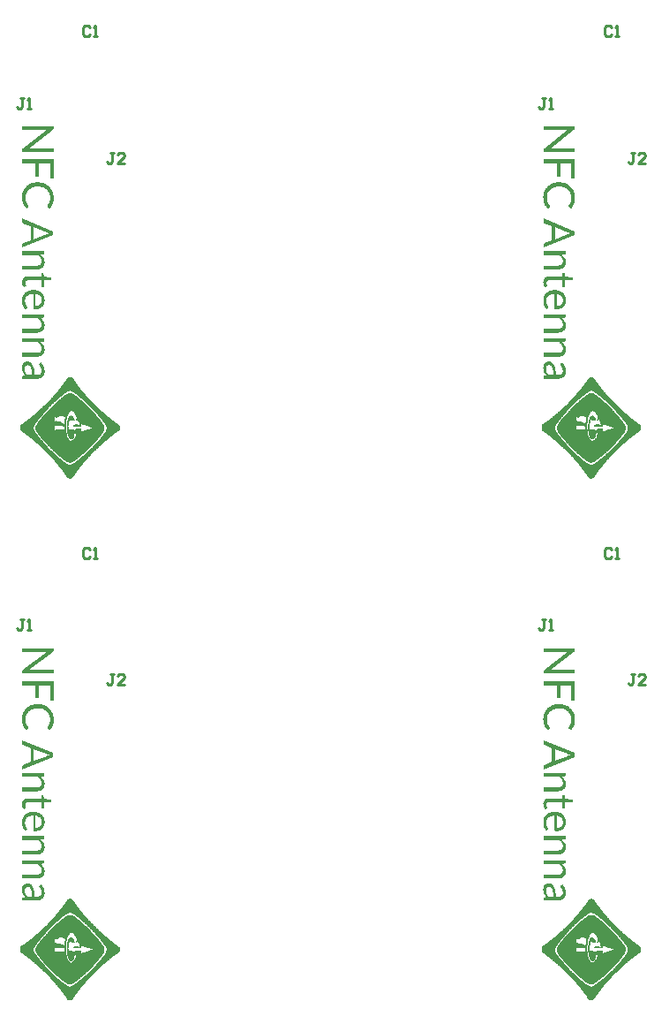
<source format=gto>
%MOIN*%
%OFA0B0*%
%FSLAX25Y25*%
%IPPOS*%
%LPD*%
%ADD17C,0.0010000000150184934*%
%ADD18C,0.010000000150184936*%
%ADD29C,0.0010000000150184934*%
%ADD30C,0.010000000150184936*%
%ADD31C,0.0010000000150184934*%
%ADD32C,0.010000000150184936*%
%ADD33C,0.0010000000150184934*%
%ADD34C,0.010000000150184936*%
G01*
G75*
G36*
X0020375Y0084013D02*
X0020594Y0083995D01*
X0020830Y0083976D01*
X0021105Y0083922D01*
X0021378Y0083867D01*
X0021669Y0083776D01*
X0021706Y0083757D01*
X0021797Y0083721D01*
X0021943Y0083667D01*
X0022125Y0083575D01*
X0022325Y0083466D01*
X0022544Y0083339D01*
X0022763Y0083193D01*
X0022981Y0083011D01*
X0023000Y0082992D01*
X0023073Y0082920D01*
X0023182Y0082810D01*
X0023309Y0082665D01*
X0023436Y0082482D01*
X0023583Y0082282D01*
X0023728Y0082045D01*
X0023856Y0081790D01*
X0023873Y0081753D01*
X0023911Y0081662D01*
X0023965Y0081517D01*
X0024020Y0081316D01*
X0024075Y0081061D01*
X0024129Y0080788D01*
X0024166Y0080478D01*
X0024184Y0080150D01*
X0024184Y0080114D01*
X0024184Y0080023D01*
X0024166Y0079877D01*
X0024147Y0079695D01*
X0024129Y0079494D01*
X0024075Y0079257D01*
X0024020Y0079021D01*
X0023929Y0078783D01*
X0023911Y0078747D01*
X0023873Y0078674D01*
X0023820Y0078565D01*
X0023746Y0078400D01*
X0023637Y0078236D01*
X0023510Y0078055D01*
X0023364Y0077873D01*
X0023200Y0077690D01*
X0023182Y0077672D01*
X0023109Y0077618D01*
X0023018Y0077526D01*
X0022872Y0077435D01*
X0022707Y0077308D01*
X0022508Y0077198D01*
X0022289Y0077089D01*
X0022034Y0076980D01*
X0021996Y0076962D01*
X0021906Y0076942D01*
X0021761Y0076889D01*
X0021578Y0076834D01*
X0021342Y0076798D01*
X0021086Y0076743D01*
X0020795Y0076725D01*
X0020467Y0076707D01*
X0020285Y0076707D01*
X0020121Y0076743D01*
X0020065Y0076761D01*
X0020012Y0076780D01*
X0019993Y0076798D01*
X0019957Y0076834D01*
X0019920Y0076925D01*
X0019902Y0077071D01*
X0019902Y0082592D01*
X0019775Y0082592D01*
X0019610Y0082573D01*
X0019428Y0082555D01*
X0019209Y0082537D01*
X0018973Y0082482D01*
X0018736Y0082446D01*
X0018518Y0082373D01*
X0018499Y0082355D01*
X0018426Y0082337D01*
X0018317Y0082299D01*
X0018171Y0082226D01*
X0018025Y0082154D01*
X0017862Y0082063D01*
X0017534Y0081845D01*
X0017515Y0081826D01*
X0017479Y0081790D01*
X0017406Y0081717D01*
X0017314Y0081607D01*
X0017224Y0081498D01*
X0017133Y0081353D01*
X0016950Y0081025D01*
X0016950Y0081006D01*
X0016914Y0080933D01*
X0016896Y0080843D01*
X0016859Y0080696D01*
X0016823Y0080551D01*
X0016805Y0080369D01*
X0016768Y0079950D01*
X0016768Y0079931D01*
X0016768Y0079859D01*
X0016768Y0079749D01*
X0016787Y0079622D01*
X0016805Y0079476D01*
X0016823Y0079312D01*
X0016896Y0079002D01*
X0016896Y0078984D01*
X0016914Y0078929D01*
X0016950Y0078856D01*
X0016987Y0078765D01*
X0017060Y0078546D01*
X0017169Y0078328D01*
X0017169Y0078310D01*
X0017187Y0078273D01*
X0017260Y0078163D01*
X0017351Y0078000D01*
X0017442Y0077853D01*
X0017442Y0077836D01*
X0017461Y0077818D01*
X0017515Y0077727D01*
X0017552Y0077618D01*
X0017570Y0077508D01*
X0017570Y0077472D01*
X0017552Y0077399D01*
X0017515Y0077308D01*
X0017442Y0077235D01*
X0016896Y0076816D01*
X0016878Y0076834D01*
X0016841Y0076870D01*
X0016787Y0076925D01*
X0016696Y0076998D01*
X0016513Y0077198D01*
X0016331Y0077472D01*
X0016313Y0077490D01*
X0016295Y0077526D01*
X0016239Y0077618D01*
X0016184Y0077709D01*
X0016130Y0077818D01*
X0016058Y0077964D01*
X0015930Y0078273D01*
X0015930Y0078292D01*
X0015912Y0078346D01*
X0015876Y0078438D01*
X0015857Y0078546D01*
X0015820Y0078674D01*
X0015784Y0078838D01*
X0015712Y0079166D01*
X0015712Y0079185D01*
X0015692Y0079239D01*
X0015692Y0079330D01*
X0015675Y0079458D01*
X0015656Y0079585D01*
X0015656Y0079749D01*
X0015639Y0080076D01*
X0015639Y0080095D01*
X0015639Y0080114D01*
X0015639Y0080223D01*
X0015656Y0080386D01*
X0015675Y0080587D01*
X0015712Y0080843D01*
X0015748Y0081098D01*
X0015820Y0081389D01*
X0015912Y0081662D01*
X0015930Y0081699D01*
X0015967Y0081790D01*
X0016039Y0081917D01*
X0016130Y0082100D01*
X0016258Y0082282D01*
X0016404Y0082500D01*
X0016568Y0082719D01*
X0016768Y0082920D01*
X0016787Y0082938D01*
X0016878Y0083011D01*
X0016987Y0083102D01*
X0017151Y0083210D01*
X0017351Y0083357D01*
X0017588Y0083484D01*
X0017862Y0083612D01*
X0018153Y0083740D01*
X0018171Y0083740D01*
X0018190Y0083757D01*
X0018299Y0083776D01*
X0018480Y0083830D01*
X0018700Y0083885D01*
X0018991Y0083940D01*
X0019319Y0083976D01*
X0019684Y0084013D01*
X0020065Y0084031D01*
X0020212Y0084031D01*
X0020375Y0084013D01*
D02*
G37*
G36*
X0023891Y0089042D02*
X0026461Y0088714D01*
X0026479Y0088714D01*
X0026534Y0088695D01*
X0026606Y0088659D01*
X0026662Y0088604D01*
X0026679Y0088586D01*
X0026717Y0088531D01*
X0026734Y0088459D01*
X0026753Y0088367D01*
X0026753Y0087639D01*
X0023891Y0087639D01*
X0023891Y0085252D01*
X0022836Y0085252D01*
X0022836Y0087639D01*
X0017752Y0087639D01*
X0017661Y0087620D01*
X0017552Y0087602D01*
X0017297Y0087529D01*
X0017169Y0087475D01*
X0017060Y0087384D01*
X0017042Y0087365D01*
X0017023Y0087329D01*
X0016987Y0087273D01*
X0016950Y0087200D01*
X0016896Y0087110D01*
X0016859Y0087001D01*
X0016841Y0086873D01*
X0016823Y0086728D01*
X0016823Y0086709D01*
X0016823Y0086691D01*
X0016823Y0086581D01*
X0016841Y0086454D01*
X0016878Y0086327D01*
X0016896Y0086290D01*
X0016914Y0086236D01*
X0016950Y0086126D01*
X0017004Y0086035D01*
X0017023Y0086017D01*
X0017042Y0085962D01*
X0017096Y0085890D01*
X0017133Y0085835D01*
X0017151Y0085817D01*
X0017169Y0085780D01*
X0017187Y0085725D01*
X0017206Y0085670D01*
X0017206Y0085653D01*
X0017187Y0085598D01*
X0017151Y0085543D01*
X0017060Y0085470D01*
X0016368Y0085033D01*
X0016349Y0085050D01*
X0016313Y0085106D01*
X0016239Y0085179D01*
X0016167Y0085287D01*
X0016075Y0085433D01*
X0015985Y0085580D01*
X0015894Y0085762D01*
X0015820Y0085962D01*
X0015820Y0085980D01*
X0015784Y0086053D01*
X0015766Y0086163D01*
X0015730Y0086290D01*
X0015692Y0086454D01*
X0015656Y0086655D01*
X0015639Y0086837D01*
X0015620Y0087055D01*
X0015620Y0087074D01*
X0015620Y0087092D01*
X0015620Y0087147D01*
X0015639Y0087220D01*
X0015656Y0087402D01*
X0015692Y0087620D01*
X0015748Y0087857D01*
X0015857Y0088111D01*
X0015985Y0088349D01*
X0016167Y0088567D01*
X0016184Y0088586D01*
X0016275Y0088641D01*
X0016404Y0088732D01*
X0016568Y0088823D01*
X0016787Y0088932D01*
X0017060Y0089005D01*
X0017388Y0089078D01*
X0017752Y0089096D01*
X0022836Y0089096D01*
X0022836Y0090097D01*
X0022836Y0090117D01*
X0022854Y0090171D01*
X0022872Y0090244D01*
X0022908Y0090317D01*
X0022927Y0090334D01*
X0022963Y0090353D01*
X0023036Y0090390D01*
X0023145Y0090407D01*
X0023710Y0090407D01*
X0023891Y0089042D01*
D02*
G37*
G36*
X0024056Y0073974D02*
X0024056Y0073955D01*
X0024056Y0073919D01*
X0024020Y0073809D01*
X0023965Y0073736D01*
X0023911Y0073682D01*
X0023820Y0073609D01*
X0023710Y0073573D01*
X0022725Y0073463D01*
X0022763Y0073445D01*
X0022836Y0073372D01*
X0022963Y0073263D01*
X0023109Y0073099D01*
X0023273Y0072935D01*
X0023455Y0072716D01*
X0023619Y0072498D01*
X0023783Y0072261D01*
X0023801Y0072224D01*
X0023837Y0072133D01*
X0023911Y0072006D01*
X0023983Y0071805D01*
X0024056Y0071586D01*
X0024129Y0071314D01*
X0024166Y0071022D01*
X0024184Y0070712D01*
X0024184Y0070676D01*
X0024184Y0070603D01*
X0024166Y0070475D01*
X0024147Y0070311D01*
X0024129Y0070129D01*
X0024093Y0069929D01*
X0024020Y0069710D01*
X0023947Y0069510D01*
X0023929Y0069491D01*
X0023911Y0069419D01*
X0023856Y0069327D01*
X0023783Y0069200D01*
X0023692Y0069072D01*
X0023583Y0068908D01*
X0023455Y0068762D01*
X0023309Y0068635D01*
X0023291Y0068617D01*
X0023236Y0068581D01*
X0023145Y0068508D01*
X0023036Y0068435D01*
X0022872Y0068362D01*
X0022707Y0068271D01*
X0022526Y0068180D01*
X0022306Y0068107D01*
X0022289Y0068107D01*
X0022198Y0068069D01*
X0022089Y0068052D01*
X0021925Y0068016D01*
X0021742Y0067979D01*
X0021524Y0067961D01*
X0021287Y0067924D01*
X0015748Y0067924D01*
X0015748Y0069400D01*
X0021178Y0069400D01*
X0021360Y0069419D01*
X0021560Y0069455D01*
X0021797Y0069510D01*
X0022034Y0069583D01*
X0022270Y0069692D01*
X0022489Y0069838D01*
X0022508Y0069856D01*
X0022580Y0069911D01*
X0022653Y0070020D01*
X0022763Y0070147D01*
X0022854Y0070330D01*
X0022945Y0070566D01*
X0023000Y0070821D01*
X0023018Y0071131D01*
X0023018Y0071168D01*
X0023018Y0071241D01*
X0023000Y0071368D01*
X0022981Y0071532D01*
X0022927Y0071714D01*
X0022872Y0071915D01*
X0022781Y0072133D01*
X0022671Y0072352D01*
X0022653Y0072370D01*
X0022617Y0072443D01*
X0022544Y0072552D01*
X0022435Y0072698D01*
X0022306Y0072862D01*
X0022143Y0073026D01*
X0021961Y0073208D01*
X0021761Y0073391D01*
X0015748Y0073391D01*
X0015748Y0074848D01*
X0024056Y0074848D01*
X0024056Y0073974D01*
D02*
G37*
G36*
X0018007Y0057047D02*
X0018135Y0057029D01*
X0018281Y0056993D01*
X0018426Y0056955D01*
X0018609Y0056882D01*
X0018772Y0056792D01*
X0018790Y0056774D01*
X0018845Y0056738D01*
X0018935Y0056665D01*
X0019046Y0056574D01*
X0019173Y0056464D01*
X0019301Y0056299D01*
X0019447Y0056136D01*
X0019574Y0055918D01*
X0019592Y0055881D01*
X0019629Y0055808D01*
X0019702Y0055681D01*
X0019793Y0055498D01*
X0019884Y0055262D01*
X0019975Y0055006D01*
X0020065Y0054696D01*
X0020157Y0054351D01*
X0020157Y0054332D01*
X0020176Y0054296D01*
X0020176Y0054240D01*
X0020194Y0054168D01*
X0020212Y0054077D01*
X0020230Y0053968D01*
X0020285Y0053677D01*
X0020321Y0053330D01*
X0020358Y0052929D01*
X0020375Y0052474D01*
X0020394Y0051964D01*
X0021196Y0051964D01*
X0021378Y0051981D01*
X0021578Y0052018D01*
X0021834Y0052073D01*
X0022070Y0052146D01*
X0022306Y0052237D01*
X0022508Y0052383D01*
X0022526Y0052401D01*
X0022580Y0052456D01*
X0022671Y0052547D01*
X0022763Y0052693D01*
X0022854Y0052857D01*
X0022945Y0053075D01*
X0023000Y0053312D01*
X0023018Y0053603D01*
X0023018Y0053622D01*
X0023018Y0053695D01*
X0023018Y0053786D01*
X0023000Y0053913D01*
X0022963Y0054205D01*
X0022872Y0054496D01*
X0022872Y0054515D01*
X0022854Y0054551D01*
X0022817Y0054623D01*
X0022781Y0054715D01*
X0022690Y0054915D01*
X0022562Y0055134D01*
X0022562Y0055152D01*
X0022544Y0055171D01*
X0022471Y0055279D01*
X0022362Y0055426D01*
X0022252Y0055589D01*
X0022234Y0055626D01*
X0022198Y0055699D01*
X0022143Y0055826D01*
X0022125Y0055972D01*
X0022125Y0055989D01*
X0022143Y0056062D01*
X0022162Y0056136D01*
X0022198Y0056227D01*
X0022216Y0056245D01*
X0022252Y0056282D01*
X0022325Y0056355D01*
X0022398Y0056409D01*
X0022872Y0056665D01*
X0022908Y0056628D01*
X0022981Y0056537D01*
X0023091Y0056409D01*
X0023236Y0056227D01*
X0023400Y0055989D01*
X0023564Y0055754D01*
X0023728Y0055479D01*
X0023856Y0055189D01*
X0023856Y0055171D01*
X0023873Y0055152D01*
X0023911Y0055043D01*
X0023965Y0054879D01*
X0024038Y0054660D01*
X0024093Y0054405D01*
X0024147Y0054096D01*
X0024184Y0053768D01*
X0024202Y0053420D01*
X0024202Y0053385D01*
X0024202Y0053312D01*
X0024184Y0053166D01*
X0024166Y0053002D01*
X0024147Y0052820D01*
X0024111Y0052602D01*
X0024038Y0052401D01*
X0023965Y0052183D01*
X0023947Y0052164D01*
X0023929Y0052091D01*
X0023873Y0051981D01*
X0023801Y0051854D01*
X0023710Y0051727D01*
X0023583Y0051563D01*
X0023455Y0051417D01*
X0023309Y0051271D01*
X0023291Y0051253D01*
X0023236Y0051217D01*
X0023145Y0051144D01*
X0023036Y0051071D01*
X0022890Y0050980D01*
X0022725Y0050888D01*
X0022544Y0050798D01*
X0022325Y0050725D01*
X0022306Y0050707D01*
X0022216Y0050688D01*
X0022107Y0050652D01*
X0021943Y0050616D01*
X0021761Y0050578D01*
X0021541Y0050561D01*
X0021305Y0050524D01*
X0015748Y0050524D01*
X0015748Y0051180D01*
X0015748Y0051217D01*
X0015748Y0051290D01*
X0015766Y0051417D01*
X0015803Y0051526D01*
X0015820Y0051545D01*
X0015857Y0051598D01*
X0015948Y0051654D01*
X0016075Y0051691D01*
X0016841Y0051854D01*
X0016823Y0051873D01*
X0016787Y0051909D01*
X0016732Y0051981D01*
X0016659Y0052054D01*
X0016495Y0052254D01*
X0016313Y0052492D01*
X0016295Y0052510D01*
X0016275Y0052547D01*
X0016239Y0052602D01*
X0016184Y0052693D01*
X0016058Y0052893D01*
X0015930Y0053147D01*
X0015930Y0053166D01*
X0015912Y0053203D01*
X0015876Y0053276D01*
X0015839Y0053367D01*
X0015803Y0053476D01*
X0015766Y0053603D01*
X0015692Y0053895D01*
X0015692Y0053913D01*
X0015675Y0053968D01*
X0015675Y0054040D01*
X0015656Y0054150D01*
X0015639Y0054278D01*
X0015639Y0054423D01*
X0015620Y0054752D01*
X0015620Y0054770D01*
X0015620Y0054823D01*
X0015620Y0054915D01*
X0015639Y0055043D01*
X0015656Y0055189D01*
X0015675Y0055334D01*
X0015748Y0055662D01*
X0015748Y0055681D01*
X0015766Y0055735D01*
X0015803Y0055808D01*
X0015839Y0055918D01*
X0015967Y0056154D01*
X0016148Y0056391D01*
X0016167Y0056409D01*
X0016203Y0056445D01*
X0016258Y0056501D01*
X0016331Y0056574D01*
X0016440Y0056645D01*
X0016549Y0056738D01*
X0016841Y0056882D01*
X0016859Y0056882D01*
X0016914Y0056920D01*
X0017004Y0056938D01*
X0017114Y0056974D01*
X0017260Y0057011D01*
X0017442Y0057029D01*
X0017624Y0057065D01*
X0017916Y0057065D01*
X0018007Y0057047D01*
D02*
G37*
G36*
X0024056Y0064864D02*
X0024056Y0064845D01*
X0024056Y0064809D01*
X0024020Y0064699D01*
X0023965Y0064626D01*
X0023911Y0064571D01*
X0023820Y0064498D01*
X0023710Y0064463D01*
X0022725Y0064353D01*
X0022763Y0064335D01*
X0022836Y0064262D01*
X0022963Y0064153D01*
X0023109Y0063988D01*
X0023273Y0063825D01*
X0023455Y0063605D01*
X0023619Y0063388D01*
X0023783Y0063151D01*
X0023801Y0063114D01*
X0023837Y0063022D01*
X0023911Y0062895D01*
X0023983Y0062695D01*
X0024056Y0062477D01*
X0024129Y0062204D01*
X0024166Y0061912D01*
X0024184Y0061602D01*
X0024184Y0061566D01*
X0024184Y0061493D01*
X0024166Y0061365D01*
X0024147Y0061201D01*
X0024129Y0061019D01*
X0024093Y0060819D01*
X0024020Y0060600D01*
X0023947Y0060400D01*
X0023929Y0060382D01*
X0023911Y0060309D01*
X0023856Y0060217D01*
X0023783Y0060090D01*
X0023692Y0059962D01*
X0023583Y0059797D01*
X0023455Y0059653D01*
X0023309Y0059524D01*
X0023291Y0059507D01*
X0023236Y0059470D01*
X0023145Y0059397D01*
X0023036Y0059325D01*
X0022872Y0059252D01*
X0022707Y0059161D01*
X0022526Y0059070D01*
X0022306Y0058997D01*
X0022289Y0058997D01*
X0022198Y0058960D01*
X0022089Y0058942D01*
X0021925Y0058906D01*
X0021742Y0058869D01*
X0021524Y0058851D01*
X0021287Y0058814D01*
X0015748Y0058814D01*
X0015748Y0060290D01*
X0021178Y0060290D01*
X0021360Y0060309D01*
X0021560Y0060345D01*
X0021797Y0060400D01*
X0022034Y0060473D01*
X0022270Y0060582D01*
X0022489Y0060728D01*
X0022508Y0060746D01*
X0022580Y0060800D01*
X0022653Y0060910D01*
X0022763Y0061037D01*
X0022854Y0061220D01*
X0022945Y0061456D01*
X0023000Y0061712D01*
X0023018Y0062021D01*
X0023018Y0062058D01*
X0023018Y0062131D01*
X0023000Y0062258D01*
X0022981Y0062422D01*
X0022927Y0062604D01*
X0022872Y0062805D01*
X0022781Y0063022D01*
X0022671Y0063242D01*
X0022653Y0063260D01*
X0022617Y0063332D01*
X0022544Y0063442D01*
X0022435Y0063588D01*
X0022306Y0063752D01*
X0022143Y0063915D01*
X0021961Y0064098D01*
X0021761Y0064280D01*
X0015748Y0064280D01*
X0015748Y0065738D01*
X0024056Y0065738D01*
X0024056Y0064864D01*
D02*
G37*
G36*
X0024056Y0097805D02*
X0024056Y0097787D01*
X0024056Y0097751D01*
X0024020Y0097641D01*
X0023965Y0097568D01*
X0023911Y0097514D01*
X0023820Y0097441D01*
X0023710Y0097404D01*
X0022725Y0097294D01*
X0022763Y0097277D01*
X0022836Y0097204D01*
X0022963Y0097095D01*
X0023109Y0096931D01*
X0023273Y0096767D01*
X0023455Y0096548D01*
X0023619Y0096329D01*
X0023783Y0096093D01*
X0023801Y0096056D01*
X0023837Y0095965D01*
X0023911Y0095838D01*
X0023983Y0095637D01*
X0024056Y0095419D01*
X0024129Y0095144D01*
X0024166Y0094854D01*
X0024184Y0094544D01*
X0024184Y0094507D01*
X0024184Y0094435D01*
X0024166Y0094307D01*
X0024147Y0094143D01*
X0024129Y0093961D01*
X0024093Y0093761D01*
X0024020Y0093541D01*
X0023947Y0093341D01*
X0023929Y0093323D01*
X0023911Y0093250D01*
X0023856Y0093158D01*
X0023783Y0093032D01*
X0023692Y0092904D01*
X0023583Y0092740D01*
X0023455Y0092594D01*
X0023309Y0092467D01*
X0023291Y0092449D01*
X0023236Y0092412D01*
X0023145Y0092339D01*
X0023036Y0092266D01*
X0022872Y0092194D01*
X0022707Y0092102D01*
X0022526Y0092010D01*
X0022306Y0091939D01*
X0022289Y0091939D01*
X0022198Y0091902D01*
X0022089Y0091884D01*
X0021925Y0091847D01*
X0021742Y0091811D01*
X0021524Y0091793D01*
X0021287Y0091756D01*
X0015748Y0091756D01*
X0015748Y0093231D01*
X0021178Y0093231D01*
X0021360Y0093250D01*
X0021560Y0093287D01*
X0021797Y0093341D01*
X0022034Y0093414D01*
X0022270Y0093524D01*
X0022489Y0093669D01*
X0022508Y0093688D01*
X0022580Y0093742D01*
X0022653Y0093851D01*
X0022763Y0093979D01*
X0022854Y0094160D01*
X0022945Y0094398D01*
X0023000Y0094653D01*
X0023018Y0094963D01*
X0023018Y0094998D01*
X0023018Y0095071D01*
X0023000Y0095200D01*
X0022981Y0095364D01*
X0022927Y0095546D01*
X0022872Y0095746D01*
X0022781Y0095965D01*
X0022671Y0096184D01*
X0022653Y0096202D01*
X0022617Y0096275D01*
X0022544Y0096384D01*
X0022435Y0096530D01*
X0022306Y0096694D01*
X0022143Y0096858D01*
X0021961Y0097040D01*
X0021761Y0097221D01*
X0015748Y0097221D01*
X0015748Y0098680D01*
X0024056Y0098680D01*
X0024056Y0097805D01*
D02*
G37*
G36*
X0021961Y0124679D02*
X0022089Y0124679D01*
X0022417Y0124642D01*
X0022799Y0124589D01*
X0023200Y0124516D01*
X0023619Y0124425D01*
X0024038Y0124279D01*
X0024056Y0124279D01*
X0024093Y0124261D01*
X0024147Y0124224D01*
X0024220Y0124206D01*
X0024439Y0124096D01*
X0024694Y0123969D01*
X0024986Y0123787D01*
X0025313Y0123587D01*
X0025623Y0123332D01*
X0025933Y0123058D01*
X0025951Y0123040D01*
X0025968Y0123022D01*
X0026061Y0122913D01*
X0026206Y0122747D01*
X0026389Y0122530D01*
X0026589Y0122257D01*
X0026789Y0121947D01*
X0026989Y0121581D01*
X0027172Y0121200D01*
X0027172Y0121181D01*
X0027189Y0121144D01*
X0027208Y0121090D01*
X0027245Y0120998D01*
X0027281Y0120908D01*
X0027317Y0120781D01*
X0027409Y0120489D01*
X0027482Y0120125D01*
X0027555Y0119724D01*
X0027609Y0119269D01*
X0027627Y0118795D01*
X0027627Y0118777D01*
X0027627Y0118740D01*
X0027627Y0118666D01*
X0027627Y0118575D01*
X0027609Y0118466D01*
X0027609Y0118339D01*
X0027572Y0118029D01*
X0027517Y0117683D01*
X0027445Y0117319D01*
X0027354Y0116936D01*
X0027208Y0116572D01*
X0027208Y0116554D01*
X0027189Y0116535D01*
X0027172Y0116480D01*
X0027136Y0116408D01*
X0027044Y0116226D01*
X0026917Y0116007D01*
X0026753Y0115752D01*
X0026571Y0115460D01*
X0026351Y0115169D01*
X0026096Y0114896D01*
X0025385Y0115406D01*
X0025368Y0115406D01*
X0025350Y0115442D01*
X0025258Y0115533D01*
X0025258Y0115552D01*
X0025241Y0115588D01*
X0025222Y0115660D01*
X0025204Y0115752D01*
X0025204Y0115770D01*
X0025222Y0115825D01*
X0025241Y0115897D01*
X0025277Y0115989D01*
X0025295Y0116007D01*
X0025332Y0116062D01*
X0025385Y0116153D01*
X0025459Y0116262D01*
X0025478Y0116299D01*
X0025532Y0116372D01*
X0025623Y0116499D01*
X0025713Y0116645D01*
X0025713Y0116663D01*
X0025733Y0116680D01*
X0025787Y0116791D01*
X0025860Y0116955D01*
X0025951Y0117173D01*
X0025951Y0117191D01*
X0025968Y0117228D01*
X0025988Y0117301D01*
X0026024Y0117374D01*
X0026061Y0117483D01*
X0026096Y0117611D01*
X0026151Y0117884D01*
X0026151Y0117902D01*
X0026170Y0117957D01*
X0026188Y0118029D01*
X0026206Y0118139D01*
X0026206Y0118285D01*
X0026223Y0118429D01*
X0026243Y0118795D01*
X0026243Y0118812D01*
X0026243Y0118831D01*
X0026243Y0118886D01*
X0026243Y0118958D01*
X0026223Y0119141D01*
X0026206Y0119360D01*
X0026170Y0119632D01*
X0026096Y0119924D01*
X0026024Y0120234D01*
X0025915Y0120526D01*
X0025896Y0120561D01*
X0025860Y0120653D01*
X0025787Y0120798D01*
X0025678Y0120981D01*
X0025550Y0121200D01*
X0025385Y0121418D01*
X0025204Y0121655D01*
X0024986Y0121874D01*
X0024967Y0121892D01*
X0024876Y0121964D01*
X0024749Y0122074D01*
X0024585Y0122202D01*
X0024366Y0122347D01*
X0024111Y0122493D01*
X0023837Y0122639D01*
X0023528Y0122767D01*
X0023510Y0122767D01*
X0023492Y0122785D01*
X0023382Y0122821D01*
X0023200Y0122858D01*
X0022963Y0122913D01*
X0022690Y0122985D01*
X0022362Y0123022D01*
X0021996Y0123058D01*
X0021615Y0123076D01*
X0021433Y0123076D01*
X0021214Y0123058D01*
X0020959Y0123040D01*
X0020649Y0123004D01*
X0020321Y0122949D01*
X0019975Y0122876D01*
X0019646Y0122767D01*
X0019629Y0122767D01*
X0019610Y0122747D01*
X0019501Y0122712D01*
X0019337Y0122639D01*
X0019137Y0122530D01*
X0018918Y0122402D01*
X0018663Y0122257D01*
X0018426Y0122093D01*
X0018190Y0121892D01*
X0018171Y0121874D01*
X0018098Y0121801D01*
X0017989Y0121674D01*
X0017862Y0121527D01*
X0017716Y0121327D01*
X0017570Y0121109D01*
X0017424Y0120872D01*
X0017297Y0120598D01*
X0017278Y0120561D01*
X0017242Y0120471D01*
X0017206Y0120325D01*
X0017151Y0120125D01*
X0017078Y0119870D01*
X0017042Y0119615D01*
X0017004Y0119305D01*
X0016987Y0118995D01*
X0016987Y0118977D01*
X0016987Y0118904D01*
X0016987Y0118812D01*
X0016987Y0118685D01*
X0017004Y0118540D01*
X0017004Y0118375D01*
X0017042Y0118066D01*
X0017042Y0118048D01*
X0017060Y0117992D01*
X0017060Y0117920D01*
X0017078Y0117811D01*
X0017151Y0117556D01*
X0017224Y0117282D01*
X0017224Y0117263D01*
X0017242Y0117228D01*
X0017278Y0117155D01*
X0017314Y0117063D01*
X0017424Y0116845D01*
X0017570Y0116626D01*
X0017588Y0116608D01*
X0017606Y0116572D01*
X0017643Y0116517D01*
X0017698Y0116426D01*
X0017862Y0116226D01*
X0018043Y0116007D01*
X0018062Y0115989D01*
X0018117Y0115916D01*
X0018153Y0115825D01*
X0018171Y0115734D01*
X0018171Y0115716D01*
X0018153Y0115643D01*
X0018135Y0115570D01*
X0018062Y0115497D01*
X0017370Y0114859D01*
X0017333Y0114896D01*
X0017242Y0114987D01*
X0017078Y0115151D01*
X0016896Y0115351D01*
X0016696Y0115606D01*
X0016477Y0115916D01*
X0016275Y0116243D01*
X0016075Y0116626D01*
X0016075Y0116645D01*
X0016058Y0116680D01*
X0016039Y0116736D01*
X0016003Y0116809D01*
X0015967Y0116900D01*
X0015930Y0117026D01*
X0015894Y0117155D01*
X0015857Y0117319D01*
X0015766Y0117683D01*
X0015692Y0118102D01*
X0015639Y0118575D01*
X0015620Y0119105D01*
X0015620Y0119123D01*
X0015620Y0119158D01*
X0015620Y0119232D01*
X0015620Y0119323D01*
X0015639Y0119432D01*
X0015639Y0119560D01*
X0015675Y0119870D01*
X0015730Y0120215D01*
X0015803Y0120598D01*
X0015912Y0120998D01*
X0016058Y0121400D01*
X0016058Y0121418D01*
X0016075Y0121437D01*
X0016112Y0121491D01*
X0016130Y0121564D01*
X0016239Y0121764D01*
X0016368Y0122002D01*
X0016549Y0122293D01*
X0016750Y0122584D01*
X0017004Y0122876D01*
X0017278Y0123168D01*
X0017297Y0123168D01*
X0017314Y0123204D01*
X0017424Y0123295D01*
X0017588Y0123423D01*
X0017807Y0123587D01*
X0018079Y0123769D01*
X0018408Y0123950D01*
X0018772Y0124133D01*
X0019173Y0124296D01*
X0019191Y0124296D01*
X0019228Y0124315D01*
X0019283Y0124333D01*
X0019374Y0124352D01*
X0019465Y0124388D01*
X0019592Y0124425D01*
X0019902Y0124498D01*
X0020267Y0124571D01*
X0020667Y0124642D01*
X0021123Y0124679D01*
X0021615Y0124698D01*
X0021834Y0124698D01*
X0021961Y0124679D01*
D02*
G37*
G36*
X0027500Y0126045D02*
X0026206Y0126045D01*
X0026206Y0131676D01*
X0022089Y0131676D01*
X0022089Y0126865D01*
X0020795Y0126865D01*
X0020795Y0131676D01*
X0015748Y0131676D01*
X0015748Y0133280D01*
X0027500Y0133280D01*
X0027500Y0126045D01*
D02*
G37*
G36*
X0027500Y0144849D02*
X0027500Y0144831D01*
X0027500Y0144813D01*
X0027500Y0144722D01*
X0027482Y0144630D01*
X0027445Y0144539D01*
X0027427Y0144521D01*
X0027391Y0144467D01*
X0027336Y0144393D01*
X0027227Y0144303D01*
X0018372Y0137507D01*
X0018408Y0137507D01*
X0018499Y0137525D01*
X0018627Y0137525D01*
X0018772Y0137543D01*
X0027500Y0137543D01*
X0027500Y0136139D01*
X0015748Y0136139D01*
X0015748Y0136942D01*
X0015748Y0136978D01*
X0015748Y0137051D01*
X0015766Y0137161D01*
X0015803Y0137270D01*
X0015820Y0137288D01*
X0015857Y0137343D01*
X0015930Y0137416D01*
X0016021Y0137507D01*
X0024876Y0144303D01*
X0024439Y0144303D01*
X0024348Y0144285D01*
X0015748Y0144285D01*
X0015748Y0145669D01*
X0027500Y0145669D01*
X0027500Y0144849D01*
D02*
G37*
G36*
X0027482Y0106241D02*
X0027482Y0104620D01*
X0015748Y0099937D01*
X0015748Y0101157D01*
X0015748Y0101194D01*
X0015766Y0101285D01*
X0015784Y0101394D01*
X0015839Y0101504D01*
X0015857Y0101522D01*
X0015912Y0101577D01*
X0016003Y0101650D01*
X0016112Y0101704D01*
X0018955Y0102797D01*
X0018955Y0108063D01*
X0016112Y0109175D01*
X0016094Y0109193D01*
X0016021Y0109210D01*
X0015948Y0109284D01*
X0015857Y0109375D01*
X0015839Y0109393D01*
X0015803Y0109466D01*
X0015766Y0109575D01*
X0015748Y0109703D01*
X0015748Y0110942D01*
X0027482Y0106241D01*
D02*
G37*
%LPC*%
G36*
X0020812Y0082537D02*
X0020812Y0078018D01*
X0020995Y0078018D01*
X0021105Y0078037D01*
X0021250Y0078055D01*
X0021414Y0078073D01*
X0021724Y0078163D01*
X0021742Y0078163D01*
X0021797Y0078182D01*
X0021870Y0078219D01*
X0021979Y0078273D01*
X0022216Y0078400D01*
X0022453Y0078583D01*
X0022471Y0078601D01*
X0022508Y0078620D01*
X0022562Y0078693D01*
X0022635Y0078765D01*
X0022707Y0078856D01*
X0022781Y0078966D01*
X0022927Y0079239D01*
X0022927Y0079257D01*
X0022963Y0079312D01*
X0022981Y0079385D01*
X0023018Y0079494D01*
X0023054Y0079622D01*
X0023073Y0079768D01*
X0023109Y0080132D01*
X0023109Y0080150D01*
X0023109Y0080187D01*
X0023109Y0080241D01*
X0023109Y0080313D01*
X0023073Y0080496D01*
X0023036Y0080733D01*
X0022963Y0081006D01*
X0022854Y0081280D01*
X0022690Y0081553D01*
X0022489Y0081790D01*
X0022453Y0081808D01*
X0022380Y0081881D01*
X0022234Y0081990D01*
X0022052Y0082100D01*
X0021815Y0082226D01*
X0021524Y0082355D01*
X0021196Y0082464D01*
X0020812Y0082537D01*
D02*
G37*
G36*
X0017880Y0055662D02*
X0017769Y0055662D01*
X0017679Y0055644D01*
X0017497Y0055608D01*
X0017314Y0055553D01*
X0017297Y0055553D01*
X0017278Y0055535D01*
X0017169Y0055479D01*
X0017042Y0055389D01*
X0016914Y0055279D01*
X0016896Y0055243D01*
X0016841Y0055152D01*
X0016768Y0055025D01*
X0016696Y0054861D01*
X0016696Y0054843D01*
X0016696Y0054823D01*
X0016677Y0054770D01*
X0016677Y0054696D01*
X0016659Y0054515D01*
X0016641Y0054313D01*
X0016641Y0054296D01*
X0016641Y0054240D01*
X0016641Y0054168D01*
X0016659Y0054077D01*
X0016677Y0053859D01*
X0016714Y0053622D01*
X0016714Y0053603D01*
X0016732Y0053567D01*
X0016750Y0053494D01*
X0016768Y0053420D01*
X0016823Y0053220D01*
X0016914Y0053020D01*
X0016914Y0053002D01*
X0016932Y0052966D01*
X0016969Y0052911D01*
X0017004Y0052837D01*
X0017114Y0052674D01*
X0017260Y0052474D01*
X0017278Y0052456D01*
X0017297Y0052419D01*
X0017351Y0052383D01*
X0017406Y0052310D01*
X0017552Y0052146D01*
X0017734Y0051964D01*
X0019465Y0051964D01*
X0019465Y0051981D01*
X0019465Y0052000D01*
X0019465Y0052054D01*
X0019465Y0052128D01*
X0019465Y0052310D01*
X0019447Y0052547D01*
X0019428Y0052820D01*
X0019410Y0053112D01*
X0019374Y0053403D01*
X0019319Y0053677D01*
X0019319Y0053713D01*
X0019301Y0053786D01*
X0019264Y0053913D01*
X0019228Y0054077D01*
X0019191Y0054259D01*
X0019119Y0054460D01*
X0019064Y0054642D01*
X0018991Y0054823D01*
X0018991Y0054843D01*
X0018955Y0054896D01*
X0018918Y0054970D01*
X0018864Y0055061D01*
X0018700Y0055279D01*
X0018609Y0055371D01*
X0018499Y0055462D01*
X0018480Y0055462D01*
X0018445Y0055498D01*
X0018390Y0055517D01*
X0018317Y0055553D01*
X0018117Y0055626D01*
X0018007Y0055644D01*
X0017880Y0055662D01*
D02*
G37*
G36*
X0020084Y0107626D02*
X0020084Y0103235D01*
X0024858Y0105092D01*
X0024876Y0105092D01*
X0024949Y0105129D01*
X0025040Y0105166D01*
X0025168Y0105203D01*
X0025332Y0105257D01*
X0025513Y0105312D01*
X0025733Y0105385D01*
X0025968Y0105440D01*
X0025951Y0105440D01*
X0025915Y0105458D01*
X0025842Y0105475D01*
X0025768Y0105494D01*
X0025568Y0105549D01*
X0025350Y0105622D01*
X0025332Y0105622D01*
X0025313Y0105640D01*
X0025185Y0105675D01*
X0025022Y0105712D01*
X0024858Y0105786D01*
X0020084Y0107626D01*
D02*
G37*
%LPD*%
D17*
X0026481Y0021396D02*
X0026481Y0023296D01*
X0027781Y0042096D02*
X0027781Y0044396D01*
X0028181Y0036396D02*
X0028181Y0041296D01*
X0027781Y0032996D02*
X0027781Y0034296D01*
X0028281Y0036296D02*
X0028281Y0041396D01*
X0028381Y0022796D02*
X0028381Y0031296D01*
X0028281Y0033096D02*
X0028281Y0034696D01*
X0027981Y0042296D02*
X0027981Y0044596D01*
X0028081Y0033096D02*
X0028081Y0034496D01*
X0028181Y0022996D02*
X0028181Y0031196D01*
X0028081Y0019596D02*
X0028081Y0021796D01*
X0027981Y0036396D02*
X0027981Y0041096D01*
X0027881Y0019796D02*
X0027881Y0021996D01*
X0027881Y0036496D02*
X0027881Y0040996D01*
X0028081Y0042396D02*
X0028081Y0044696D01*
X0028381Y0033096D02*
X0028381Y0034496D01*
X0027881Y0033096D02*
X0027881Y0034296D01*
X0028281Y0022896D02*
X0028281Y0031296D01*
X0027681Y0023496D02*
X0027681Y0040796D01*
X0027981Y0033096D02*
X0027981Y0034396D01*
X0028281Y0019395D02*
X0028281Y0021596D01*
X0027681Y0041996D02*
X0027681Y0044296D01*
X0028381Y0042696D02*
X0028381Y0045096D01*
X0027881Y0042196D02*
X0027881Y0044496D01*
X0027581Y0020196D02*
X0027581Y0022296D01*
X0027781Y0023396D02*
X0027781Y0031296D01*
X0028481Y0022696D02*
X0028481Y0031296D01*
X0028281Y0042596D02*
X0028281Y0044996D01*
X0027981Y0019695D02*
X0027981Y0021895D01*
X0027981Y0023196D02*
X0027981Y0031196D01*
X0027781Y0019995D02*
X0027781Y0022096D01*
X0028081Y0036396D02*
X0028081Y0041196D01*
X0028481Y0033096D02*
X0028481Y0034496D01*
X0028081Y0023096D02*
X0028081Y0031196D01*
X0027781Y0036396D02*
X0027781Y0040896D01*
X0028481Y0019095D02*
X0028481Y0021496D01*
X0027881Y0023296D02*
X0027881Y0031196D01*
X0027581Y0023496D02*
X0027581Y0040696D01*
X0028181Y0033096D02*
X0028181Y0034696D01*
X0028381Y0019296D02*
X0028381Y0021496D01*
X0028181Y0019496D02*
X0028181Y0021696D01*
X0028381Y0036296D02*
X0028381Y0041396D01*
X0027581Y0041996D02*
X0027581Y0044196D01*
X0028181Y0042496D02*
X0028181Y0044796D01*
X0027681Y0020096D02*
X0027681Y0022195D01*
X0027081Y0020696D02*
X0027081Y0022796D01*
X0027181Y0020596D02*
X0027181Y0022696D01*
X0026981Y0020896D02*
X0026981Y0022896D01*
X0026981Y0041396D02*
X0026981Y0043496D01*
X0026881Y0041296D02*
X0026881Y0043396D01*
X0026781Y0041196D02*
X0026781Y0043295D01*
X0026981Y0024096D02*
X0026981Y0040096D01*
X0027181Y0041596D02*
X0027181Y0043696D01*
X0027281Y0023796D02*
X0027281Y0040396D01*
X0026681Y0024396D02*
X0026681Y0039796D01*
X0027081Y0041496D02*
X0027081Y0043595D01*
X0026781Y0021096D02*
X0026781Y0023096D01*
X0027381Y0041796D02*
X0027381Y0043895D01*
X0026881Y0024196D02*
X0026881Y0039996D01*
X0026581Y0040996D02*
X0026581Y0042996D01*
X0026581Y0024496D02*
X0026581Y0039696D01*
X0026781Y0024296D02*
X0026781Y0039896D01*
X0027281Y0041696D02*
X0027281Y0043796D01*
X0026681Y0041096D02*
X0026681Y0043096D01*
X0026881Y0020996D02*
X0026881Y0022996D01*
X0026481Y0040896D02*
X0026481Y0042896D01*
X0026681Y0021196D02*
X0026681Y0023196D01*
X0027381Y0020396D02*
X0027381Y0022496D01*
X0027081Y0023996D02*
X0027081Y0040196D01*
X0027381Y0023696D02*
X0027381Y0040496D01*
X0027181Y0023896D02*
X0027181Y0040296D01*
X0027481Y0020295D02*
X0027481Y0022396D01*
X0027281Y0020496D02*
X0027281Y0022596D01*
X0027481Y0023596D02*
X0027481Y0040596D01*
X0026581Y0021296D02*
X0026581Y0023296D01*
X0045681Y0035496D02*
X0045681Y0038096D01*
X0045681Y0030196D02*
X0045681Y0033896D01*
X0045681Y0026296D02*
X0045681Y0028696D01*
X0045581Y0035596D02*
X0045581Y0038196D01*
X0045581Y0029996D02*
X0045581Y0033996D01*
X0045581Y0026196D02*
X0045581Y0028496D01*
X0045481Y0035696D02*
X0045481Y0038296D01*
X0045481Y0029896D02*
X0045481Y0034196D01*
X0045481Y0026096D02*
X0045481Y0028396D01*
X0045381Y0035796D02*
X0045381Y0038396D01*
X0045381Y0029796D02*
X0045381Y0034296D01*
X0045381Y0025996D02*
X0045381Y0028296D01*
X0045281Y0035996D02*
X0045281Y0038496D01*
X0045281Y0029696D02*
X0045281Y0034396D01*
X0045281Y0025996D02*
X0045281Y0028196D01*
X0045181Y0036096D02*
X0045181Y0038596D01*
X0045181Y0029496D02*
X0045181Y0034596D01*
X0045181Y0025896D02*
X0045181Y0028096D01*
X0045081Y0036196D02*
X0045081Y0038696D01*
X0045081Y0029396D02*
X0045081Y0034696D01*
X0045081Y0025796D02*
X0045081Y0027896D01*
X0044981Y0036296D02*
X0044981Y0038796D01*
X0044981Y0029296D02*
X0044981Y0034796D01*
X0044981Y0025696D02*
X0044981Y0027796D01*
X0044881Y0036396D02*
X0044881Y0038896D01*
X0044881Y0029196D02*
X0044881Y0034996D01*
X0044881Y0025596D02*
X0044881Y0027696D01*
X0044781Y0036596D02*
X0044781Y0038896D01*
X0044781Y0028996D02*
X0044781Y0035096D01*
X0044781Y0025496D02*
X0044781Y0027596D01*
X0044681Y0036696D02*
X0044681Y0038996D01*
X0044681Y0028896D02*
X0044681Y0035196D01*
X0044681Y0025396D02*
X0044681Y0027496D01*
X0044581Y0036796D02*
X0044581Y0039096D01*
X0044581Y0028796D02*
X0044581Y0035296D01*
X0044581Y0025296D02*
X0044581Y0027395D01*
X0044481Y0036896D02*
X0044481Y0039196D01*
X0044481Y0028696D02*
X0044481Y0035496D01*
X0044481Y0025196D02*
X0044481Y0027195D01*
X0044381Y0036996D02*
X0044381Y0039296D01*
X0044381Y0028496D02*
X0044381Y0035596D01*
X0044381Y0025096D02*
X0044381Y0027095D01*
X0044281Y0037096D02*
X0044281Y0039396D01*
X0044281Y0028396D02*
X0044281Y0035696D01*
X0044281Y0024996D02*
X0044281Y0026995D01*
X0044181Y0037196D02*
X0044181Y0039496D01*
X0044181Y0028296D02*
X0044181Y0035796D01*
X0044181Y0024896D02*
X0044181Y0026895D01*
X0044081Y0037396D02*
X0044081Y0039596D01*
X0044081Y0028196D02*
X0044081Y0035996D01*
X0044081Y0024796D02*
X0044081Y0026795D01*
X0043981Y0037496D02*
X0043981Y0039696D01*
X0043981Y0028096D02*
X0043981Y0036096D01*
X0043981Y0024696D02*
X0043981Y0026695D01*
X0043881Y0037596D02*
X0043881Y0039796D01*
X0043881Y0027896D02*
X0043881Y0036196D01*
X0043881Y0024596D02*
X0043881Y0026595D01*
X0043781Y0037696D02*
X0043781Y0039896D01*
X0043781Y0027796D02*
X0043781Y0036296D01*
X0043781Y0024496D02*
X0043781Y0026495D01*
X0043681Y0037796D02*
X0043681Y0039996D01*
X0043681Y0027696D02*
X0043681Y0036396D01*
X0045781Y0030296D02*
X0045781Y0033796D01*
X0043681Y0024396D02*
X0043681Y0026395D01*
X0045781Y0026395D02*
X0045781Y0028796D01*
X0045981Y0035096D02*
X0045981Y0037896D01*
X0045981Y0030596D02*
X0045981Y0033496D01*
X0034781Y0045896D02*
X0034781Y0050395D01*
X0035181Y0019896D02*
X0035181Y0028096D01*
X0034681Y0034996D02*
X0034681Y0036096D01*
X0035081Y0045696D02*
X0035081Y0049996D01*
X0034281Y0027996D02*
X0034281Y0031396D01*
X0034781Y0038496D02*
X0034781Y0044696D01*
X0034781Y0019596D02*
X0034781Y0027496D01*
X0034681Y0045996D02*
X0034681Y0050496D01*
X0034381Y0035096D02*
X0034381Y0036396D01*
X0034381Y0046096D02*
X0034381Y0050896D01*
X0034481Y0028096D02*
X0034481Y0031396D01*
X0034481Y0019496D02*
X0034481Y0027295D01*
X0051281Y0030796D02*
X0051281Y0033596D01*
X0034381Y0038696D02*
X0034381Y0044996D01*
X0034981Y0019796D02*
X0034981Y0027696D01*
X0034281Y0013396D02*
X0034281Y0018196D01*
X0034881Y0045796D02*
X0034881Y0050295D01*
X0034581Y0038596D02*
X0034581Y0044896D01*
X0034581Y0045996D02*
X0034581Y0050696D01*
X0034681Y0028296D02*
X0034681Y0031296D01*
X0034781Y0034996D02*
X0034781Y0035996D01*
X0034881Y0034996D02*
X0034881Y0035796D01*
X0034581Y0028196D02*
X0034581Y0031296D01*
X0034581Y0019496D02*
X0034581Y0027295D01*
X0034181Y0035196D02*
X0034181Y0036596D01*
X0034481Y0038696D02*
X0034481Y0044896D01*
X0035481Y0020096D02*
X0035481Y0027896D01*
X0034781Y0013996D02*
X0034781Y0018496D01*
X0034581Y0034996D02*
X0034581Y0036296D01*
X0034681Y0019596D02*
X0034681Y0027395D01*
X0034181Y0019296D02*
X0034181Y0027095D01*
X0034881Y0028596D02*
X0034881Y0031296D01*
X0034581Y0013696D02*
X0034581Y0018396D01*
X0034981Y0032896D02*
X0034981Y0033096D01*
X0035081Y0019796D02*
X0035081Y0027896D01*
X0034981Y0045796D02*
X0034981Y0050095D01*
X0035081Y0032896D02*
X0035081Y0033096D01*
X0034481Y0046096D02*
X0034481Y0050796D01*
X0034981Y0014296D02*
X0034981Y0018596D01*
X0035181Y0045696D02*
X0035181Y0049795D01*
X0034181Y0027996D02*
X0034181Y0031496D01*
X0035081Y0038296D02*
X0035081Y0044596D01*
X0034881Y0032896D02*
X0034881Y0032996D01*
X0034981Y0034996D02*
X0034981Y0035696D01*
X0034881Y0019695D02*
X0034881Y0027596D01*
X0034981Y0029996D02*
X0034981Y0031196D01*
X0034781Y0028396D02*
X0034781Y0031296D01*
X0034681Y0038596D02*
X0034681Y0044796D01*
X0034881Y0014196D02*
X0034881Y0018496D01*
X0034481Y0013596D02*
X0034481Y0018296D01*
X0034381Y0028096D02*
X0034381Y0031396D01*
X0035081Y0034996D02*
X0035081Y0035396D01*
X0034881Y0038396D02*
X0034881Y0044696D01*
X0034981Y0028796D02*
X0034981Y0029896D01*
X0034181Y0038696D02*
X0034181Y0044996D01*
X0035081Y0030096D02*
X0035081Y0031196D01*
X0035081Y0014396D02*
X0035081Y0018696D01*
X0034681Y0013796D02*
X0034681Y0018396D01*
X0046081Y0026695D02*
X0046081Y0029196D01*
X0035281Y0045596D02*
X0035281Y0049696D01*
X0043581Y0037896D02*
X0043581Y0040096D01*
X0043581Y0027596D02*
X0043581Y0036596D01*
X0043581Y0024296D02*
X0043581Y0026196D01*
X0043481Y0037996D02*
X0043481Y0040196D01*
X0043481Y0027496D02*
X0043481Y0036696D01*
X0043481Y0024196D02*
X0043481Y0026096D01*
X0043381Y0038096D02*
X0043381Y0040296D01*
X0043381Y0027395D02*
X0043381Y0036796D01*
X0043381Y0024096D02*
X0043381Y0025996D01*
X0043281Y0038196D02*
X0043281Y0040396D01*
X0043281Y0027295D02*
X0043281Y0036896D01*
X0043281Y0023996D02*
X0043281Y0025896D01*
X0043181Y0038296D02*
X0043181Y0040496D01*
X0043181Y0027195D02*
X0043181Y0036996D01*
X0043181Y0023896D02*
X0043181Y0025796D01*
X0043081Y0038496D02*
X0043081Y0040596D01*
X0043081Y0027095D02*
X0043081Y0037096D01*
X0043081Y0023796D02*
X0043081Y0025696D01*
X0042981Y0038596D02*
X0042981Y0040696D01*
X0042981Y0026995D02*
X0042981Y0037196D01*
X0042981Y0023696D02*
X0042981Y0025596D01*
X0042881Y0038696D02*
X0042881Y0040796D01*
X0042881Y0026795D02*
X0042881Y0037296D01*
X0042881Y0023696D02*
X0042881Y0025496D01*
X0042781Y0038796D02*
X0042781Y0040896D01*
X0042781Y0032296D02*
X0042781Y0037396D01*
X0042781Y0026695D02*
X0042781Y0032196D01*
X0042781Y0023596D02*
X0042781Y0025396D01*
X0042681Y0038896D02*
X0042681Y0040996D01*
X0042681Y0032296D02*
X0042681Y0037596D01*
X0042681Y0026595D02*
X0042681Y0032096D01*
X0042681Y0023496D02*
X0042681Y0025196D01*
X0042581Y0038996D02*
X0042581Y0041096D01*
X0042581Y0032296D02*
X0042581Y0037696D01*
X0042581Y0026495D02*
X0042581Y0032096D01*
X0042581Y0023396D02*
X0042581Y0025096D01*
X0042481Y0039096D02*
X0042481Y0041196D01*
X0042481Y0032396D02*
X0042481Y0037796D01*
X0042481Y0026395D02*
X0042481Y0032096D01*
X0042481Y0023296D02*
X0042481Y0024996D01*
X0042381Y0039196D02*
X0042381Y0041296D01*
X0042381Y0032396D02*
X0042381Y0037896D01*
X0042381Y0026196D02*
X0042381Y0032096D01*
X0042381Y0023196D02*
X0042381Y0024896D01*
X0042281Y0039296D02*
X0042281Y0041396D01*
X0042281Y0032396D02*
X0042281Y0037996D01*
X0042281Y0026096D02*
X0042281Y0031996D01*
X0042281Y0023096D02*
X0042281Y0024796D01*
X0042181Y0039396D02*
X0042181Y0041496D01*
X0042181Y0032396D02*
X0042181Y0038096D01*
X0042181Y0025996D02*
X0042181Y0031996D01*
X0042181Y0022996D02*
X0042181Y0024696D01*
X0042080Y0039496D02*
X0042080Y0041596D01*
X0042080Y0032496D02*
X0042080Y0038196D01*
X0042080Y0025896D02*
X0042080Y0031996D01*
X0042080Y0022896D02*
X0042080Y0024596D01*
X0041981Y0039596D02*
X0041981Y0041696D01*
X0041981Y0032496D02*
X0041981Y0038296D01*
X0041981Y0025796D02*
X0041981Y0031896D01*
X0041981Y0022796D02*
X0041981Y0024496D01*
X0041881Y0039696D02*
X0041881Y0041796D01*
X0041881Y0032496D02*
X0041881Y0038396D01*
X0041881Y0025696D02*
X0041881Y0031896D01*
X0041881Y0022696D02*
X0041881Y0024396D01*
X0041781Y0039796D02*
X0041781Y0041896D01*
X0041781Y0032596D02*
X0041781Y0038496D01*
X0041781Y0025596D02*
X0041781Y0031896D01*
X0041781Y0022596D02*
X0041781Y0024296D01*
X0041681Y0039896D02*
X0041681Y0041996D01*
X0041681Y0032596D02*
X0041681Y0038596D01*
X0041681Y0025496D02*
X0041681Y0031796D01*
X0041681Y0022496D02*
X0041681Y0024196D01*
X0041581Y0039996D02*
X0041581Y0042096D01*
X0041581Y0032596D02*
X0041581Y0038696D01*
X0041581Y0025396D02*
X0041581Y0031796D01*
X0041581Y0022396D02*
X0041581Y0024096D01*
X0041481Y0040096D02*
X0041481Y0042196D01*
X0041481Y0032596D02*
X0041481Y0038796D01*
X0041481Y0025296D02*
X0041481Y0031796D01*
X0041481Y0022296D02*
X0041481Y0023996D01*
X0041381Y0040196D02*
X0041381Y0042296D01*
X0041381Y0032696D02*
X0041381Y0038996D01*
X0041381Y0025196D02*
X0041381Y0031696D01*
X0041381Y0022195D02*
X0041381Y0023896D01*
X0041281Y0040296D02*
X0041281Y0042396D01*
X0041281Y0032696D02*
X0041281Y0039096D01*
X0041281Y0025096D02*
X0041281Y0031696D01*
X0041281Y0021996D02*
X0041281Y0023796D01*
X0041181Y0040396D02*
X0041181Y0042496D01*
X0041181Y0032696D02*
X0041181Y0039196D01*
X0041181Y0024996D02*
X0041181Y0031696D01*
X0041181Y0021895D02*
X0041181Y0023696D01*
X0041081Y0040496D02*
X0041081Y0042596D01*
X0041081Y0032796D02*
X0041081Y0039296D01*
X0041081Y0024896D02*
X0041081Y0031596D01*
X0041081Y0021796D02*
X0041081Y0023696D01*
X0040981Y0040596D02*
X0040981Y0042696D01*
X0040981Y0032796D02*
X0040981Y0039396D01*
X0040981Y0024796D02*
X0040981Y0031596D01*
X0040981Y0021696D02*
X0040981Y0023596D01*
X0040881Y0040796D02*
X0040881Y0042796D01*
X0040881Y0032796D02*
X0040881Y0039496D01*
X0040881Y0024696D02*
X0040881Y0031596D01*
X0040881Y0021596D02*
X0040881Y0023496D01*
X0040781Y0040796D02*
X0040781Y0042896D01*
X0040781Y0032896D02*
X0040781Y0039596D01*
X0040781Y0024596D02*
X0040781Y0031496D01*
X0040781Y0021496D02*
X0040781Y0023396D01*
X0040681Y0040896D02*
X0040681Y0042996D01*
X0040681Y0032896D02*
X0040681Y0039696D01*
X0040681Y0024496D02*
X0040681Y0031496D01*
X0040681Y0021396D02*
X0040681Y0023296D01*
X0040581Y0040996D02*
X0040581Y0043096D01*
X0040581Y0032896D02*
X0040581Y0039796D01*
X0040581Y0024396D02*
X0040581Y0031496D01*
X0040581Y0021296D02*
X0040581Y0023196D01*
X0040481Y0041096D02*
X0040481Y0043196D01*
X0040481Y0032996D02*
X0040481Y0039896D01*
X0040481Y0024296D02*
X0040481Y0031396D01*
X0040481Y0021196D02*
X0040481Y0023096D01*
X0040381Y0041196D02*
X0040381Y0043396D01*
X0040381Y0032996D02*
X0040381Y0039996D01*
X0040381Y0024196D02*
X0040381Y0031396D01*
X0040381Y0021096D02*
X0040381Y0022996D01*
X0040281Y0041296D02*
X0040281Y0043496D01*
X0040281Y0032996D02*
X0040281Y0040096D01*
X0040281Y0020996D02*
X0040281Y0022896D01*
X0035481Y0037696D02*
X0035481Y0044296D01*
X0040181Y0033096D02*
X0040181Y0040196D01*
X0040181Y0023996D02*
X0040181Y0031396D01*
X0040181Y0020896D02*
X0040181Y0022796D01*
X0040081Y0041496D02*
X0040081Y0043696D01*
X0040081Y0033096D02*
X0040081Y0040296D01*
X0040081Y0023996D02*
X0040081Y0031296D01*
X0040081Y0020796D02*
X0040081Y0022696D01*
X0039981Y0041596D02*
X0039981Y0043796D01*
X0039981Y0033096D02*
X0039981Y0040396D01*
X0039981Y0023896D02*
X0039981Y0031296D01*
X0035881Y0036996D02*
X0035881Y0043996D01*
X0039981Y0020596D02*
X0039981Y0022596D01*
X0034181Y0046196D02*
X0034181Y0050996D01*
X0046081Y0034896D02*
X0046081Y0037796D01*
X0046081Y0030796D02*
X0046081Y0033396D01*
X0051781Y0031096D02*
X0051781Y0033196D01*
X0035181Y0038096D02*
X0035181Y0044496D01*
X0035281Y0014696D02*
X0035281Y0018796D01*
X0048981Y0029096D02*
X0048981Y0035396D01*
X0034481Y0035096D02*
X0034481Y0036396D01*
X0035481Y0014996D02*
X0035481Y0018896D01*
X0052181Y0031596D02*
X0052181Y0032796D01*
X0051081Y0030596D02*
X0051081Y0033796D01*
X0048581Y0028796D02*
X0048581Y0035696D01*
X0050881Y0030496D02*
X0050881Y0033896D01*
X0048881Y0028996D02*
X0048881Y0035396D01*
X0035081Y0028996D02*
X0035081Y0029496D01*
X0048781Y0028896D02*
X0048781Y0035496D01*
X0035181Y0014596D02*
X0035181Y0018696D01*
X0035181Y0030096D02*
X0035181Y0031196D01*
X0035381Y0030196D02*
X0035381Y0031196D01*
X0035381Y0045496D02*
X0035381Y0049596D01*
X0050981Y0030596D02*
X0050981Y0033796D01*
X0035381Y0020096D02*
X0035381Y0028196D01*
X0034081Y0046196D02*
X0034081Y0051096D01*
X0036681Y0020996D02*
X0036681Y0031696D01*
X0049481Y0029496D02*
X0049481Y0034996D01*
X0034281Y0019395D02*
X0034281Y0027195D01*
X0051681Y0031096D02*
X0051681Y0033296D01*
X0035281Y0037996D02*
X0035281Y0044396D01*
X0050681Y0030396D02*
X0050681Y0034096D01*
X0051381Y0030896D02*
X0051381Y0033496D01*
X0050781Y0030396D02*
X0050781Y0033996D01*
X0052281Y0031796D02*
X0052281Y0032496D01*
X0051581Y0030996D02*
X0051581Y0033396D01*
X0050581Y0030296D02*
X0050581Y0034096D01*
X0051981Y0031296D02*
X0051981Y0033096D01*
X0052081Y0031496D02*
X0052081Y0032896D01*
X0051881Y0031196D02*
X0051881Y0033096D01*
X0035181Y0034996D02*
X0035181Y0035096D01*
X0035281Y0032896D02*
X0035281Y0033196D01*
X0050481Y0030196D02*
X0050481Y0034196D01*
X0050381Y0030096D02*
X0050381Y0034296D01*
X0050281Y0030096D02*
X0050281Y0034396D01*
X0050081Y0029896D02*
X0050081Y0034496D01*
X0049980Y0029896D02*
X0049980Y0034596D01*
X0049881Y0029796D02*
X0049881Y0034696D01*
X0049781Y0029696D02*
X0049781Y0034796D01*
X0050181Y0029996D02*
X0050181Y0034396D01*
X0035281Y0030096D02*
X0035281Y0031196D01*
X0034381Y0013496D02*
X0034381Y0018296D01*
X0034281Y0035096D02*
X0034281Y0036496D01*
X0034281Y0038696D02*
X0034281Y0044996D01*
X0034381Y0019395D02*
X0034381Y0027195D01*
X0035381Y0032896D02*
X0035381Y0033196D01*
X0051481Y0030896D02*
X0051481Y0033396D01*
X0051181Y0030696D02*
X0051181Y0033696D01*
X0035281Y0019995D02*
X0035281Y0028196D01*
X0048681Y0028796D02*
X0048681Y0035596D01*
X0036781Y0016796D02*
X0036781Y0019896D01*
X0036681Y0035196D02*
X0036681Y0043295D01*
X0035381Y0037896D02*
X0035381Y0044396D01*
X0036681Y0044496D02*
X0036681Y0047796D01*
X0049581Y0029496D02*
X0049581Y0034896D01*
X0035381Y0014896D02*
X0035381Y0018896D01*
X0036681Y0032796D02*
X0036681Y0033096D01*
X0047781Y0028096D02*
X0047781Y0036296D01*
X0049381Y0029396D02*
X0049381Y0035096D01*
X0048181Y0028396D02*
X0048181Y0035996D01*
X0047581Y0032396D02*
X0047581Y0036496D01*
X0049680Y0029596D02*
X0049680Y0034796D01*
X0045880Y0035196D02*
X0045880Y0037996D01*
X0034281Y0046096D02*
X0034281Y0050996D01*
X0039881Y0041696D02*
X0039881Y0043895D01*
X0039881Y0033096D02*
X0039881Y0040496D01*
X0039881Y0023796D02*
X0039881Y0031296D01*
X0039881Y0020496D02*
X0039881Y0022496D01*
X0039781Y0041796D02*
X0039781Y0043996D01*
X0039781Y0033196D02*
X0039781Y0040596D01*
X0039781Y0023696D02*
X0039781Y0031196D01*
X0039781Y0020396D02*
X0039781Y0022396D01*
X0039681Y0041896D02*
X0039681Y0044096D01*
X0039681Y0033196D02*
X0039681Y0040696D01*
X0039681Y0023596D02*
X0039681Y0031196D01*
X0039681Y0020295D02*
X0039681Y0022296D01*
X0039581Y0041996D02*
X0039581Y0044196D01*
X0039581Y0033196D02*
X0039581Y0040796D01*
X0039581Y0023496D02*
X0039581Y0031196D01*
X0039581Y0020196D02*
X0039581Y0022296D01*
X0039481Y0042096D02*
X0039481Y0044396D01*
X0039481Y0033296D02*
X0039481Y0040896D01*
X0039481Y0023396D02*
X0039481Y0031096D01*
X0039481Y0020096D02*
X0039481Y0022195D01*
X0039381Y0042196D02*
X0039381Y0044496D01*
X0039381Y0033296D02*
X0039381Y0040996D01*
X0039381Y0023296D02*
X0039381Y0031096D01*
X0039381Y0019995D02*
X0039381Y0022096D01*
X0039281Y0042296D02*
X0039281Y0044596D01*
X0039281Y0033296D02*
X0039281Y0040996D01*
X0039281Y0023196D02*
X0039281Y0031096D01*
X0039281Y0019896D02*
X0039281Y0021996D01*
X0039181Y0042396D02*
X0039181Y0044696D01*
X0039181Y0033396D02*
X0039181Y0041096D01*
X0039181Y0023096D02*
X0039181Y0030996D01*
X0039181Y0019695D02*
X0039181Y0021895D01*
X0039081Y0042496D02*
X0039081Y0044796D01*
X0039081Y0033396D02*
X0039081Y0041196D01*
X0039081Y0022996D02*
X0039081Y0030996D01*
X0039081Y0019596D02*
X0039081Y0021796D01*
X0038981Y0042596D02*
X0038981Y0044896D01*
X0038981Y0033396D02*
X0038981Y0041296D01*
X0038981Y0022896D02*
X0038981Y0030996D01*
X0038981Y0019496D02*
X0038981Y0021696D01*
X0038881Y0042696D02*
X0038881Y0044996D01*
X0038881Y0033496D02*
X0038881Y0041396D01*
X0038881Y0022896D02*
X0038881Y0030896D01*
X0038881Y0019395D02*
X0038881Y0021596D01*
X0038781Y0042696D02*
X0038781Y0045196D01*
X0038781Y0033496D02*
X0038781Y0041496D01*
X0038781Y0022796D02*
X0038781Y0030896D01*
X0038781Y0019296D02*
X0038781Y0021596D01*
X0038681Y0042796D02*
X0038681Y0045296D01*
X0038681Y0033496D02*
X0038681Y0041596D01*
X0038681Y0022696D02*
X0038681Y0030896D01*
X0038681Y0019196D02*
X0038681Y0021496D01*
X0038581Y0042896D02*
X0038581Y0045396D01*
X0038581Y0033496D02*
X0038581Y0041696D01*
X0038581Y0022596D02*
X0038581Y0030796D01*
X0038581Y0018996D02*
X0038581Y0021396D01*
X0038481Y0042996D02*
X0038481Y0045496D01*
X0038481Y0033596D02*
X0038481Y0041796D01*
X0038481Y0022496D02*
X0038481Y0030796D01*
X0038481Y0018896D02*
X0038481Y0021296D01*
X0038381Y0043096D02*
X0038381Y0045596D01*
X0038381Y0033596D02*
X0038381Y0041896D01*
X0038381Y0022396D02*
X0038381Y0030796D01*
X0038381Y0018796D02*
X0038381Y0021196D01*
X0038281Y0043196D02*
X0038281Y0045796D01*
X0038281Y0033596D02*
X0038281Y0041996D01*
X0038281Y0022296D02*
X0038281Y0030696D01*
X0038281Y0018696D02*
X0038281Y0021096D01*
X0038181Y0043295D02*
X0038181Y0045896D01*
X0038181Y0033696D02*
X0038181Y0042096D01*
X0038181Y0022296D02*
X0038181Y0030696D01*
X0038181Y0018596D02*
X0038181Y0020996D01*
X0038081Y0043396D02*
X0038081Y0045996D01*
X0037981Y0043496D02*
X0037981Y0046096D01*
X0038081Y0018396D02*
X0038081Y0020996D01*
X0038081Y0033696D02*
X0038081Y0042096D01*
X0038081Y0022195D02*
X0038081Y0030696D01*
X0034981Y0038396D02*
X0034981Y0044596D01*
X0045880Y0026495D02*
X0045880Y0028896D01*
X0045880Y0030496D02*
X0045880Y0033596D01*
X0046180Y0026795D02*
X0046180Y0029296D01*
X0046180Y0030996D02*
X0046180Y0033196D01*
X0046180Y0034796D02*
X0046180Y0037696D01*
X0046281Y0026895D02*
X0046281Y0029396D01*
X0046281Y0031196D02*
X0046281Y0032996D01*
X0046281Y0034696D02*
X0046281Y0037596D01*
X0046381Y0026895D02*
X0046381Y0029596D01*
X0046381Y0031496D02*
X0046381Y0032796D01*
X0046381Y0034496D02*
X0046381Y0037496D01*
X0046480Y0026995D02*
X0046480Y0029696D01*
X0046480Y0034396D02*
X0046480Y0037396D01*
X0046581Y0027095D02*
X0046581Y0029796D01*
X0046581Y0034296D02*
X0046581Y0037296D01*
X0046681Y0027195D02*
X0046681Y0029896D01*
X0046681Y0034096D02*
X0046681Y0037296D01*
X0046780Y0027295D02*
X0046780Y0030096D01*
X0046780Y0033996D02*
X0046780Y0037196D01*
X0046881Y0027395D02*
X0046881Y0030196D01*
X0046881Y0033896D02*
X0046881Y0037096D01*
X0046981Y0027395D02*
X0046981Y0030396D01*
X0046981Y0033696D02*
X0046981Y0036996D01*
X0047080Y0027496D02*
X0047080Y0030496D01*
X0047080Y0033596D02*
X0047080Y0036896D01*
X0047181Y0027596D02*
X0047181Y0030696D01*
X0047181Y0033496D02*
X0047181Y0036796D01*
X0047281Y0027696D02*
X0047281Y0030896D01*
X0047281Y0033296D02*
X0047281Y0036796D01*
X0047380Y0027796D02*
X0047380Y0031196D01*
X0047380Y0033096D02*
X0047380Y0036696D01*
X0047481Y0027896D02*
X0047481Y0031496D01*
X0047481Y0032896D02*
X0047481Y0036596D01*
X0035881Y0031396D02*
X0035881Y0031596D01*
X0037481Y0032796D02*
X0037481Y0032996D01*
X0035881Y0015595D02*
X0035881Y0019196D01*
X0036781Y0021096D02*
X0036781Y0031696D01*
X0036781Y0034896D02*
X0036781Y0043295D01*
X0036781Y0044496D02*
X0036781Y0047596D01*
X0036881Y0016896D02*
X0036881Y0019995D01*
X0036881Y0021196D02*
X0036881Y0031696D01*
X0036881Y0032796D02*
X0036881Y0032996D01*
X0047581Y0027896D02*
X0047581Y0031996D01*
X0036881Y0044396D02*
X0036881Y0047496D01*
X0036981Y0021296D02*
X0036981Y0031696D01*
X0036981Y0032796D02*
X0036981Y0032996D01*
X0036981Y0034696D02*
X0036981Y0043096D01*
X0036981Y0044296D02*
X0036981Y0047395D01*
X0037081Y0017195D02*
X0037081Y0020196D01*
X0037081Y0021296D02*
X0037081Y0031696D01*
X0037081Y0032796D02*
X0037081Y0032896D01*
X0037081Y0034496D02*
X0037081Y0042996D01*
X0037081Y0044196D02*
X0037081Y0047296D01*
X0037181Y0017296D02*
X0037181Y0020196D01*
X0037181Y0021396D02*
X0037181Y0031696D01*
X0037181Y0032796D02*
X0037181Y0032896D01*
X0037181Y0033796D02*
X0037181Y0042896D01*
X0037181Y0044096D02*
X0037181Y0047095D01*
X0037281Y0017396D02*
X0037281Y0020295D01*
X0037281Y0021496D02*
X0037281Y0031696D01*
X0037281Y0032796D02*
X0037281Y0032896D01*
X0037281Y0033696D02*
X0037281Y0042796D01*
X0037281Y0043996D02*
X0037281Y0046996D01*
X0037381Y0017596D02*
X0037381Y0020396D01*
X0037381Y0021596D02*
X0037381Y0031696D01*
X0037381Y0032796D02*
X0037381Y0032996D01*
X0037381Y0033496D02*
X0037381Y0042796D01*
X0037381Y0043996D02*
X0037381Y0046896D01*
X0040181Y0041396D02*
X0040181Y0043595D01*
X0037481Y0017696D02*
X0037481Y0020496D01*
X0036881Y0034796D02*
X0036881Y0043196D01*
X0036781Y0032796D02*
X0036781Y0032996D01*
X0035781Y0037196D02*
X0035781Y0044096D01*
X0047680Y0027996D02*
X0047680Y0036396D01*
X0035481Y0032796D02*
X0035481Y0033196D01*
X0036681Y0016696D02*
X0036681Y0019796D01*
X0048081Y0028396D02*
X0048081Y0036096D01*
X0048481Y0028696D02*
X0048481Y0035796D01*
X0048381Y0028596D02*
X0048381Y0035796D01*
X0048280Y0028496D02*
X0048280Y0035896D01*
X0036581Y0044596D02*
X0036581Y0047896D01*
X0047881Y0028196D02*
X0047881Y0036196D01*
X0047980Y0028296D02*
X0047980Y0036196D01*
X0049081Y0029196D02*
X0049081Y0035296D01*
X0049181Y0029196D02*
X0049181Y0035196D01*
X0034181Y0013396D02*
X0034181Y0018196D01*
X0035481Y0030196D02*
X0035481Y0031096D01*
X0049281Y0029296D02*
X0049281Y0035096D01*
X0035781Y0032796D02*
X0035781Y0033296D01*
X0035181Y0032896D02*
X0035181Y0033096D01*
X0036981Y0016996D02*
X0036981Y0020096D01*
X0045781Y0035296D02*
X0045781Y0037996D01*
X0035881Y0045196D02*
X0035881Y0048895D01*
X0040281Y0024096D02*
X0040281Y0031396D01*
X0035981Y0015695D02*
X0035981Y0019296D01*
X0045981Y0026595D02*
X0045981Y0028996D01*
X0035981Y0020496D02*
X0035981Y0029696D01*
X0035981Y0030396D02*
X0035981Y0031596D01*
X0035981Y0032796D02*
X0035981Y0033296D01*
X0035981Y0034996D02*
X0035981Y0035196D01*
X0035981Y0036796D02*
X0035981Y0043895D01*
X0035981Y0045096D02*
X0035981Y0048696D01*
X0036081Y0015795D02*
X0036081Y0019395D01*
X0036081Y0020596D02*
X0036081Y0030096D01*
X0036081Y0030396D02*
X0036081Y0031696D01*
X0036081Y0032796D02*
X0036081Y0033296D01*
X0036081Y0034996D02*
X0036081Y0035396D01*
X0036081Y0036496D02*
X0036081Y0043796D01*
X0036081Y0044996D02*
X0036081Y0048595D01*
X0036181Y0015996D02*
X0036181Y0019496D01*
X0036181Y0020596D02*
X0036181Y0031696D01*
X0036181Y0032796D02*
X0036181Y0033296D01*
X0036181Y0035196D02*
X0036181Y0035496D01*
X0036181Y0036196D02*
X0036181Y0043696D01*
X0036181Y0044896D02*
X0036181Y0048396D01*
X0036281Y0016096D02*
X0036281Y0019496D01*
X0036281Y0020696D02*
X0036281Y0031696D01*
X0036281Y0032796D02*
X0036281Y0033296D01*
X0036281Y0035296D02*
X0036281Y0035696D01*
X0036281Y0035796D02*
X0036281Y0043696D01*
X0036281Y0044896D02*
X0036281Y0048295D01*
X0036381Y0016296D02*
X0036381Y0019596D01*
X0036381Y0020796D02*
X0036381Y0031696D01*
X0036381Y0032796D02*
X0036381Y0033296D01*
X0036381Y0035296D02*
X0036381Y0043595D01*
X0036381Y0044796D02*
X0036381Y0048196D01*
X0036481Y0016396D02*
X0036481Y0019695D01*
X0036481Y0020896D02*
X0036481Y0031696D01*
X0036481Y0032796D02*
X0036481Y0033196D01*
X0036481Y0035296D02*
X0036481Y0043496D01*
X0036481Y0044696D02*
X0036481Y0047995D01*
X0036581Y0016496D02*
X0036581Y0019796D01*
X0036581Y0020996D02*
X0036581Y0031696D01*
X0036581Y0032796D02*
X0036581Y0033196D01*
X0035881Y0032796D02*
X0035881Y0033296D01*
X0036581Y0035296D02*
X0036581Y0043396D01*
X0035781Y0045196D02*
X0035781Y0048996D01*
X0035481Y0045496D02*
X0035481Y0049396D01*
X0035581Y0015196D02*
X0035581Y0018996D01*
X0035581Y0020196D02*
X0035581Y0027996D01*
X0035581Y0030196D02*
X0035581Y0031096D01*
X0035581Y0032796D02*
X0035581Y0033296D01*
X0035581Y0037596D02*
X0035581Y0044196D01*
X0035581Y0045396D02*
X0035581Y0049296D01*
X0035681Y0015296D02*
X0035681Y0019095D01*
X0035681Y0020295D02*
X0035681Y0028396D01*
X0035681Y0030296D02*
X0035681Y0031096D01*
X0035681Y0031496D02*
X0035681Y0031596D01*
X0035681Y0032796D02*
X0035681Y0033296D01*
X0035681Y0037396D02*
X0035681Y0044096D01*
X0035681Y0045296D02*
X0035681Y0049096D01*
X0035781Y0015396D02*
X0035781Y0019196D01*
X0035781Y0020295D02*
X0035781Y0028896D01*
X0035881Y0034996D02*
X0035881Y0035096D01*
X0035781Y0030296D02*
X0035781Y0031196D01*
X0035781Y0031496D02*
X0035781Y0031596D01*
X0035881Y0020396D02*
X0035881Y0029296D01*
X0035881Y0030296D02*
X0035881Y0031196D01*
X0037481Y0021696D02*
X0037481Y0031696D01*
X0037481Y0033296D02*
X0037481Y0042696D01*
X0037481Y0043895D02*
X0037481Y0046696D01*
X0037581Y0017795D02*
X0037581Y0020596D01*
X0037581Y0021796D02*
X0037581Y0031696D01*
X0037581Y0032796D02*
X0037581Y0042596D01*
X0037581Y0043796D02*
X0037581Y0046596D01*
X0037681Y0017896D02*
X0037681Y0020596D01*
X0037681Y0021796D02*
X0037681Y0031696D01*
X0037681Y0032796D02*
X0037681Y0042496D01*
X0037681Y0043696D02*
X0037681Y0046496D01*
X0037781Y0018096D02*
X0037781Y0020696D01*
X0037781Y0021895D02*
X0037781Y0030596D01*
X0037781Y0033796D02*
X0037781Y0042396D01*
X0037781Y0043595D02*
X0037781Y0046396D01*
X0037881Y0018196D02*
X0037881Y0020796D01*
X0037881Y0021996D02*
X0037881Y0030596D01*
X0037881Y0033796D02*
X0037881Y0042296D01*
X0037881Y0043496D02*
X0037881Y0046196D01*
X0037981Y0018296D02*
X0037981Y0020896D01*
X0037981Y0022096D02*
X0037981Y0030596D01*
X0037981Y0033696D02*
X0037981Y0042196D01*
X0028481Y0042796D02*
X0028481Y0045196D01*
X0028581Y0018996D02*
X0028581Y0021396D01*
X0028581Y0022596D02*
X0028581Y0031296D01*
X0028581Y0036196D02*
X0028581Y0041596D01*
X0028581Y0042896D02*
X0028581Y0045296D01*
X0028481Y0036196D02*
X0028481Y0041496D01*
X0028581Y0033096D02*
X0028581Y0034396D01*
X0033081Y0028996D02*
X0033081Y0031496D01*
X0033481Y0038396D02*
X0033481Y0045096D01*
X0033481Y0013196D02*
X0033481Y0018096D01*
X0033081Y0034496D02*
X0033081Y0035796D01*
X0032881Y0037596D02*
X0032881Y0044996D01*
X0032981Y0013296D02*
X0032981Y0018196D01*
X0032881Y0029596D02*
X0032881Y0032396D01*
X0033281Y0046196D02*
X0033281Y0051096D01*
X0032881Y0019395D02*
X0032881Y0027996D01*
X0032881Y0033096D02*
X0032881Y0035196D01*
X0032981Y0033996D02*
X0032981Y0035496D01*
X0033081Y0013296D02*
X0033081Y0018196D01*
X0032981Y0046196D02*
X0032981Y0050996D01*
X0032981Y0037796D02*
X0032981Y0044996D01*
X0032981Y0019296D02*
X0032981Y0027796D01*
X0033081Y0019296D02*
X0033081Y0027696D01*
X0032881Y0046096D02*
X0032881Y0050896D01*
X0032981Y0029296D02*
X0032981Y0031496D01*
X0033381Y0035296D02*
X0033381Y0036296D01*
X0033481Y0028296D02*
X0033481Y0031596D01*
X0033081Y0037996D02*
X0033081Y0045096D01*
X0033081Y0046196D02*
X0033081Y0050996D01*
X0033181Y0013196D02*
X0033181Y0018096D01*
X0033381Y0019196D02*
X0033381Y0027295D01*
X0033381Y0046296D02*
X0033381Y0051196D01*
X0033381Y0038296D02*
X0033381Y0045096D01*
X0033381Y0013196D02*
X0033381Y0018096D01*
X0033481Y0035296D02*
X0033481Y0036396D01*
X0033481Y0046296D02*
X0033481Y0051196D01*
X0033581Y0013196D02*
X0033581Y0018096D01*
X0033581Y0019196D02*
X0033581Y0027195D01*
X0033581Y0028196D02*
X0033581Y0031596D01*
X0033581Y0035296D02*
X0033581Y0036496D01*
X0033581Y0038496D02*
X0033581Y0045096D01*
X0033581Y0046296D02*
X0033581Y0051196D01*
X0033681Y0013196D02*
X0033681Y0018096D01*
X0033681Y0019196D02*
X0033681Y0027195D01*
X0033681Y0028096D02*
X0033681Y0031596D01*
X0033681Y0035296D02*
X0033681Y0036596D01*
X0033681Y0038596D02*
X0033681Y0045096D01*
X0033681Y0046296D02*
X0033681Y0051196D01*
X0033781Y0013196D02*
X0033781Y0018096D01*
X0033781Y0019196D02*
X0033781Y0027095D01*
X0033781Y0028096D02*
X0033781Y0031596D01*
X0033781Y0035196D02*
X0033781Y0036596D01*
X0033781Y0038596D02*
X0033781Y0045096D01*
X0033781Y0046296D02*
X0033781Y0051196D01*
X0033881Y0013196D02*
X0033881Y0018096D01*
X0033881Y0019196D02*
X0033881Y0027095D01*
X0033881Y0027996D02*
X0033881Y0031596D01*
X0033881Y0035196D02*
X0033881Y0036596D01*
X0033881Y0038696D02*
X0033881Y0045096D01*
X0033881Y0046296D02*
X0033881Y0051196D01*
X0033981Y0013296D02*
X0033981Y0018096D01*
X0033981Y0019296D02*
X0033981Y0027095D01*
X0033981Y0027996D02*
X0033981Y0031496D01*
X0033981Y0035196D02*
X0033981Y0036696D01*
X0033981Y0038696D02*
X0033981Y0045096D01*
X0033981Y0046196D02*
X0033981Y0051096D01*
X0034081Y0013296D02*
X0034081Y0018196D01*
X0034081Y0019296D02*
X0034081Y0027095D01*
X0034081Y0027996D02*
X0034081Y0031496D01*
X0034081Y0035196D02*
X0034081Y0036596D01*
X0033281Y0035296D02*
X0033281Y0036196D01*
X0034081Y0038696D02*
X0034081Y0045096D01*
X0033181Y0034896D02*
X0033181Y0035996D01*
X0029081Y0022195D02*
X0029081Y0031296D01*
X0029081Y0032996D02*
X0029081Y0034296D01*
X0029081Y0036496D02*
X0029081Y0042096D01*
X0029081Y0043295D02*
X0029081Y0045896D01*
X0029181Y0018296D02*
X0029181Y0020896D01*
X0029181Y0022096D02*
X0029181Y0031296D01*
X0029181Y0032996D02*
X0029181Y0034296D01*
X0029181Y0036596D02*
X0029181Y0042196D01*
X0029181Y0043396D02*
X0029181Y0045996D01*
X0029281Y0018196D02*
X0029281Y0020796D01*
X0033281Y0038196D02*
X0033281Y0045096D01*
X0029281Y0021996D02*
X0029281Y0031296D01*
X0033181Y0028796D02*
X0033181Y0031496D01*
X0033181Y0046196D02*
X0033181Y0051096D01*
X0033281Y0013196D02*
X0033281Y0018096D01*
X0029281Y0032996D02*
X0029281Y0034296D01*
X0029281Y0036696D02*
X0029281Y0042296D01*
X0029281Y0043496D02*
X0029281Y0046196D01*
X0029381Y0017996D02*
X0029381Y0020696D01*
X0029381Y0021895D02*
X0029381Y0031296D01*
X0029381Y0032996D02*
X0029381Y0034296D01*
X0029381Y0036696D02*
X0029381Y0042296D01*
X0029381Y0043595D02*
X0029381Y0046296D01*
X0029481Y0017896D02*
X0029481Y0020596D01*
X0029481Y0021796D02*
X0029481Y0031296D01*
X0029481Y0032996D02*
X0029481Y0034296D01*
X0029481Y0036796D02*
X0029481Y0042396D01*
X0029481Y0043595D02*
X0029481Y0046396D01*
X0029581Y0017795D02*
X0029581Y0020496D01*
X0029581Y0021696D02*
X0029581Y0031296D01*
X0029581Y0032996D02*
X0029581Y0034296D01*
X0029581Y0036796D02*
X0029581Y0042496D01*
X0029581Y0043696D02*
X0029581Y0046496D01*
X0029681Y0017696D02*
X0029681Y0020396D01*
X0029681Y0021696D02*
X0029681Y0031296D01*
X0029681Y0032996D02*
X0029681Y0034296D01*
X0029681Y0036796D02*
X0029681Y0042596D01*
X0029681Y0043796D02*
X0029681Y0046696D01*
X0029781Y0017495D02*
X0029781Y0020396D01*
X0029781Y0021596D02*
X0029781Y0031296D01*
X0029781Y0032996D02*
X0029781Y0034296D01*
X0029781Y0036796D02*
X0029781Y0042696D01*
X0029781Y0043895D02*
X0029781Y0046796D01*
X0029881Y0017396D02*
X0029881Y0020295D01*
X0029881Y0021496D02*
X0029881Y0031296D01*
X0029881Y0032996D02*
X0029881Y0034296D01*
X0029881Y0036796D02*
X0029881Y0042796D01*
X0029881Y0043996D02*
X0029881Y0046896D01*
X0029981Y0017296D02*
X0029981Y0020196D01*
X0029981Y0021396D02*
X0029981Y0031296D01*
X0029981Y0032996D02*
X0029981Y0034196D01*
X0029981Y0036896D02*
X0029981Y0042896D01*
X0029981Y0044096D02*
X0029981Y0046996D01*
X0030081Y0017195D02*
X0030081Y0020096D01*
X0030081Y0021296D02*
X0030081Y0031296D01*
X0030081Y0032996D02*
X0030081Y0034196D01*
X0030081Y0036896D02*
X0030081Y0042896D01*
X0030081Y0044096D02*
X0030081Y0047196D01*
X0030181Y0016996D02*
X0030181Y0019995D01*
X0030181Y0021196D02*
X0030181Y0031396D01*
X0030181Y0032996D02*
X0030181Y0034096D01*
X0030181Y0036896D02*
X0030181Y0042996D01*
X0030181Y0044196D02*
X0030181Y0047296D01*
X0030281Y0016896D02*
X0030281Y0019896D01*
X0030281Y0021196D02*
X0030281Y0031396D01*
X0030281Y0032996D02*
X0030281Y0034096D01*
X0030281Y0036896D02*
X0030281Y0043096D01*
X0030281Y0044296D02*
X0030281Y0047395D01*
X0030381Y0016796D02*
X0030381Y0019896D01*
X0030381Y0021096D02*
X0030381Y0031396D01*
X0030381Y0032996D02*
X0030381Y0033996D01*
X0030381Y0036896D02*
X0030381Y0043196D01*
X0030381Y0044396D02*
X0030381Y0047496D01*
X0030481Y0016696D02*
X0030481Y0019796D01*
X0030481Y0020996D02*
X0030481Y0031396D01*
X0030481Y0032996D02*
X0030481Y0033996D01*
X0030481Y0036796D02*
X0030481Y0043295D01*
X0030481Y0044496D02*
X0030481Y0047695D01*
X0030581Y0016496D02*
X0030581Y0019695D01*
X0030581Y0020896D02*
X0030581Y0031396D01*
X0030581Y0032996D02*
X0030581Y0033896D01*
X0030581Y0036796D02*
X0030581Y0043295D01*
X0030581Y0044496D02*
X0030581Y0047796D01*
X0030681Y0016396D02*
X0030681Y0019596D01*
X0030681Y0020796D02*
X0030681Y0031396D01*
X0030681Y0032996D02*
X0030681Y0033896D01*
X0030681Y0036796D02*
X0030681Y0043396D01*
X0030681Y0044596D02*
X0030681Y0047896D01*
X0030780Y0016296D02*
X0030780Y0019496D01*
X0029081Y0018396D02*
X0029081Y0020996D01*
X0030780Y0032996D02*
X0030780Y0033796D01*
X0030780Y0036796D02*
X0030780Y0043496D01*
X0030780Y0044696D02*
X0030780Y0048096D01*
X0030880Y0016096D02*
X0030880Y0019496D01*
X0030880Y0020696D02*
X0030880Y0031396D01*
X0030880Y0032996D02*
X0030880Y0033796D01*
X0030880Y0036796D02*
X0030880Y0043595D01*
X0030880Y0044796D02*
X0030880Y0048196D01*
X0030980Y0015996D02*
X0030980Y0019395D01*
X0030980Y0020596D02*
X0030980Y0031396D01*
X0030980Y0032896D02*
X0030980Y0033696D01*
X0030980Y0036696D02*
X0030980Y0043696D01*
X0030980Y0044896D02*
X0030980Y0048295D01*
X0031080Y0015895D02*
X0031080Y0019296D01*
X0031080Y0020496D02*
X0031080Y0031396D01*
X0031080Y0032896D02*
X0031080Y0033696D01*
X0031080Y0036696D02*
X0031080Y0043696D01*
X0031080Y0044896D02*
X0031080Y0048496D01*
X0031180Y0015695D02*
X0031180Y0019196D01*
X0031180Y0020396D02*
X0031180Y0031396D01*
X0031180Y0032896D02*
X0031180Y0033596D01*
X0031180Y0036696D02*
X0031180Y0043796D01*
X0031180Y0044996D02*
X0031180Y0048595D01*
X0031280Y0015595D02*
X0031280Y0019196D01*
X0031280Y0020396D02*
X0031280Y0031396D01*
X0031280Y0032896D02*
X0031280Y0033496D01*
X0031280Y0036596D02*
X0031280Y0043895D01*
X0031280Y0045096D02*
X0031280Y0048696D01*
X0031380Y0015495D02*
X0031380Y0019095D01*
X0031380Y0020295D02*
X0031380Y0031396D01*
X0031380Y0032896D02*
X0031380Y0033496D01*
X0031380Y0036596D02*
X0031380Y0043996D01*
X0031380Y0045096D02*
X0031380Y0048895D01*
X0031480Y0015296D02*
X0031480Y0018996D01*
X0031480Y0020196D02*
X0031480Y0031396D01*
X0031480Y0032896D02*
X0031480Y0033396D01*
X0031480Y0036496D02*
X0031480Y0043996D01*
X0031480Y0045196D02*
X0031480Y0048996D01*
X0031580Y0015196D02*
X0031580Y0018996D01*
X0031580Y0020096D02*
X0031580Y0032796D01*
X0031580Y0032896D02*
X0031580Y0033996D01*
X0031580Y0036496D02*
X0031580Y0044096D01*
X0031580Y0045296D02*
X0031580Y0049096D01*
X0031680Y0015096D02*
X0031680Y0018896D01*
X0031680Y0020096D02*
X0031680Y0034796D01*
X0031680Y0036396D02*
X0031680Y0044196D01*
X0031680Y0045396D02*
X0031680Y0049296D01*
X0031781Y0014896D02*
X0031781Y0018796D01*
X0031781Y0019995D02*
X0031781Y0035396D01*
X0031781Y0036296D02*
X0031781Y0044296D01*
X0031781Y0045396D02*
X0031781Y0049396D01*
X0031881Y0014796D02*
X0031881Y0018796D01*
X0031881Y0019896D02*
X0031881Y0035796D01*
X0031881Y0036196D02*
X0031881Y0044296D01*
X0031881Y0045496D02*
X0031881Y0049596D01*
X0031981Y0014596D02*
X0031981Y0018696D01*
X0031981Y0019896D02*
X0031981Y0031396D01*
X0031981Y0034096D02*
X0031981Y0044396D01*
X0031981Y0045596D02*
X0031981Y0049696D01*
X0032081Y0014496D02*
X0032081Y0018596D01*
X0032081Y0019796D02*
X0032081Y0030596D01*
X0032081Y0034896D02*
X0032081Y0044496D01*
X0032081Y0045696D02*
X0032081Y0049795D01*
X0032181Y0014296D02*
X0032181Y0018596D01*
X0032181Y0019796D02*
X0032181Y0030096D01*
X0032181Y0035496D02*
X0032181Y0044496D01*
X0032181Y0045696D02*
X0032181Y0049996D01*
X0032281Y0014096D02*
X0032281Y0018496D01*
X0032281Y0019695D02*
X0032281Y0029596D01*
X0032281Y0035896D02*
X0032281Y0044596D01*
X0032281Y0045796D02*
X0032281Y0050095D01*
X0032381Y0013996D02*
X0032381Y0018496D01*
X0032381Y0019596D02*
X0032381Y0029196D01*
X0032381Y0036296D02*
X0032381Y0044696D01*
X0032381Y0045896D02*
X0032381Y0050295D01*
X0032481Y0013796D02*
X0032481Y0018396D01*
X0032481Y0019596D02*
X0032481Y0028896D01*
X0032481Y0036596D02*
X0032481Y0044696D01*
X0032481Y0045896D02*
X0032481Y0050395D01*
X0032581Y0013696D02*
X0032581Y0018396D01*
X0032581Y0019496D02*
X0032581Y0028596D01*
X0032581Y0031196D02*
X0032581Y0033596D01*
X0032581Y0036896D02*
X0032581Y0044796D01*
X0028881Y0032996D02*
X0028881Y0034296D01*
X0032781Y0046096D02*
X0032781Y0050796D01*
X0032781Y0037396D02*
X0032781Y0044896D01*
X0032781Y0029996D02*
X0032781Y0034796D01*
X0032781Y0013396D02*
X0032781Y0018296D01*
X0032781Y0019395D02*
X0032781Y0028096D01*
X0032681Y0045996D02*
X0032681Y0050696D01*
X0032681Y0037096D02*
X0032681Y0044896D01*
X0032681Y0030496D02*
X0032681Y0034296D01*
X0028681Y0033096D02*
X0028681Y0034396D01*
X0032581Y0045996D02*
X0032581Y0050596D01*
X0032681Y0019496D02*
X0032681Y0028396D01*
X0028781Y0033096D02*
X0028781Y0034396D01*
X0030780Y0020696D02*
X0030780Y0031396D01*
X0032881Y0013396D02*
X0032881Y0018196D01*
X0033281Y0019196D02*
X0033281Y0027395D01*
X0033181Y0038096D02*
X0033181Y0045096D01*
X0028681Y0036196D02*
X0028681Y0041696D01*
X0028981Y0043196D02*
X0028981Y0045796D01*
X0028981Y0036396D02*
X0028981Y0041996D01*
X0028981Y0032996D02*
X0028981Y0034296D01*
X0033281Y0028596D02*
X0033281Y0031596D01*
X0028881Y0043096D02*
X0028881Y0045696D01*
X0028681Y0018896D02*
X0028681Y0021296D01*
X0033381Y0028496D02*
X0033381Y0031596D01*
X0033481Y0019196D02*
X0033481Y0027295D01*
X0028881Y0022296D02*
X0028881Y0031296D01*
X0028681Y0022496D02*
X0028681Y0031296D01*
X0033181Y0019296D02*
X0033181Y0027496D01*
X0032681Y0013496D02*
X0032681Y0018296D01*
X0028781Y0022396D02*
X0028781Y0031296D01*
X0028981Y0022296D02*
X0028981Y0031296D01*
X0028881Y0018696D02*
X0028881Y0021096D01*
X0028981Y0018496D02*
X0028981Y0020996D01*
X0028781Y0036296D02*
X0028781Y0041796D01*
X0028781Y0018796D02*
X0028781Y0021196D01*
X0028681Y0042996D02*
X0028681Y0045396D01*
X0028781Y0042996D02*
X0028781Y0045596D01*
X0028881Y0036296D02*
X0028881Y0041896D01*
X0015481Y0031096D02*
X0015481Y0033496D01*
X0015581Y0030996D02*
X0015581Y0033496D01*
X0015681Y0030896D02*
X0015681Y0033596D01*
X0015781Y0030896D02*
X0015781Y0033596D01*
X0015881Y0030796D02*
X0015881Y0033696D01*
X0015981Y0030696D02*
X0015981Y0033796D01*
X0016081Y0030596D02*
X0016081Y0033796D01*
X0016181Y0030596D02*
X0016181Y0033896D01*
X0016280Y0030496D02*
X0016280Y0033996D01*
X0016381Y0030396D02*
X0016381Y0033996D01*
X0016481Y0030296D02*
X0016481Y0034096D01*
X0016581Y0030296D02*
X0016581Y0034196D01*
X0016681Y0030196D02*
X0016681Y0034296D01*
X0016781Y0030096D02*
X0016781Y0034296D01*
X0016881Y0029996D02*
X0016881Y0034396D01*
X0016981Y0029996D02*
X0016981Y0034496D01*
X0017081Y0029896D02*
X0017081Y0034596D01*
X0017181Y0029796D02*
X0017181Y0034596D01*
X0017281Y0029696D02*
X0017281Y0034696D01*
X0017381Y0029696D02*
X0017381Y0034796D01*
X0017481Y0029596D02*
X0017481Y0034896D01*
X0017581Y0029496D02*
X0017581Y0034896D01*
X0017681Y0029396D02*
X0017681Y0034996D01*
X0017781Y0029396D02*
X0017781Y0035096D01*
X0017881Y0029296D02*
X0017881Y0035196D01*
X0017981Y0029196D02*
X0017981Y0035196D01*
X0018081Y0029096D02*
X0018081Y0035296D01*
X0018180Y0028996D02*
X0018180Y0035396D01*
X0018281Y0028996D02*
X0018281Y0035496D01*
X0018381Y0028896D02*
X0018381Y0035496D01*
X0018480Y0028796D02*
X0018480Y0035596D01*
X0018581Y0028696D02*
X0018581Y0035696D01*
X0018681Y0028596D02*
X0018681Y0035796D01*
X0018780Y0028596D02*
X0018780Y0035896D01*
X0018881Y0028496D02*
X0018881Y0035896D01*
X0018981Y0028396D02*
X0018981Y0035996D01*
X0019080Y0028296D02*
X0019080Y0036096D01*
X0019181Y0028196D02*
X0019181Y0036196D01*
X0019281Y0028096D02*
X0019281Y0036296D01*
X0019381Y0028096D02*
X0019381Y0036296D01*
X0019481Y0027996D02*
X0019481Y0036396D01*
X0019581Y0027896D02*
X0019581Y0036496D01*
X0019681Y0027796D02*
X0019681Y0036596D01*
X0019781Y0027696D02*
X0019781Y0031596D01*
X0019781Y0032596D02*
X0019781Y0036696D01*
X0019881Y0027696D02*
X0019881Y0031396D01*
X0019881Y0032796D02*
X0019881Y0036696D01*
X0019981Y0027596D02*
X0019981Y0031096D01*
X0019981Y0032996D02*
X0019981Y0036796D01*
X0020080Y0027496D02*
X0020080Y0030896D01*
X0020080Y0033196D02*
X0020080Y0036896D01*
X0020181Y0027395D02*
X0020181Y0030696D01*
X0020181Y0033396D02*
X0020181Y0036996D01*
X0020281Y0027295D02*
X0020281Y0030596D01*
X0020281Y0033496D02*
X0020281Y0036996D01*
X0020380Y0027195D02*
X0020380Y0030396D01*
X0020380Y0033696D02*
X0020380Y0037096D01*
X0020481Y0027095D02*
X0020481Y0030296D01*
X0020481Y0033796D02*
X0020481Y0037196D01*
X0020581Y0026995D02*
X0020581Y0030196D01*
X0020581Y0033996D02*
X0020581Y0037296D01*
X0020680Y0026995D02*
X0020680Y0029996D01*
X0020680Y0034096D02*
X0020680Y0037396D01*
X0020781Y0026895D02*
X0020781Y0029896D01*
X0020781Y0031496D02*
X0020781Y0032696D01*
X0020781Y0034296D02*
X0020781Y0037496D01*
X0020881Y0026795D02*
X0020881Y0029796D01*
X0020881Y0031296D02*
X0020881Y0032896D01*
X0020881Y0034396D02*
X0020881Y0037596D01*
X0020980Y0026695D02*
X0020980Y0029596D01*
X0020980Y0030996D02*
X0020980Y0033096D01*
X0020980Y0034596D02*
X0020980Y0037696D01*
X0021081Y0026595D02*
X0021081Y0029496D01*
X0021081Y0030896D02*
X0021081Y0033196D01*
X0021081Y0034696D02*
X0021081Y0037796D01*
X0021181Y0026495D02*
X0021181Y0029396D01*
X0021181Y0030696D02*
X0021181Y0033396D01*
X0021181Y0034796D02*
X0021181Y0037896D01*
X0021280Y0026395D02*
X0021280Y0029196D01*
X0021280Y0030596D02*
X0021280Y0033596D01*
X0021280Y0034896D02*
X0021280Y0037996D01*
X0021381Y0026296D02*
X0021381Y0029096D01*
X0021381Y0030396D02*
X0021381Y0033696D01*
X0021381Y0035096D02*
X0021381Y0037996D01*
X0021481Y0026296D02*
X0021481Y0028996D01*
X0021481Y0030296D02*
X0021481Y0033896D01*
X0021481Y0035196D02*
X0021481Y0038096D01*
X0021581Y0026196D02*
X0021581Y0028896D01*
X0021581Y0030096D02*
X0021581Y0033996D01*
X0021581Y0035296D02*
X0021581Y0038196D01*
X0021681Y0026096D02*
X0021681Y0028696D01*
X0021681Y0029996D02*
X0021681Y0034196D01*
X0021681Y0035396D02*
X0021681Y0038296D01*
X0021781Y0025996D02*
X0021781Y0028596D01*
X0021781Y0029896D02*
X0021781Y0034296D01*
X0021781Y0035596D02*
X0021781Y0038396D01*
X0021881Y0025896D02*
X0021881Y0028496D01*
X0021881Y0029696D02*
X0021881Y0034496D01*
X0021881Y0035696D02*
X0021881Y0038496D01*
X0021981Y0025796D02*
X0021981Y0028396D01*
X0021981Y0029596D02*
X0021981Y0034596D01*
X0021981Y0035796D02*
X0021981Y0038596D01*
X0022081Y0025696D02*
X0022081Y0028196D01*
X0022081Y0029496D02*
X0022081Y0034696D01*
X0022081Y0035996D02*
X0022081Y0038696D01*
X0022181Y0025596D02*
X0022181Y0028096D01*
X0022181Y0029296D02*
X0022181Y0034796D01*
X0022181Y0036096D02*
X0022181Y0038796D01*
X0022281Y0025496D02*
X0022281Y0027996D01*
X0022281Y0029196D02*
X0022281Y0034996D01*
X0022281Y0036196D02*
X0022281Y0038796D01*
X0022381Y0025396D02*
X0022381Y0027896D01*
X0022381Y0029096D02*
X0022381Y0035096D01*
X0022381Y0036296D02*
X0022381Y0038896D01*
X0022481Y0025296D02*
X0022481Y0027796D01*
X0022481Y0028996D02*
X0022481Y0035196D01*
X0022481Y0036396D02*
X0022481Y0038996D01*
X0022581Y0025196D02*
X0022581Y0027596D01*
X0022581Y0028796D02*
X0022581Y0035296D01*
X0022581Y0036496D02*
X0022581Y0039096D01*
X0022681Y0025196D02*
X0022681Y0027496D01*
X0022681Y0028696D02*
X0022681Y0035496D01*
X0022681Y0036596D02*
X0022681Y0039196D01*
X0022781Y0025096D02*
X0022781Y0027395D01*
X0022781Y0028596D02*
X0022781Y0035596D01*
X0022781Y0036796D02*
X0022781Y0039296D01*
X0022881Y0024996D02*
X0022881Y0027295D01*
X0022881Y0028496D02*
X0022881Y0035696D01*
X0022881Y0036896D02*
X0022881Y0039396D01*
X0022981Y0024896D02*
X0022981Y0027195D01*
X0022981Y0028296D02*
X0022981Y0035896D01*
X0022981Y0036996D02*
X0022981Y0039496D01*
X0023081Y0024796D02*
X0023081Y0027095D01*
X0023081Y0028196D02*
X0023081Y0035996D01*
X0023081Y0037096D02*
X0023081Y0039596D01*
X0023180Y0024696D02*
X0023180Y0026995D01*
X0023180Y0028096D02*
X0023180Y0036096D01*
X0023180Y0037196D02*
X0023180Y0039696D01*
X0023281Y0024596D02*
X0023281Y0026895D01*
X0023281Y0027996D02*
X0023281Y0036196D01*
X0023281Y0037296D02*
X0023281Y0039796D01*
X0023381Y0024496D02*
X0023381Y0026695D01*
X0023381Y0027896D02*
X0023381Y0036296D01*
X0023381Y0037396D02*
X0023381Y0039896D01*
X0023481Y0024396D02*
X0023481Y0026595D01*
X0023481Y0027796D02*
X0023481Y0036396D01*
X0023481Y0037496D02*
X0023481Y0039996D01*
X0023581Y0024296D02*
X0023581Y0026495D01*
X0023581Y0027696D02*
X0023581Y0036496D01*
X0023581Y0037696D02*
X0023581Y0040096D01*
X0023681Y0024196D02*
X0023681Y0026395D01*
X0023681Y0027496D02*
X0023681Y0036596D01*
X0023681Y0037796D02*
X0023681Y0040196D01*
X0023781Y0024096D02*
X0023781Y0026296D01*
X0023781Y0027395D02*
X0023781Y0036796D01*
X0023781Y0037896D02*
X0023781Y0040296D01*
X0023881Y0023996D02*
X0023881Y0026196D01*
X0023881Y0027295D02*
X0023881Y0036896D01*
X0023881Y0037996D02*
X0023881Y0040396D01*
X0023981Y0023896D02*
X0023981Y0026096D01*
X0023981Y0027195D02*
X0023981Y0036996D01*
X0023981Y0038096D02*
X0023981Y0040496D01*
X0024081Y0023796D02*
X0024081Y0025896D01*
X0024081Y0027095D02*
X0024081Y0037096D01*
X0024081Y0038196D02*
X0024081Y0040596D01*
X0024181Y0023796D02*
X0024181Y0025696D01*
X0024181Y0026995D02*
X0024181Y0037096D01*
X0024181Y0038396D02*
X0024181Y0040496D01*
X0024281Y0023696D02*
X0024281Y0025596D01*
X0024281Y0026895D02*
X0024281Y0037196D01*
X0024281Y0038596D02*
X0024281Y0040596D01*
X0024381Y0023596D02*
X0024381Y0025496D01*
X0024381Y0026795D02*
X0024381Y0037296D01*
X0024381Y0038696D02*
X0024381Y0040696D01*
X0024481Y0023496D02*
X0024481Y0025396D01*
X0024481Y0038796D02*
X0024481Y0040796D01*
X0024481Y0026695D02*
X0024481Y0037396D01*
X0024581Y0026595D02*
X0024581Y0037496D01*
X0024581Y0038896D02*
X0024581Y0040896D01*
X0024581Y0023396D02*
X0024581Y0025296D01*
X0026381Y0040796D02*
X0026381Y0042796D01*
X0026381Y0024696D02*
X0026381Y0039496D01*
X0026381Y0021496D02*
X0026381Y0023396D01*
X0026281Y0040696D02*
X0026281Y0042696D01*
X0026281Y0024796D02*
X0026281Y0039396D01*
X0026281Y0021596D02*
X0026281Y0023496D01*
X0026181Y0040596D02*
X0026181Y0042596D01*
X0026181Y0024896D02*
X0026181Y0039296D01*
X0026181Y0021696D02*
X0026181Y0023596D01*
X0026081Y0040496D02*
X0026081Y0042496D01*
X0026081Y0024996D02*
X0026081Y0039196D01*
X0026081Y0021796D02*
X0026081Y0023696D01*
X0025981Y0040396D02*
X0025981Y0042396D01*
X0025981Y0025096D02*
X0025981Y0039096D01*
X0025981Y0021895D02*
X0025981Y0023796D01*
X0025881Y0040296D02*
X0025881Y0042296D01*
X0025881Y0025196D02*
X0025881Y0038996D01*
X0025881Y0022096D02*
X0025881Y0023896D01*
X0025781Y0040196D02*
X0025781Y0042196D01*
X0025781Y0025296D02*
X0025781Y0038896D01*
X0025781Y0022195D02*
X0025781Y0023996D01*
X0025681Y0040096D02*
X0025681Y0042096D01*
X0025681Y0025396D02*
X0025681Y0038696D01*
X0025681Y0022296D02*
X0025681Y0024096D01*
X0025581Y0039996D02*
X0025581Y0041996D01*
X0025581Y0025496D02*
X0025581Y0038596D01*
X0025581Y0022396D02*
X0025581Y0024196D01*
X0025480Y0039896D02*
X0025480Y0041896D01*
X0025480Y0025596D02*
X0025480Y0038496D01*
X0025480Y0022496D02*
X0025480Y0024296D01*
X0025380Y0039796D02*
X0025380Y0041796D01*
X0025380Y0025696D02*
X0025380Y0038396D01*
X0025380Y0022596D02*
X0025380Y0024396D01*
X0025280Y0039696D02*
X0025280Y0041696D01*
X0025280Y0025796D02*
X0025280Y0038296D01*
X0025280Y0022696D02*
X0025280Y0024496D01*
X0025180Y0039496D02*
X0025180Y0041596D01*
X0025180Y0025996D02*
X0025180Y0038196D01*
X0025180Y0022796D02*
X0025180Y0024596D01*
X0025080Y0039396D02*
X0025080Y0041396D01*
X0025080Y0026096D02*
X0025080Y0038096D01*
X0025080Y0022896D02*
X0025080Y0024696D01*
X0024981Y0039296D02*
X0024981Y0041296D01*
X0024981Y0026196D02*
X0024981Y0037996D01*
X0024981Y0022996D02*
X0024981Y0024896D01*
X0024881Y0039196D02*
X0024881Y0041196D01*
X0024881Y0026296D02*
X0024881Y0037896D01*
X0024881Y0023096D02*
X0024881Y0024996D01*
X0024781Y0039096D02*
X0024781Y0041096D01*
X0024781Y0026395D02*
X0024781Y0037796D01*
X0024781Y0023196D02*
X0024781Y0025096D01*
X0024681Y0038996D02*
X0024681Y0040996D01*
X0024681Y0026495D02*
X0024681Y0037596D01*
X0024681Y0023296D02*
X0024681Y0025196D01*
X0027481Y0041896D02*
X0027481Y0043996D01*
X0026481Y0024596D02*
X0026481Y0039596D01*
X0015281Y0031196D02*
X0015281Y0033296D01*
X0015081Y0031396D02*
X0015081Y0033196D01*
X0015181Y0031296D02*
X0015181Y0033296D01*
X0015381Y0031096D02*
X0015381Y0033396D01*
D18*
X0016403Y0156495D02*
X0015090Y0156495D01*
X0015747Y0156495D01*
X0015747Y0153215D01*
X0015090Y0152559D01*
X0014435Y0152559D01*
X0013780Y0153215D01*
X0017715Y0152559D02*
X0019027Y0152559D01*
X0018371Y0152559D01*
X0018371Y0156495D01*
X0017715Y0155839D01*
X0041403Y0183004D02*
X0040746Y0183660D01*
X0039435Y0183660D01*
X0038780Y0183004D01*
X0038780Y0180380D01*
X0039435Y0179724D01*
X0040746Y0179724D01*
X0041403Y0180380D01*
X0042715Y0179724D02*
X0044027Y0179724D01*
X0043371Y0179724D01*
X0043371Y0183660D01*
X0042715Y0183004D01*
X0050261Y0135826D02*
X0048950Y0135826D01*
X0049606Y0135826D01*
X0049606Y0132546D01*
X0048950Y0131890D01*
X0048294Y0131890D01*
X0047638Y0132546D01*
X0054196Y0131890D02*
X0051573Y0131890D01*
X0054196Y0134514D01*
X0054196Y0135169D01*
X0053541Y0135826D01*
X0052229Y0135826D01*
X0051573Y0135169D01*
G04 next file*
G04 Layer_Color=65535*
G04 skipping 70
G01*
G75*
G36*
X0217226Y0084013D02*
X0217444Y0083995D01*
X0217681Y0083976D01*
X0217955Y0083922D01*
X0218228Y0083867D01*
X0218519Y0083776D01*
X0218556Y0083757D01*
X0218647Y0083721D01*
X0218793Y0083667D01*
X0218975Y0083575D01*
X0219175Y0083466D01*
X0219394Y0083339D01*
X0219613Y0083193D01*
X0219831Y0083011D01*
X0219850Y0082992D01*
X0219923Y0082920D01*
X0220032Y0082810D01*
X0220159Y0082665D01*
X0220287Y0082482D01*
X0220433Y0082282D01*
X0220577Y0082045D01*
X0220705Y0081790D01*
X0220724Y0081753D01*
X0220760Y0081662D01*
X0220814Y0081517D01*
X0220870Y0081316D01*
X0220925Y0081061D01*
X0220979Y0080788D01*
X0221016Y0080478D01*
X0221034Y0080150D01*
X0221034Y0080114D01*
X0221034Y0080023D01*
X0221016Y0079877D01*
X0220997Y0079695D01*
X0220979Y0079494D01*
X0220925Y0079257D01*
X0220870Y0079021D01*
X0220779Y0078783D01*
X0220760Y0078747D01*
X0220724Y0078674D01*
X0220670Y0078565D01*
X0220597Y0078400D01*
X0220487Y0078236D01*
X0220359Y0078055D01*
X0220214Y0077873D01*
X0220050Y0077690D01*
X0220032Y0077672D01*
X0219959Y0077618D01*
X0219868Y0077526D01*
X0219722Y0077435D01*
X0219558Y0077308D01*
X0219358Y0077198D01*
X0219139Y0077089D01*
X0218884Y0076980D01*
X0218847Y0076962D01*
X0218756Y0076942D01*
X0218611Y0076889D01*
X0218428Y0076834D01*
X0218192Y0076798D01*
X0217937Y0076743D01*
X0217645Y0076725D01*
X0217316Y0076707D01*
X0217135Y0076707D01*
X0216970Y0076743D01*
X0216916Y0076761D01*
X0216862Y0076780D01*
X0216843Y0076798D01*
X0216807Y0076834D01*
X0216770Y0076925D01*
X0216752Y0077071D01*
X0216752Y0082592D01*
X0216624Y0082592D01*
X0216461Y0082573D01*
X0216278Y0082555D01*
X0216060Y0082537D01*
X0215823Y0082482D01*
X0215586Y0082446D01*
X0215368Y0082373D01*
X0215349Y0082355D01*
X0215275Y0082337D01*
X0215167Y0082299D01*
X0215021Y0082226D01*
X0214875Y0082154D01*
X0214712Y0082063D01*
X0214384Y0081845D01*
X0214365Y0081826D01*
X0214329Y0081790D01*
X0214256Y0081717D01*
X0214164Y0081607D01*
X0214074Y0081498D01*
X0213983Y0081353D01*
X0213800Y0081025D01*
X0213800Y0081006D01*
X0213764Y0080933D01*
X0213746Y0080843D01*
X0213709Y0080696D01*
X0213673Y0080551D01*
X0213655Y0080369D01*
X0213618Y0079950D01*
X0213618Y0079931D01*
X0213618Y0079859D01*
X0213618Y0079749D01*
X0213637Y0079622D01*
X0213655Y0079476D01*
X0213673Y0079312D01*
X0213746Y0079002D01*
X0213746Y0078984D01*
X0213764Y0078929D01*
X0213800Y0078856D01*
X0213837Y0078765D01*
X0213910Y0078546D01*
X0214019Y0078328D01*
X0214019Y0078310D01*
X0214037Y0078273D01*
X0214109Y0078163D01*
X0214201Y0078000D01*
X0214292Y0077853D01*
X0214292Y0077836D01*
X0214311Y0077818D01*
X0214365Y0077727D01*
X0214401Y0077618D01*
X0214420Y0077508D01*
X0214420Y0077472D01*
X0214401Y0077399D01*
X0214365Y0077308D01*
X0214292Y0077235D01*
X0213746Y0076816D01*
X0213728Y0076834D01*
X0213691Y0076870D01*
X0213637Y0076925D01*
X0213546Y0076998D01*
X0213363Y0077198D01*
X0213181Y0077472D01*
X0213163Y0077490D01*
X0213145Y0077526D01*
X0213090Y0077618D01*
X0213035Y0077709D01*
X0212981Y0077818D01*
X0212908Y0077964D01*
X0212780Y0078273D01*
X0212780Y0078292D01*
X0212761Y0078346D01*
X0212726Y0078438D01*
X0212706Y0078546D01*
X0212671Y0078674D01*
X0212634Y0078838D01*
X0212562Y0079166D01*
X0212562Y0079185D01*
X0212543Y0079239D01*
X0212543Y0079330D01*
X0212525Y0079458D01*
X0212507Y0079585D01*
X0212507Y0079749D01*
X0212489Y0080076D01*
X0212489Y0080095D01*
X0212489Y0080114D01*
X0212489Y0080223D01*
X0212507Y0080386D01*
X0212525Y0080587D01*
X0212562Y0080843D01*
X0212598Y0081098D01*
X0212671Y0081389D01*
X0212761Y0081662D01*
X0212780Y0081699D01*
X0212817Y0081790D01*
X0212889Y0081917D01*
X0212981Y0082100D01*
X0213108Y0082282D01*
X0213254Y0082500D01*
X0213418Y0082719D01*
X0213618Y0082920D01*
X0213637Y0082938D01*
X0213728Y0083011D01*
X0213837Y0083102D01*
X0214001Y0083210D01*
X0214201Y0083357D01*
X0214438Y0083484D01*
X0214712Y0083612D01*
X0215003Y0083740D01*
X0215021Y0083740D01*
X0215040Y0083757D01*
X0215149Y0083776D01*
X0215330Y0083830D01*
X0215550Y0083885D01*
X0215841Y0083940D01*
X0216169Y0083976D01*
X0216534Y0084013D01*
X0216916Y0084031D01*
X0217062Y0084031D01*
X0217226Y0084013D01*
D02*
G37*
G36*
X0220742Y0089042D02*
X0223311Y0088714D01*
X0223329Y0088714D01*
X0223383Y0088695D01*
X0223457Y0088659D01*
X0223512Y0088604D01*
X0223530Y0088586D01*
X0223566Y0088531D01*
X0223585Y0088459D01*
X0223603Y0088367D01*
X0223603Y0087639D01*
X0220742Y0087639D01*
X0220742Y0085252D01*
X0219686Y0085252D01*
X0219686Y0087639D01*
X0214602Y0087639D01*
X0214510Y0087620D01*
X0214401Y0087602D01*
X0214147Y0087529D01*
X0214019Y0087475D01*
X0213910Y0087384D01*
X0213892Y0087365D01*
X0213872Y0087329D01*
X0213837Y0087273D01*
X0213800Y0087200D01*
X0213746Y0087110D01*
X0213709Y0087001D01*
X0213691Y0086873D01*
X0213673Y0086728D01*
X0213673Y0086709D01*
X0213673Y0086691D01*
X0213673Y0086581D01*
X0213691Y0086454D01*
X0213728Y0086327D01*
X0213746Y0086290D01*
X0213764Y0086236D01*
X0213800Y0086126D01*
X0213855Y0086035D01*
X0213872Y0086017D01*
X0213892Y0085962D01*
X0213946Y0085890D01*
X0213983Y0085835D01*
X0214001Y0085817D01*
X0214019Y0085780D01*
X0214037Y0085725D01*
X0214055Y0085670D01*
X0214055Y0085653D01*
X0214037Y0085598D01*
X0214001Y0085543D01*
X0213910Y0085470D01*
X0213218Y0085033D01*
X0213199Y0085050D01*
X0213163Y0085106D01*
X0213090Y0085179D01*
X0213017Y0085287D01*
X0212926Y0085433D01*
X0212835Y0085580D01*
X0212744Y0085762D01*
X0212671Y0085962D01*
X0212671Y0085980D01*
X0212634Y0086053D01*
X0212616Y0086163D01*
X0212580Y0086290D01*
X0212543Y0086454D01*
X0212507Y0086655D01*
X0212489Y0086837D01*
X0212469Y0087055D01*
X0212469Y0087074D01*
X0212469Y0087092D01*
X0212469Y0087147D01*
X0212489Y0087220D01*
X0212507Y0087402D01*
X0212543Y0087620D01*
X0212598Y0087857D01*
X0212706Y0088111D01*
X0212835Y0088349D01*
X0213017Y0088567D01*
X0213035Y0088586D01*
X0213126Y0088641D01*
X0213254Y0088732D01*
X0213418Y0088823D01*
X0213637Y0088932D01*
X0213910Y0089005D01*
X0214238Y0089078D01*
X0214602Y0089096D01*
X0219686Y0089096D01*
X0219686Y0090097D01*
X0219686Y0090117D01*
X0219704Y0090171D01*
X0219722Y0090244D01*
X0219758Y0090317D01*
X0219776Y0090334D01*
X0219813Y0090353D01*
X0219885Y0090390D01*
X0219994Y0090407D01*
X0220560Y0090407D01*
X0220742Y0089042D01*
D02*
G37*
G36*
X0220906Y0073974D02*
X0220906Y0073955D01*
X0220906Y0073919D01*
X0220870Y0073809D01*
X0220814Y0073736D01*
X0220760Y0073682D01*
X0220670Y0073609D01*
X0220560Y0073573D01*
X0219576Y0073463D01*
X0219613Y0073445D01*
X0219686Y0073372D01*
X0219813Y0073263D01*
X0219959Y0073099D01*
X0220122Y0072935D01*
X0220305Y0072716D01*
X0220468Y0072498D01*
X0220633Y0072261D01*
X0220651Y0072224D01*
X0220688Y0072133D01*
X0220760Y0072006D01*
X0220833Y0071805D01*
X0220906Y0071586D01*
X0220979Y0071314D01*
X0221016Y0071022D01*
X0221034Y0070712D01*
X0221034Y0070676D01*
X0221034Y0070603D01*
X0221016Y0070475D01*
X0220997Y0070311D01*
X0220979Y0070129D01*
X0220942Y0069929D01*
X0220870Y0069710D01*
X0220797Y0069510D01*
X0220779Y0069491D01*
X0220760Y0069419D01*
X0220705Y0069327D01*
X0220633Y0069200D01*
X0220542Y0069072D01*
X0220433Y0068908D01*
X0220305Y0068762D01*
X0220159Y0068635D01*
X0220141Y0068617D01*
X0220086Y0068581D01*
X0219994Y0068508D01*
X0219885Y0068435D01*
X0219722Y0068362D01*
X0219558Y0068271D01*
X0219376Y0068180D01*
X0219157Y0068107D01*
X0219139Y0068107D01*
X0219048Y0068069D01*
X0218939Y0068052D01*
X0218775Y0068016D01*
X0218592Y0067979D01*
X0218373Y0067961D01*
X0218136Y0067924D01*
X0212598Y0067924D01*
X0212598Y0069400D01*
X0218028Y0069400D01*
X0218210Y0069419D01*
X0218410Y0069455D01*
X0218647Y0069510D01*
X0218884Y0069583D01*
X0219121Y0069692D01*
X0219339Y0069838D01*
X0219358Y0069856D01*
X0219430Y0069911D01*
X0219503Y0070020D01*
X0219613Y0070147D01*
X0219704Y0070330D01*
X0219795Y0070566D01*
X0219850Y0070821D01*
X0219868Y0071131D01*
X0219868Y0071168D01*
X0219868Y0071241D01*
X0219850Y0071368D01*
X0219831Y0071532D01*
X0219776Y0071714D01*
X0219722Y0071915D01*
X0219631Y0072133D01*
X0219522Y0072352D01*
X0219503Y0072370D01*
X0219467Y0072443D01*
X0219394Y0072552D01*
X0219285Y0072698D01*
X0219157Y0072862D01*
X0218993Y0073026D01*
X0218811Y0073208D01*
X0218611Y0073391D01*
X0212598Y0073391D01*
X0212598Y0074848D01*
X0220906Y0074848D01*
X0220906Y0073974D01*
D02*
G37*
G36*
X0214857Y0057047D02*
X0214984Y0057029D01*
X0215131Y0056993D01*
X0215275Y0056955D01*
X0215458Y0056882D01*
X0215621Y0056792D01*
X0215641Y0056774D01*
X0215695Y0056738D01*
X0215786Y0056665D01*
X0215896Y0056574D01*
X0216023Y0056464D01*
X0216150Y0056299D01*
X0216297Y0056136D01*
X0216424Y0055918D01*
X0216441Y0055881D01*
X0216479Y0055808D01*
X0216552Y0055681D01*
X0216643Y0055498D01*
X0216733Y0055262D01*
X0216825Y0055006D01*
X0216916Y0054696D01*
X0217007Y0054351D01*
X0217007Y0054332D01*
X0217026Y0054296D01*
X0217026Y0054240D01*
X0217044Y0054168D01*
X0217062Y0054077D01*
X0217079Y0053968D01*
X0217135Y0053677D01*
X0217171Y0053330D01*
X0217207Y0052929D01*
X0217226Y0052474D01*
X0217244Y0051964D01*
X0218046Y0051964D01*
X0218228Y0051981D01*
X0218428Y0052018D01*
X0218684Y0052073D01*
X0218920Y0052146D01*
X0219157Y0052237D01*
X0219358Y0052383D01*
X0219376Y0052401D01*
X0219430Y0052456D01*
X0219522Y0052547D01*
X0219613Y0052693D01*
X0219704Y0052857D01*
X0219795Y0053075D01*
X0219850Y0053312D01*
X0219868Y0053603D01*
X0219868Y0053622D01*
X0219868Y0053695D01*
X0219868Y0053786D01*
X0219850Y0053913D01*
X0219813Y0054205D01*
X0219722Y0054496D01*
X0219722Y0054515D01*
X0219704Y0054551D01*
X0219667Y0054623D01*
X0219631Y0054715D01*
X0219539Y0054915D01*
X0219411Y0055134D01*
X0219411Y0055152D01*
X0219394Y0055171D01*
X0219321Y0055279D01*
X0219212Y0055426D01*
X0219103Y0055589D01*
X0219084Y0055626D01*
X0219048Y0055699D01*
X0218993Y0055826D01*
X0218975Y0055972D01*
X0218975Y0055989D01*
X0218993Y0056062D01*
X0219011Y0056136D01*
X0219048Y0056227D01*
X0219065Y0056245D01*
X0219103Y0056282D01*
X0219175Y0056355D01*
X0219248Y0056409D01*
X0219722Y0056665D01*
X0219758Y0056628D01*
X0219831Y0056537D01*
X0219941Y0056409D01*
X0220086Y0056227D01*
X0220250Y0055989D01*
X0220414Y0055754D01*
X0220577Y0055479D01*
X0220705Y0055189D01*
X0220705Y0055171D01*
X0220724Y0055152D01*
X0220760Y0055043D01*
X0220814Y0054879D01*
X0220888Y0054660D01*
X0220942Y0054405D01*
X0220997Y0054096D01*
X0221034Y0053768D01*
X0221051Y0053420D01*
X0221051Y0053385D01*
X0221051Y0053312D01*
X0221034Y0053166D01*
X0221016Y0053002D01*
X0220997Y0052820D01*
X0220961Y0052602D01*
X0220888Y0052401D01*
X0220814Y0052183D01*
X0220797Y0052164D01*
X0220779Y0052091D01*
X0220724Y0051981D01*
X0220651Y0051854D01*
X0220560Y0051727D01*
X0220433Y0051563D01*
X0220305Y0051417D01*
X0220159Y0051271D01*
X0220141Y0051253D01*
X0220086Y0051217D01*
X0219994Y0051144D01*
X0219885Y0051071D01*
X0219740Y0050980D01*
X0219576Y0050888D01*
X0219394Y0050798D01*
X0219175Y0050725D01*
X0219157Y0050707D01*
X0219065Y0050688D01*
X0218956Y0050652D01*
X0218793Y0050616D01*
X0218611Y0050578D01*
X0218392Y0050561D01*
X0218155Y0050524D01*
X0212598Y0050524D01*
X0212598Y0051180D01*
X0212598Y0051217D01*
X0212598Y0051290D01*
X0212616Y0051417D01*
X0212652Y0051526D01*
X0212671Y0051545D01*
X0212706Y0051598D01*
X0212798Y0051654D01*
X0212926Y0051691D01*
X0213691Y0051854D01*
X0213673Y0051873D01*
X0213637Y0051909D01*
X0213581Y0051981D01*
X0213509Y0052054D01*
X0213344Y0052254D01*
X0213163Y0052492D01*
X0213145Y0052510D01*
X0213126Y0052547D01*
X0213090Y0052602D01*
X0213035Y0052693D01*
X0212908Y0052893D01*
X0212780Y0053147D01*
X0212780Y0053166D01*
X0212761Y0053203D01*
X0212726Y0053276D01*
X0212689Y0053367D01*
X0212652Y0053476D01*
X0212616Y0053603D01*
X0212543Y0053895D01*
X0212543Y0053913D01*
X0212525Y0053968D01*
X0212525Y0054040D01*
X0212507Y0054150D01*
X0212489Y0054278D01*
X0212489Y0054423D01*
X0212469Y0054752D01*
X0212469Y0054770D01*
X0212469Y0054823D01*
X0212469Y0054915D01*
X0212489Y0055043D01*
X0212507Y0055189D01*
X0212525Y0055334D01*
X0212598Y0055662D01*
X0212598Y0055681D01*
X0212616Y0055735D01*
X0212652Y0055808D01*
X0212689Y0055918D01*
X0212817Y0056154D01*
X0212998Y0056391D01*
X0213017Y0056409D01*
X0213054Y0056445D01*
X0213108Y0056501D01*
X0213181Y0056574D01*
X0213289Y0056645D01*
X0213400Y0056738D01*
X0213691Y0056882D01*
X0213709Y0056882D01*
X0213764Y0056920D01*
X0213855Y0056938D01*
X0213964Y0056974D01*
X0214109Y0057011D01*
X0214292Y0057029D01*
X0214475Y0057065D01*
X0214766Y0057065D01*
X0214857Y0057047D01*
D02*
G37*
G36*
X0220906Y0064864D02*
X0220906Y0064845D01*
X0220906Y0064809D01*
X0220870Y0064699D01*
X0220814Y0064626D01*
X0220760Y0064571D01*
X0220670Y0064498D01*
X0220560Y0064463D01*
X0219576Y0064353D01*
X0219613Y0064335D01*
X0219686Y0064262D01*
X0219813Y0064153D01*
X0219959Y0063988D01*
X0220122Y0063825D01*
X0220305Y0063605D01*
X0220468Y0063388D01*
X0220633Y0063151D01*
X0220651Y0063114D01*
X0220688Y0063022D01*
X0220760Y0062895D01*
X0220833Y0062695D01*
X0220906Y0062477D01*
X0220979Y0062204D01*
X0221016Y0061912D01*
X0221034Y0061602D01*
X0221034Y0061566D01*
X0221034Y0061493D01*
X0221016Y0061365D01*
X0220997Y0061201D01*
X0220979Y0061019D01*
X0220942Y0060819D01*
X0220870Y0060600D01*
X0220797Y0060400D01*
X0220779Y0060382D01*
X0220760Y0060309D01*
X0220705Y0060217D01*
X0220633Y0060090D01*
X0220542Y0059962D01*
X0220433Y0059797D01*
X0220305Y0059653D01*
X0220159Y0059524D01*
X0220141Y0059507D01*
X0220086Y0059470D01*
X0219994Y0059397D01*
X0219885Y0059325D01*
X0219722Y0059252D01*
X0219558Y0059161D01*
X0219376Y0059070D01*
X0219157Y0058997D01*
X0219139Y0058997D01*
X0219048Y0058960D01*
X0218939Y0058942D01*
X0218775Y0058906D01*
X0218592Y0058869D01*
X0218373Y0058851D01*
X0218136Y0058814D01*
X0212598Y0058814D01*
X0212598Y0060290D01*
X0218028Y0060290D01*
X0218210Y0060309D01*
X0218410Y0060345D01*
X0218647Y0060400D01*
X0218884Y0060473D01*
X0219121Y0060582D01*
X0219339Y0060728D01*
X0219358Y0060746D01*
X0219430Y0060800D01*
X0219503Y0060910D01*
X0219613Y0061037D01*
X0219704Y0061220D01*
X0219795Y0061456D01*
X0219850Y0061712D01*
X0219868Y0062021D01*
X0219868Y0062058D01*
X0219868Y0062131D01*
X0219850Y0062258D01*
X0219831Y0062422D01*
X0219776Y0062604D01*
X0219722Y0062805D01*
X0219631Y0063022D01*
X0219522Y0063242D01*
X0219503Y0063260D01*
X0219467Y0063332D01*
X0219394Y0063442D01*
X0219285Y0063588D01*
X0219157Y0063752D01*
X0218993Y0063915D01*
X0218811Y0064098D01*
X0218611Y0064280D01*
X0212598Y0064280D01*
X0212598Y0065738D01*
X0220906Y0065738D01*
X0220906Y0064864D01*
D02*
G37*
G36*
X0220906Y0097805D02*
X0220906Y0097787D01*
X0220906Y0097751D01*
X0220870Y0097641D01*
X0220814Y0097568D01*
X0220760Y0097514D01*
X0220670Y0097441D01*
X0220560Y0097404D01*
X0219576Y0097294D01*
X0219613Y0097277D01*
X0219686Y0097204D01*
X0219813Y0097095D01*
X0219959Y0096931D01*
X0220122Y0096767D01*
X0220305Y0096548D01*
X0220468Y0096329D01*
X0220633Y0096093D01*
X0220651Y0096056D01*
X0220688Y0095965D01*
X0220760Y0095838D01*
X0220833Y0095637D01*
X0220906Y0095419D01*
X0220979Y0095144D01*
X0221016Y0094854D01*
X0221034Y0094544D01*
X0221034Y0094507D01*
X0221034Y0094435D01*
X0221016Y0094307D01*
X0220997Y0094143D01*
X0220979Y0093961D01*
X0220942Y0093761D01*
X0220870Y0093541D01*
X0220797Y0093341D01*
X0220779Y0093323D01*
X0220760Y0093250D01*
X0220705Y0093158D01*
X0220633Y0093032D01*
X0220542Y0092904D01*
X0220433Y0092740D01*
X0220305Y0092594D01*
X0220159Y0092467D01*
X0220141Y0092449D01*
X0220086Y0092412D01*
X0219994Y0092339D01*
X0219885Y0092266D01*
X0219722Y0092194D01*
X0219558Y0092102D01*
X0219376Y0092010D01*
X0219157Y0091939D01*
X0219139Y0091939D01*
X0219048Y0091902D01*
X0218939Y0091884D01*
X0218775Y0091847D01*
X0218592Y0091811D01*
X0218373Y0091793D01*
X0218136Y0091756D01*
X0212598Y0091756D01*
X0212598Y0093231D01*
X0218028Y0093231D01*
X0218210Y0093250D01*
X0218410Y0093287D01*
X0218647Y0093341D01*
X0218884Y0093414D01*
X0219121Y0093524D01*
X0219339Y0093669D01*
X0219358Y0093688D01*
X0219430Y0093742D01*
X0219503Y0093851D01*
X0219613Y0093979D01*
X0219704Y0094160D01*
X0219795Y0094398D01*
X0219850Y0094653D01*
X0219868Y0094963D01*
X0219868Y0094998D01*
X0219868Y0095071D01*
X0219850Y0095200D01*
X0219831Y0095364D01*
X0219776Y0095546D01*
X0219722Y0095746D01*
X0219631Y0095965D01*
X0219522Y0096184D01*
X0219503Y0096202D01*
X0219467Y0096275D01*
X0219394Y0096384D01*
X0219285Y0096530D01*
X0219157Y0096694D01*
X0218993Y0096858D01*
X0218811Y0097040D01*
X0218611Y0097221D01*
X0212598Y0097221D01*
X0212598Y0098680D01*
X0220906Y0098680D01*
X0220906Y0097805D01*
D02*
G37*
G36*
X0218811Y0124679D02*
X0218939Y0124679D01*
X0219267Y0124642D01*
X0219648Y0124589D01*
X0220050Y0124516D01*
X0220468Y0124425D01*
X0220888Y0124279D01*
X0220906Y0124279D01*
X0220942Y0124261D01*
X0220997Y0124224D01*
X0221070Y0124206D01*
X0221288Y0124096D01*
X0221544Y0123969D01*
X0221836Y0123787D01*
X0222163Y0123587D01*
X0222473Y0123332D01*
X0222783Y0123058D01*
X0222800Y0123040D01*
X0222819Y0123022D01*
X0222911Y0122913D01*
X0223056Y0122747D01*
X0223239Y0122530D01*
X0223439Y0122257D01*
X0223639Y0121947D01*
X0223840Y0121581D01*
X0224022Y0121200D01*
X0224022Y0121181D01*
X0224040Y0121144D01*
X0224058Y0121090D01*
X0224095Y0120998D01*
X0224131Y0120908D01*
X0224168Y0120781D01*
X0224259Y0120489D01*
X0224332Y0120125D01*
X0224405Y0119724D01*
X0224459Y0119269D01*
X0224477Y0118795D01*
X0224477Y0118777D01*
X0224477Y0118740D01*
X0224477Y0118666D01*
X0224477Y0118575D01*
X0224459Y0118466D01*
X0224459Y0118339D01*
X0224423Y0118029D01*
X0224368Y0117683D01*
X0224295Y0117319D01*
X0224203Y0116936D01*
X0224058Y0116572D01*
X0224058Y0116554D01*
X0224040Y0116535D01*
X0224022Y0116480D01*
X0223986Y0116408D01*
X0223894Y0116226D01*
X0223767Y0116007D01*
X0223603Y0115752D01*
X0223421Y0115460D01*
X0223202Y0115169D01*
X0222947Y0114896D01*
X0222236Y0115406D01*
X0222217Y0115406D01*
X0222200Y0115442D01*
X0222108Y0115533D01*
X0222108Y0115552D01*
X0222091Y0115588D01*
X0222072Y0115660D01*
X0222054Y0115752D01*
X0222054Y0115770D01*
X0222072Y0115825D01*
X0222091Y0115897D01*
X0222127Y0115989D01*
X0222145Y0116007D01*
X0222182Y0116062D01*
X0222236Y0116153D01*
X0222309Y0116262D01*
X0222328Y0116299D01*
X0222382Y0116372D01*
X0222473Y0116499D01*
X0222563Y0116645D01*
X0222563Y0116663D01*
X0222583Y0116680D01*
X0222637Y0116791D01*
X0222710Y0116955D01*
X0222800Y0117173D01*
X0222800Y0117191D01*
X0222819Y0117228D01*
X0222838Y0117301D01*
X0222874Y0117374D01*
X0222911Y0117483D01*
X0222947Y0117611D01*
X0223002Y0117884D01*
X0223002Y0117902D01*
X0223020Y0117957D01*
X0223037Y0118029D01*
X0223056Y0118139D01*
X0223056Y0118285D01*
X0223074Y0118429D01*
X0223093Y0118795D01*
X0223093Y0118812D01*
X0223093Y0118831D01*
X0223093Y0118886D01*
X0223093Y0118958D01*
X0223074Y0119141D01*
X0223056Y0119360D01*
X0223020Y0119632D01*
X0222947Y0119924D01*
X0222874Y0120234D01*
X0222765Y0120526D01*
X0222746Y0120561D01*
X0222710Y0120653D01*
X0222637Y0120798D01*
X0222528Y0120981D01*
X0222400Y0121200D01*
X0222236Y0121418D01*
X0222054Y0121655D01*
X0221836Y0121874D01*
X0221817Y0121892D01*
X0221726Y0121964D01*
X0221599Y0122074D01*
X0221435Y0122202D01*
X0221216Y0122347D01*
X0220961Y0122493D01*
X0220688Y0122639D01*
X0220378Y0122767D01*
X0220359Y0122767D01*
X0220342Y0122785D01*
X0220231Y0122821D01*
X0220050Y0122858D01*
X0219813Y0122913D01*
X0219539Y0122985D01*
X0219212Y0123022D01*
X0218847Y0123058D01*
X0218465Y0123076D01*
X0218283Y0123076D01*
X0218064Y0123058D01*
X0217809Y0123040D01*
X0217499Y0123004D01*
X0217171Y0122949D01*
X0216825Y0122876D01*
X0216496Y0122767D01*
X0216479Y0122767D01*
X0216461Y0122747D01*
X0216351Y0122712D01*
X0216187Y0122639D01*
X0215987Y0122530D01*
X0215768Y0122402D01*
X0215513Y0122257D01*
X0215275Y0122093D01*
X0215040Y0121892D01*
X0215021Y0121874D01*
X0214948Y0121801D01*
X0214839Y0121674D01*
X0214712Y0121527D01*
X0214566Y0121327D01*
X0214420Y0121109D01*
X0214274Y0120872D01*
X0214147Y0120598D01*
X0214128Y0120561D01*
X0214092Y0120471D01*
X0214055Y0120325D01*
X0214001Y0120125D01*
X0213927Y0119870D01*
X0213892Y0119615D01*
X0213855Y0119305D01*
X0213837Y0118995D01*
X0213837Y0118977D01*
X0213837Y0118904D01*
X0213837Y0118812D01*
X0213837Y0118685D01*
X0213855Y0118540D01*
X0213855Y0118375D01*
X0213892Y0118066D01*
X0213892Y0118048D01*
X0213910Y0117992D01*
X0213910Y0117920D01*
X0213927Y0117811D01*
X0214001Y0117556D01*
X0214074Y0117282D01*
X0214074Y0117263D01*
X0214092Y0117228D01*
X0214128Y0117155D01*
X0214164Y0117063D01*
X0214274Y0116845D01*
X0214420Y0116626D01*
X0214438Y0116608D01*
X0214455Y0116572D01*
X0214493Y0116517D01*
X0214548Y0116426D01*
X0214712Y0116226D01*
X0214894Y0116007D01*
X0214912Y0115989D01*
X0214967Y0115916D01*
X0215003Y0115825D01*
X0215021Y0115734D01*
X0215021Y0115716D01*
X0215003Y0115643D01*
X0214984Y0115570D01*
X0214912Y0115497D01*
X0214220Y0114859D01*
X0214183Y0114896D01*
X0214092Y0114987D01*
X0213927Y0115151D01*
X0213746Y0115351D01*
X0213546Y0115606D01*
X0213327Y0115916D01*
X0213126Y0116243D01*
X0212926Y0116626D01*
X0212926Y0116645D01*
X0212908Y0116680D01*
X0212889Y0116736D01*
X0212853Y0116809D01*
X0212817Y0116900D01*
X0212780Y0117026D01*
X0212744Y0117155D01*
X0212706Y0117319D01*
X0212616Y0117683D01*
X0212543Y0118102D01*
X0212489Y0118575D01*
X0212469Y0119105D01*
X0212469Y0119123D01*
X0212469Y0119158D01*
X0212469Y0119232D01*
X0212469Y0119323D01*
X0212489Y0119432D01*
X0212489Y0119560D01*
X0212525Y0119870D01*
X0212580Y0120215D01*
X0212652Y0120598D01*
X0212761Y0120998D01*
X0212908Y0121400D01*
X0212908Y0121418D01*
X0212926Y0121437D01*
X0212962Y0121491D01*
X0212981Y0121564D01*
X0213090Y0121764D01*
X0213218Y0122002D01*
X0213400Y0122293D01*
X0213600Y0122584D01*
X0213855Y0122876D01*
X0214128Y0123168D01*
X0214147Y0123168D01*
X0214164Y0123204D01*
X0214274Y0123295D01*
X0214438Y0123423D01*
X0214657Y0123587D01*
X0214930Y0123769D01*
X0215258Y0123950D01*
X0215621Y0124133D01*
X0216023Y0124296D01*
X0216041Y0124296D01*
X0216078Y0124315D01*
X0216133Y0124333D01*
X0216224Y0124352D01*
X0216315Y0124388D01*
X0216441Y0124425D01*
X0216752Y0124498D01*
X0217117Y0124571D01*
X0217517Y0124642D01*
X0217973Y0124679D01*
X0218465Y0124698D01*
X0218684Y0124698D01*
X0218811Y0124679D01*
D02*
G37*
G36*
X0224350Y0126045D02*
X0223056Y0126045D01*
X0223056Y0131676D01*
X0218939Y0131676D01*
X0218939Y0126865D01*
X0217645Y0126865D01*
X0217645Y0131676D01*
X0212598Y0131676D01*
X0212598Y0133280D01*
X0224350Y0133280D01*
X0224350Y0126045D01*
D02*
G37*
G36*
X0224350Y0144849D02*
X0224350Y0144831D01*
X0224350Y0144813D01*
X0224350Y0144722D01*
X0224332Y0144630D01*
X0224295Y0144539D01*
X0224277Y0144521D01*
X0224241Y0144467D01*
X0224186Y0144393D01*
X0224077Y0144303D01*
X0215221Y0137507D01*
X0215258Y0137507D01*
X0215349Y0137525D01*
X0215477Y0137525D01*
X0215621Y0137543D01*
X0224350Y0137543D01*
X0224350Y0136139D01*
X0212598Y0136139D01*
X0212598Y0136942D01*
X0212598Y0136978D01*
X0212598Y0137051D01*
X0212616Y0137161D01*
X0212652Y0137270D01*
X0212671Y0137288D01*
X0212706Y0137343D01*
X0212780Y0137416D01*
X0212871Y0137507D01*
X0221726Y0144303D01*
X0221288Y0144303D01*
X0221198Y0144285D01*
X0212598Y0144285D01*
X0212598Y0145669D01*
X0224350Y0145669D01*
X0224350Y0144849D01*
D02*
G37*
G36*
X0224332Y0106241D02*
X0224332Y0104620D01*
X0212598Y0099937D01*
X0212598Y0101157D01*
X0212598Y0101194D01*
X0212616Y0101285D01*
X0212634Y0101394D01*
X0212689Y0101504D01*
X0212706Y0101522D01*
X0212761Y0101577D01*
X0212853Y0101650D01*
X0212962Y0101704D01*
X0215804Y0102797D01*
X0215804Y0108063D01*
X0212962Y0109175D01*
X0212944Y0109193D01*
X0212871Y0109210D01*
X0212798Y0109284D01*
X0212706Y0109375D01*
X0212689Y0109393D01*
X0212652Y0109466D01*
X0212616Y0109575D01*
X0212598Y0109703D01*
X0212598Y0110942D01*
X0224332Y0106241D01*
D02*
G37*
%LPC*%
G36*
X0217662Y0082537D02*
X0217662Y0078018D01*
X0217845Y0078018D01*
X0217955Y0078037D01*
X0218100Y0078055D01*
X0218264Y0078073D01*
X0218574Y0078163D01*
X0218592Y0078163D01*
X0218647Y0078182D01*
X0218719Y0078219D01*
X0218828Y0078273D01*
X0219065Y0078400D01*
X0219302Y0078583D01*
X0219321Y0078601D01*
X0219358Y0078620D01*
X0219411Y0078693D01*
X0219485Y0078765D01*
X0219558Y0078856D01*
X0219631Y0078966D01*
X0219776Y0079239D01*
X0219776Y0079257D01*
X0219813Y0079312D01*
X0219831Y0079385D01*
X0219868Y0079494D01*
X0219904Y0079622D01*
X0219923Y0079768D01*
X0219959Y0080132D01*
X0219959Y0080150D01*
X0219959Y0080187D01*
X0219959Y0080241D01*
X0219959Y0080313D01*
X0219923Y0080496D01*
X0219885Y0080733D01*
X0219813Y0081006D01*
X0219704Y0081280D01*
X0219539Y0081553D01*
X0219339Y0081790D01*
X0219302Y0081808D01*
X0219230Y0081881D01*
X0219084Y0081990D01*
X0218902Y0082100D01*
X0218665Y0082226D01*
X0218373Y0082355D01*
X0218046Y0082464D01*
X0217662Y0082537D01*
D02*
G37*
G36*
X0214730Y0055662D02*
X0214620Y0055662D01*
X0214529Y0055644D01*
X0214347Y0055608D01*
X0214164Y0055553D01*
X0214147Y0055553D01*
X0214128Y0055535D01*
X0214019Y0055479D01*
X0213892Y0055389D01*
X0213764Y0055279D01*
X0213746Y0055243D01*
X0213691Y0055152D01*
X0213618Y0055025D01*
X0213546Y0054861D01*
X0213546Y0054843D01*
X0213546Y0054823D01*
X0213526Y0054770D01*
X0213526Y0054696D01*
X0213509Y0054515D01*
X0213491Y0054313D01*
X0213491Y0054296D01*
X0213491Y0054240D01*
X0213491Y0054168D01*
X0213509Y0054077D01*
X0213526Y0053859D01*
X0213564Y0053622D01*
X0213564Y0053603D01*
X0213581Y0053567D01*
X0213600Y0053494D01*
X0213618Y0053420D01*
X0213673Y0053220D01*
X0213764Y0053020D01*
X0213764Y0053002D01*
X0213782Y0052966D01*
X0213818Y0052911D01*
X0213855Y0052837D01*
X0213964Y0052674D01*
X0214109Y0052474D01*
X0214128Y0052456D01*
X0214147Y0052419D01*
X0214201Y0052383D01*
X0214256Y0052310D01*
X0214401Y0052146D01*
X0214584Y0051964D01*
X0216315Y0051964D01*
X0216315Y0051981D01*
X0216315Y0052000D01*
X0216315Y0052054D01*
X0216315Y0052128D01*
X0216315Y0052310D01*
X0216297Y0052547D01*
X0216278Y0052820D01*
X0216260Y0053112D01*
X0216224Y0053403D01*
X0216169Y0053677D01*
X0216169Y0053713D01*
X0216150Y0053786D01*
X0216114Y0053913D01*
X0216078Y0054077D01*
X0216041Y0054259D01*
X0215969Y0054460D01*
X0215913Y0054642D01*
X0215841Y0054823D01*
X0215841Y0054843D01*
X0215804Y0054896D01*
X0215768Y0054970D01*
X0215714Y0055061D01*
X0215550Y0055279D01*
X0215458Y0055371D01*
X0215349Y0055462D01*
X0215330Y0055462D01*
X0215295Y0055498D01*
X0215240Y0055517D01*
X0215167Y0055553D01*
X0214967Y0055626D01*
X0214857Y0055644D01*
X0214730Y0055662D01*
D02*
G37*
G36*
X0216934Y0107626D02*
X0216934Y0103235D01*
X0221708Y0105092D01*
X0221726Y0105092D01*
X0221799Y0105129D01*
X0221890Y0105166D01*
X0222018Y0105203D01*
X0222182Y0105257D01*
X0222364Y0105312D01*
X0222583Y0105385D01*
X0222819Y0105440D01*
X0222800Y0105440D01*
X0222765Y0105458D01*
X0222691Y0105475D01*
X0222619Y0105494D01*
X0222419Y0105549D01*
X0222200Y0105622D01*
X0222182Y0105622D01*
X0222163Y0105640D01*
X0222036Y0105675D01*
X0221871Y0105712D01*
X0221708Y0105786D01*
X0216934Y0107626D01*
D02*
G37*
%LPD*%
D29*
X0223331Y0021396D02*
X0223331Y0023296D01*
X0224630Y0042096D02*
X0224630Y0044396D01*
X0225030Y0036396D02*
X0225030Y0041296D01*
X0224630Y0032996D02*
X0224630Y0034296D01*
X0225131Y0036296D02*
X0225131Y0041396D01*
X0225231Y0022796D02*
X0225231Y0031296D01*
X0225131Y0033096D02*
X0225131Y0034696D01*
X0224831Y0042296D02*
X0224831Y0044596D01*
X0224931Y0033096D02*
X0224931Y0034496D01*
X0225030Y0022996D02*
X0225030Y0031196D01*
X0224931Y0019596D02*
X0224931Y0021796D01*
X0224831Y0036396D02*
X0224831Y0041096D01*
X0224731Y0019796D02*
X0224731Y0021996D01*
X0224731Y0036496D02*
X0224731Y0040996D01*
X0224931Y0042396D02*
X0224931Y0044696D01*
X0225231Y0033096D02*
X0225231Y0034496D01*
X0224731Y0033096D02*
X0224731Y0034296D01*
X0225131Y0022896D02*
X0225131Y0031296D01*
X0224531Y0023496D02*
X0224531Y0040796D01*
X0224831Y0033096D02*
X0224831Y0034396D01*
X0225131Y0019395D02*
X0225131Y0021596D01*
X0224531Y0041996D02*
X0224531Y0044296D01*
X0225231Y0042696D02*
X0225231Y0045096D01*
X0224731Y0042196D02*
X0224731Y0044496D01*
X0224431Y0020196D02*
X0224431Y0022296D01*
X0224630Y0023396D02*
X0224630Y0031296D01*
X0225331Y0022696D02*
X0225331Y0031296D01*
X0225131Y0042596D02*
X0225131Y0044996D01*
X0224831Y0019695D02*
X0224831Y0021895D01*
X0224831Y0023196D02*
X0224831Y0031196D01*
X0224630Y0019995D02*
X0224630Y0022096D01*
X0224931Y0036396D02*
X0224931Y0041196D01*
X0225331Y0033096D02*
X0225331Y0034496D01*
X0224931Y0023096D02*
X0224931Y0031196D01*
X0224630Y0036396D02*
X0224630Y0040896D01*
X0225331Y0019095D02*
X0225331Y0021496D01*
X0224731Y0023296D02*
X0224731Y0031196D01*
X0224431Y0023496D02*
X0224431Y0040696D01*
X0225030Y0033096D02*
X0225030Y0034696D01*
X0225231Y0019296D02*
X0225231Y0021496D01*
X0225030Y0019496D02*
X0225030Y0021696D01*
X0225231Y0036296D02*
X0225231Y0041396D01*
X0224431Y0041996D02*
X0224431Y0044196D01*
X0225030Y0042496D02*
X0225030Y0044796D01*
X0224531Y0020096D02*
X0224531Y0022195D01*
X0223931Y0020696D02*
X0223931Y0022796D01*
X0224031Y0020596D02*
X0224031Y0022696D01*
X0223830Y0020896D02*
X0223830Y0022896D01*
X0223830Y0041396D02*
X0223830Y0043496D01*
X0223731Y0041296D02*
X0223731Y0043396D01*
X0223631Y0041196D02*
X0223631Y0043295D01*
X0223830Y0024096D02*
X0223830Y0040096D01*
X0224031Y0041596D02*
X0224031Y0043696D01*
X0224131Y0023796D02*
X0224131Y0040396D01*
X0223531Y0024396D02*
X0223531Y0039796D01*
X0223931Y0041496D02*
X0223931Y0043595D01*
X0223631Y0021096D02*
X0223631Y0023096D01*
X0224230Y0041796D02*
X0224230Y0043895D01*
X0223731Y0024196D02*
X0223731Y0039996D01*
X0223430Y0040996D02*
X0223430Y0042996D01*
X0223430Y0024496D02*
X0223430Y0039696D01*
X0223631Y0024296D02*
X0223631Y0039896D01*
X0224131Y0041696D02*
X0224131Y0043796D01*
X0223531Y0041096D02*
X0223531Y0043096D01*
X0223731Y0020996D02*
X0223731Y0022996D01*
X0223331Y0040896D02*
X0223331Y0042896D01*
X0223531Y0021196D02*
X0223531Y0023196D01*
X0224230Y0020396D02*
X0224230Y0022496D01*
X0223931Y0023996D02*
X0223931Y0040196D01*
X0224230Y0023696D02*
X0224230Y0040496D01*
X0224031Y0023896D02*
X0224031Y0040296D01*
X0224331Y0020295D02*
X0224331Y0022396D01*
X0224131Y0020496D02*
X0224131Y0022596D01*
X0224331Y0023596D02*
X0224331Y0040596D01*
X0223430Y0021296D02*
X0223430Y0023296D01*
X0242531Y0035496D02*
X0242531Y0038096D01*
X0242531Y0030196D02*
X0242531Y0033896D01*
X0242531Y0026296D02*
X0242531Y0028696D01*
X0242431Y0035596D02*
X0242431Y0038196D01*
X0242431Y0029996D02*
X0242431Y0033996D01*
X0242431Y0026196D02*
X0242431Y0028496D01*
X0242330Y0035696D02*
X0242330Y0038296D01*
X0242330Y0029896D02*
X0242330Y0034196D01*
X0242330Y0026096D02*
X0242330Y0028396D01*
X0242231Y0035796D02*
X0242231Y0038396D01*
X0242231Y0029796D02*
X0242231Y0034296D01*
X0242231Y0025996D02*
X0242231Y0028296D01*
X0242131Y0035996D02*
X0242131Y0038496D01*
X0242131Y0029696D02*
X0242131Y0034396D01*
X0242131Y0025996D02*
X0242131Y0028196D01*
X0242031Y0036096D02*
X0242031Y0038596D01*
X0242031Y0029496D02*
X0242031Y0034596D01*
X0242031Y0025896D02*
X0242031Y0028096D01*
X0241930Y0036196D02*
X0241930Y0038696D01*
X0241930Y0029396D02*
X0241930Y0034696D01*
X0241930Y0025796D02*
X0241930Y0027896D01*
X0241831Y0036296D02*
X0241831Y0038796D01*
X0241831Y0029296D02*
X0241831Y0034796D01*
X0241831Y0025696D02*
X0241831Y0027796D01*
X0241731Y0036396D02*
X0241731Y0038896D01*
X0241731Y0029196D02*
X0241731Y0034996D01*
X0241731Y0025596D02*
X0241731Y0027696D01*
X0241631Y0036596D02*
X0241631Y0038896D01*
X0241631Y0028996D02*
X0241631Y0035096D01*
X0241631Y0025496D02*
X0241631Y0027596D01*
X0241530Y0036696D02*
X0241530Y0038996D01*
X0241530Y0028896D02*
X0241530Y0035196D01*
X0241530Y0025396D02*
X0241530Y0027496D01*
X0241431Y0036796D02*
X0241431Y0039096D01*
X0241431Y0028796D02*
X0241431Y0035296D01*
X0241431Y0025296D02*
X0241431Y0027395D01*
X0241331Y0036896D02*
X0241331Y0039196D01*
X0241331Y0028696D02*
X0241331Y0035496D01*
X0241331Y0025196D02*
X0241331Y0027195D01*
X0241231Y0036996D02*
X0241231Y0039296D01*
X0241231Y0028496D02*
X0241231Y0035596D01*
X0241231Y0025096D02*
X0241231Y0027095D01*
X0241130Y0037096D02*
X0241130Y0039396D01*
X0241130Y0028396D02*
X0241130Y0035696D01*
X0241130Y0024996D02*
X0241130Y0026995D01*
X0241031Y0037196D02*
X0241031Y0039496D01*
X0241031Y0028296D02*
X0241031Y0035796D01*
X0241031Y0024896D02*
X0241031Y0026895D01*
X0240931Y0037396D02*
X0240931Y0039596D01*
X0240931Y0028196D02*
X0240931Y0035996D01*
X0240931Y0024796D02*
X0240931Y0026795D01*
X0240831Y0037496D02*
X0240831Y0039696D01*
X0240831Y0028096D02*
X0240831Y0036096D01*
X0240831Y0024696D02*
X0240831Y0026695D01*
X0240730Y0037596D02*
X0240730Y0039796D01*
X0240730Y0027896D02*
X0240730Y0036196D01*
X0240730Y0024596D02*
X0240730Y0026595D01*
X0240631Y0037696D02*
X0240631Y0039896D01*
X0240631Y0027796D02*
X0240631Y0036296D01*
X0240631Y0024496D02*
X0240631Y0026495D01*
X0240531Y0037796D02*
X0240531Y0039996D01*
X0240531Y0027696D02*
X0240531Y0036396D01*
X0242631Y0030296D02*
X0242631Y0033796D01*
X0240531Y0024396D02*
X0240531Y0026395D01*
X0242631Y0026395D02*
X0242631Y0028796D01*
X0242831Y0035096D02*
X0242831Y0037896D01*
X0242831Y0030596D02*
X0242831Y0033496D01*
X0231631Y0045896D02*
X0231631Y0050395D01*
X0232031Y0019896D02*
X0232031Y0028096D01*
X0231531Y0034996D02*
X0231531Y0036096D01*
X0231931Y0045696D02*
X0231931Y0049996D01*
X0231131Y0027996D02*
X0231131Y0031396D01*
X0231631Y0038496D02*
X0231631Y0044696D01*
X0231631Y0019596D02*
X0231631Y0027496D01*
X0231531Y0045996D02*
X0231531Y0050496D01*
X0231231Y0035096D02*
X0231231Y0036396D01*
X0231231Y0046096D02*
X0231231Y0050896D01*
X0231331Y0028096D02*
X0231331Y0031396D01*
X0231331Y0019496D02*
X0231331Y0027295D01*
X0248131Y0030796D02*
X0248131Y0033596D01*
X0231231Y0038696D02*
X0231231Y0044996D01*
X0231831Y0019796D02*
X0231831Y0027696D01*
X0231131Y0013396D02*
X0231131Y0018196D01*
X0231731Y0045796D02*
X0231731Y0050295D01*
X0231431Y0038596D02*
X0231431Y0044896D01*
X0231431Y0045996D02*
X0231431Y0050696D01*
X0231531Y0028296D02*
X0231531Y0031296D01*
X0231631Y0034996D02*
X0231631Y0035996D01*
X0231731Y0034996D02*
X0231731Y0035796D01*
X0231431Y0028196D02*
X0231431Y0031296D01*
X0231431Y0019496D02*
X0231431Y0027295D01*
X0231031Y0035196D02*
X0231031Y0036596D01*
X0231331Y0038696D02*
X0231331Y0044896D01*
X0232331Y0020096D02*
X0232331Y0027896D01*
X0231631Y0013996D02*
X0231631Y0018496D01*
X0231431Y0034996D02*
X0231431Y0036296D01*
X0231531Y0019596D02*
X0231531Y0027395D01*
X0231031Y0019296D02*
X0231031Y0027095D01*
X0231731Y0028596D02*
X0231731Y0031296D01*
X0231431Y0013696D02*
X0231431Y0018396D01*
X0231831Y0032896D02*
X0231831Y0033096D01*
X0231931Y0019796D02*
X0231931Y0027896D01*
X0231831Y0045796D02*
X0231831Y0050095D01*
X0231931Y0032896D02*
X0231931Y0033096D01*
X0231331Y0046096D02*
X0231331Y0050796D01*
X0231831Y0014296D02*
X0231831Y0018596D01*
X0232031Y0045696D02*
X0232031Y0049795D01*
X0231031Y0027996D02*
X0231031Y0031496D01*
X0231931Y0038296D02*
X0231931Y0044596D01*
X0231731Y0032896D02*
X0231731Y0032996D01*
X0231831Y0034996D02*
X0231831Y0035696D01*
X0231731Y0019695D02*
X0231731Y0027596D01*
X0231831Y0029996D02*
X0231831Y0031196D01*
X0231631Y0028396D02*
X0231631Y0031296D01*
X0231531Y0038596D02*
X0231531Y0044796D01*
X0231731Y0014196D02*
X0231731Y0018496D01*
X0231331Y0013596D02*
X0231331Y0018296D01*
X0231231Y0028096D02*
X0231231Y0031396D01*
X0231931Y0034996D02*
X0231931Y0035396D01*
X0231731Y0038396D02*
X0231731Y0044696D01*
X0231831Y0028796D02*
X0231831Y0029896D01*
X0231031Y0038696D02*
X0231031Y0044996D01*
X0231931Y0030096D02*
X0231931Y0031196D01*
X0231931Y0014396D02*
X0231931Y0018696D01*
X0231531Y0013796D02*
X0231531Y0018396D01*
X0242931Y0026695D02*
X0242931Y0029196D01*
X0232131Y0045596D02*
X0232131Y0049696D01*
X0240431Y0037896D02*
X0240431Y0040096D01*
X0240431Y0027596D02*
X0240431Y0036596D01*
X0240431Y0024296D02*
X0240431Y0026196D01*
X0240330Y0037996D02*
X0240330Y0040196D01*
X0240330Y0027496D02*
X0240330Y0036696D01*
X0240330Y0024196D02*
X0240330Y0026096D01*
X0240231Y0038096D02*
X0240231Y0040296D01*
X0240231Y0027395D02*
X0240231Y0036796D01*
X0240231Y0024096D02*
X0240231Y0025996D01*
X0240131Y0038196D02*
X0240131Y0040396D01*
X0240131Y0027295D02*
X0240131Y0036896D01*
X0240131Y0023996D02*
X0240131Y0025896D01*
X0240031Y0038296D02*
X0240031Y0040496D01*
X0240031Y0027195D02*
X0240031Y0036996D01*
X0240031Y0023896D02*
X0240031Y0025796D01*
X0239930Y0038496D02*
X0239930Y0040596D01*
X0239930Y0027095D02*
X0239930Y0037096D01*
X0239930Y0023796D02*
X0239930Y0025696D01*
X0239831Y0038596D02*
X0239831Y0040696D01*
X0239831Y0026995D02*
X0239831Y0037196D01*
X0239831Y0023696D02*
X0239831Y0025596D01*
X0239731Y0038696D02*
X0239731Y0040796D01*
X0239731Y0026795D02*
X0239731Y0037296D01*
X0239731Y0023696D02*
X0239731Y0025496D01*
X0239631Y0038796D02*
X0239631Y0040896D01*
X0239631Y0032296D02*
X0239631Y0037396D01*
X0239631Y0026695D02*
X0239631Y0032196D01*
X0239631Y0023596D02*
X0239631Y0025396D01*
X0239530Y0038896D02*
X0239530Y0040996D01*
X0239530Y0032296D02*
X0239530Y0037596D01*
X0239530Y0026595D02*
X0239530Y0032096D01*
X0239530Y0023496D02*
X0239530Y0025196D01*
X0239431Y0038996D02*
X0239431Y0041096D01*
X0239431Y0032296D02*
X0239431Y0037696D01*
X0239431Y0026495D02*
X0239431Y0032096D01*
X0239431Y0023396D02*
X0239431Y0025096D01*
X0239331Y0039096D02*
X0239331Y0041196D01*
X0239331Y0032396D02*
X0239331Y0037796D01*
X0239331Y0026395D02*
X0239331Y0032096D01*
X0239331Y0023296D02*
X0239331Y0024996D01*
X0239231Y0039196D02*
X0239231Y0041296D01*
X0239231Y0032396D02*
X0239231Y0037896D01*
X0239231Y0026196D02*
X0239231Y0032096D01*
X0239231Y0023196D02*
X0239231Y0024896D01*
X0239130Y0039296D02*
X0239130Y0041396D01*
X0239130Y0032396D02*
X0239130Y0037996D01*
X0239130Y0026096D02*
X0239130Y0031996D01*
X0239130Y0023096D02*
X0239130Y0024796D01*
X0239031Y0039396D02*
X0239031Y0041496D01*
X0239031Y0032396D02*
X0239031Y0038096D01*
X0239031Y0025996D02*
X0239031Y0031996D01*
X0239031Y0022996D02*
X0239031Y0024696D01*
X0238931Y0039496D02*
X0238931Y0041596D01*
X0238931Y0032496D02*
X0238931Y0038196D01*
X0238931Y0025896D02*
X0238931Y0031996D01*
X0238931Y0022896D02*
X0238931Y0024596D01*
X0238831Y0039596D02*
X0238831Y0041696D01*
X0238831Y0032496D02*
X0238831Y0038296D01*
X0238831Y0025796D02*
X0238831Y0031896D01*
X0238831Y0022796D02*
X0238831Y0024496D01*
X0238730Y0039696D02*
X0238730Y0041796D01*
X0238730Y0032496D02*
X0238730Y0038396D01*
X0238730Y0025696D02*
X0238730Y0031896D01*
X0238730Y0022696D02*
X0238730Y0024396D01*
X0238631Y0039796D02*
X0238631Y0041896D01*
X0238631Y0032596D02*
X0238631Y0038496D01*
X0238631Y0025596D02*
X0238631Y0031896D01*
X0238631Y0022596D02*
X0238631Y0024296D01*
X0238531Y0039896D02*
X0238531Y0041996D01*
X0238531Y0032596D02*
X0238531Y0038596D01*
X0238531Y0025496D02*
X0238531Y0031796D01*
X0238531Y0022496D02*
X0238531Y0024196D01*
X0238431Y0039996D02*
X0238431Y0042096D01*
X0238431Y0032596D02*
X0238431Y0038696D01*
X0238431Y0025396D02*
X0238431Y0031796D01*
X0238431Y0022396D02*
X0238431Y0024096D01*
X0238330Y0040096D02*
X0238330Y0042196D01*
X0238330Y0032596D02*
X0238330Y0038796D01*
X0238330Y0025296D02*
X0238330Y0031796D01*
X0238330Y0022296D02*
X0238330Y0023996D01*
X0238231Y0040196D02*
X0238231Y0042296D01*
X0238231Y0032696D02*
X0238231Y0038996D01*
X0238231Y0025196D02*
X0238231Y0031696D01*
X0238231Y0022195D02*
X0238231Y0023896D01*
X0238131Y0040296D02*
X0238131Y0042396D01*
X0238131Y0032696D02*
X0238131Y0039096D01*
X0238131Y0025096D02*
X0238131Y0031696D01*
X0238131Y0021996D02*
X0238131Y0023796D01*
X0238031Y0040396D02*
X0238031Y0042496D01*
X0238031Y0032696D02*
X0238031Y0039196D01*
X0238031Y0024996D02*
X0238031Y0031696D01*
X0238031Y0021895D02*
X0238031Y0023696D01*
X0237930Y0040496D02*
X0237930Y0042596D01*
X0237930Y0032796D02*
X0237930Y0039296D01*
X0237930Y0024896D02*
X0237930Y0031596D01*
X0237930Y0021796D02*
X0237930Y0023696D01*
X0237831Y0040596D02*
X0237831Y0042696D01*
X0237831Y0032796D02*
X0237831Y0039396D01*
X0237831Y0024796D02*
X0237831Y0031596D01*
X0237831Y0021696D02*
X0237831Y0023596D01*
X0237731Y0040796D02*
X0237731Y0042796D01*
X0237731Y0032796D02*
X0237731Y0039496D01*
X0237731Y0024696D02*
X0237731Y0031596D01*
X0237731Y0021596D02*
X0237731Y0023496D01*
X0237631Y0040796D02*
X0237631Y0042896D01*
X0237631Y0032896D02*
X0237631Y0039596D01*
X0237631Y0024596D02*
X0237631Y0031496D01*
X0237631Y0021496D02*
X0237631Y0023396D01*
X0237530Y0040896D02*
X0237530Y0042996D01*
X0237530Y0032896D02*
X0237530Y0039696D01*
X0237530Y0024496D02*
X0237530Y0031496D01*
X0237530Y0021396D02*
X0237530Y0023296D01*
X0237431Y0040996D02*
X0237431Y0043096D01*
X0237431Y0032896D02*
X0237431Y0039796D01*
X0237431Y0024396D02*
X0237431Y0031496D01*
X0237431Y0021296D02*
X0237431Y0023196D01*
X0237331Y0041096D02*
X0237331Y0043196D01*
X0237331Y0032996D02*
X0237331Y0039896D01*
X0237331Y0024296D02*
X0237331Y0031396D01*
X0237331Y0021196D02*
X0237331Y0023096D01*
X0237231Y0041196D02*
X0237231Y0043396D01*
X0237231Y0032996D02*
X0237231Y0039996D01*
X0237231Y0024196D02*
X0237231Y0031396D01*
X0237231Y0021096D02*
X0237231Y0022996D01*
X0237130Y0041296D02*
X0237130Y0043496D01*
X0237130Y0032996D02*
X0237130Y0040096D01*
X0237130Y0020996D02*
X0237130Y0022896D01*
X0232331Y0037696D02*
X0232331Y0044296D01*
X0237031Y0033096D02*
X0237031Y0040196D01*
X0237031Y0023996D02*
X0237031Y0031396D01*
X0237031Y0020896D02*
X0237031Y0022796D01*
X0236931Y0041496D02*
X0236931Y0043696D01*
X0236931Y0033096D02*
X0236931Y0040296D01*
X0236931Y0023996D02*
X0236931Y0031296D01*
X0236931Y0020796D02*
X0236931Y0022696D01*
X0236831Y0041596D02*
X0236831Y0043796D01*
X0236831Y0033096D02*
X0236831Y0040396D01*
X0236831Y0023896D02*
X0236831Y0031296D01*
X0232731Y0036996D02*
X0232731Y0043996D01*
X0236831Y0020596D02*
X0236831Y0022596D01*
X0231031Y0046196D02*
X0231031Y0050996D01*
X0242931Y0034896D02*
X0242931Y0037796D01*
X0242931Y0030796D02*
X0242931Y0033396D01*
X0248631Y0031096D02*
X0248631Y0033196D01*
X0232031Y0038096D02*
X0232031Y0044496D01*
X0232131Y0014696D02*
X0232131Y0018796D01*
X0245831Y0029096D02*
X0245831Y0035396D01*
X0231331Y0035096D02*
X0231331Y0036396D01*
X0232331Y0014996D02*
X0232331Y0018896D01*
X0249031Y0031596D02*
X0249031Y0032796D01*
X0247931Y0030596D02*
X0247931Y0033796D01*
X0245431Y0028796D02*
X0245431Y0035696D01*
X0247731Y0030496D02*
X0247731Y0033896D01*
X0245731Y0028996D02*
X0245731Y0035396D01*
X0231931Y0028996D02*
X0231931Y0029496D01*
X0245631Y0028896D02*
X0245631Y0035496D01*
X0232031Y0014596D02*
X0232031Y0018696D01*
X0232031Y0030096D02*
X0232031Y0031196D01*
X0232231Y0030196D02*
X0232231Y0031196D01*
X0232231Y0045496D02*
X0232231Y0049596D01*
X0247831Y0030596D02*
X0247831Y0033796D01*
X0232231Y0020096D02*
X0232231Y0028196D01*
X0230931Y0046196D02*
X0230931Y0051096D01*
X0233531Y0020996D02*
X0233531Y0031696D01*
X0246331Y0029496D02*
X0246331Y0034996D01*
X0231131Y0019395D02*
X0231131Y0027195D01*
X0248531Y0031096D02*
X0248531Y0033296D01*
X0232131Y0037996D02*
X0232131Y0044396D01*
X0247531Y0030396D02*
X0247531Y0034096D01*
X0248231Y0030896D02*
X0248231Y0033496D01*
X0247630Y0030396D02*
X0247630Y0033996D01*
X0249131Y0031796D02*
X0249131Y0032496D01*
X0248430Y0030996D02*
X0248430Y0033396D01*
X0247431Y0030296D02*
X0247431Y0034096D01*
X0248830Y0031296D02*
X0248830Y0033096D01*
X0248931Y0031496D02*
X0248931Y0032896D01*
X0248731Y0031196D02*
X0248731Y0033096D01*
X0232031Y0034996D02*
X0232031Y0035096D01*
X0232131Y0032896D02*
X0232131Y0033196D01*
X0247331Y0030196D02*
X0247331Y0034196D01*
X0247230Y0030096D02*
X0247230Y0034296D01*
X0247131Y0030096D02*
X0247131Y0034396D01*
X0246931Y0029896D02*
X0246931Y0034496D01*
X0246830Y0029896D02*
X0246830Y0034596D01*
X0246731Y0029796D02*
X0246731Y0034696D01*
X0246631Y0029696D02*
X0246631Y0034796D01*
X0247031Y0029996D02*
X0247031Y0034396D01*
X0232131Y0030096D02*
X0232131Y0031196D01*
X0231231Y0013496D02*
X0231231Y0018296D01*
X0231131Y0035096D02*
X0231131Y0036496D01*
X0231131Y0038696D02*
X0231131Y0044996D01*
X0231231Y0019395D02*
X0231231Y0027195D01*
X0232231Y0032896D02*
X0232231Y0033196D01*
X0248331Y0030896D02*
X0248331Y0033396D01*
X0248030Y0030696D02*
X0248030Y0033696D01*
X0232131Y0019995D02*
X0232131Y0028196D01*
X0245531Y0028796D02*
X0245531Y0035596D01*
X0233631Y0016796D02*
X0233631Y0019896D01*
X0233531Y0035196D02*
X0233531Y0043295D01*
X0232231Y0037896D02*
X0232231Y0044396D01*
X0233531Y0044496D02*
X0233531Y0047796D01*
X0246430Y0029496D02*
X0246430Y0034896D01*
X0232231Y0014896D02*
X0232231Y0018896D01*
X0233531Y0032796D02*
X0233531Y0033096D01*
X0244631Y0028096D02*
X0244631Y0036296D01*
X0246231Y0029396D02*
X0246231Y0035096D01*
X0245031Y0028396D02*
X0245031Y0035996D01*
X0244431Y0032396D02*
X0244431Y0036496D01*
X0246531Y0029596D02*
X0246531Y0034796D01*
X0242731Y0035196D02*
X0242731Y0037996D01*
X0231131Y0046096D02*
X0231131Y0050996D01*
X0236730Y0041696D02*
X0236730Y0043895D01*
X0236730Y0033096D02*
X0236730Y0040496D01*
X0236730Y0023796D02*
X0236730Y0031296D01*
X0236730Y0020496D02*
X0236730Y0022496D01*
X0236631Y0041796D02*
X0236631Y0043996D01*
X0236631Y0033196D02*
X0236631Y0040596D01*
X0236631Y0023696D02*
X0236631Y0031196D01*
X0236631Y0020396D02*
X0236631Y0022396D01*
X0236531Y0041896D02*
X0236531Y0044096D01*
X0236531Y0033196D02*
X0236531Y0040696D01*
X0236531Y0023596D02*
X0236531Y0031196D01*
X0236531Y0020295D02*
X0236531Y0022296D01*
X0236431Y0041996D02*
X0236431Y0044196D01*
X0236431Y0033196D02*
X0236431Y0040796D01*
X0236431Y0023496D02*
X0236431Y0031196D01*
X0236431Y0020196D02*
X0236431Y0022296D01*
X0236330Y0042096D02*
X0236330Y0044396D01*
X0236330Y0033296D02*
X0236330Y0040896D01*
X0236330Y0023396D02*
X0236330Y0031096D01*
X0236330Y0020096D02*
X0236330Y0022195D01*
X0236231Y0042196D02*
X0236231Y0044496D01*
X0236231Y0033296D02*
X0236231Y0040996D01*
X0236231Y0023296D02*
X0236231Y0031096D01*
X0236231Y0019995D02*
X0236231Y0022096D01*
X0236131Y0042296D02*
X0236131Y0044596D01*
X0236131Y0033296D02*
X0236131Y0040996D01*
X0236131Y0023196D02*
X0236131Y0031096D01*
X0236131Y0019896D02*
X0236131Y0021996D01*
X0236031Y0042396D02*
X0236031Y0044696D01*
X0236031Y0033396D02*
X0236031Y0041096D01*
X0236031Y0023096D02*
X0236031Y0030996D01*
X0236031Y0019695D02*
X0236031Y0021895D01*
X0235930Y0042496D02*
X0235930Y0044796D01*
X0235930Y0033396D02*
X0235930Y0041196D01*
X0235930Y0022996D02*
X0235930Y0030996D01*
X0235930Y0019596D02*
X0235930Y0021796D01*
X0235831Y0042596D02*
X0235831Y0044896D01*
X0235831Y0033396D02*
X0235831Y0041296D01*
X0235831Y0022896D02*
X0235831Y0030996D01*
X0235831Y0019496D02*
X0235831Y0021696D01*
X0235731Y0042696D02*
X0235731Y0044996D01*
X0235731Y0033496D02*
X0235731Y0041396D01*
X0235731Y0022896D02*
X0235731Y0030896D01*
X0235731Y0019395D02*
X0235731Y0021596D01*
X0235631Y0042696D02*
X0235631Y0045196D01*
X0235631Y0033496D02*
X0235631Y0041496D01*
X0235631Y0022796D02*
X0235631Y0030896D01*
X0235631Y0019296D02*
X0235631Y0021596D01*
X0235530Y0042796D02*
X0235530Y0045296D01*
X0235530Y0033496D02*
X0235530Y0041596D01*
X0235530Y0022696D02*
X0235530Y0030896D01*
X0235530Y0019196D02*
X0235530Y0021496D01*
X0235431Y0042896D02*
X0235431Y0045396D01*
X0235431Y0033496D02*
X0235431Y0041696D01*
X0235431Y0022596D02*
X0235431Y0030796D01*
X0235431Y0018996D02*
X0235431Y0021396D01*
X0235331Y0042996D02*
X0235331Y0045496D01*
X0235331Y0033596D02*
X0235331Y0041796D01*
X0235331Y0022496D02*
X0235331Y0030796D01*
X0235331Y0018896D02*
X0235331Y0021296D01*
X0235231Y0043096D02*
X0235231Y0045596D01*
X0235231Y0033596D02*
X0235231Y0041896D01*
X0235231Y0022396D02*
X0235231Y0030796D01*
X0235231Y0018796D02*
X0235231Y0021196D01*
X0235130Y0043196D02*
X0235130Y0045796D01*
X0235130Y0033596D02*
X0235130Y0041996D01*
X0235130Y0022296D02*
X0235130Y0030696D01*
X0235130Y0018696D02*
X0235130Y0021096D01*
X0235031Y0043295D02*
X0235031Y0045896D01*
X0235031Y0033696D02*
X0235031Y0042096D01*
X0235031Y0022296D02*
X0235031Y0030696D01*
X0235031Y0018596D02*
X0235031Y0020996D01*
X0234931Y0043396D02*
X0234931Y0045996D01*
X0234831Y0043496D02*
X0234831Y0046096D01*
X0234931Y0018396D02*
X0234931Y0020996D01*
X0234931Y0033696D02*
X0234931Y0042096D01*
X0234931Y0022195D02*
X0234931Y0030696D01*
X0231831Y0038396D02*
X0231831Y0044596D01*
X0242731Y0026495D02*
X0242731Y0028896D01*
X0242731Y0030496D02*
X0242731Y0033596D01*
X0243031Y0026795D02*
X0243031Y0029296D01*
X0243031Y0030996D02*
X0243031Y0033196D01*
X0243031Y0034796D02*
X0243031Y0037696D01*
X0243131Y0026895D02*
X0243131Y0029396D01*
X0243131Y0031196D02*
X0243131Y0032996D01*
X0243131Y0034696D02*
X0243131Y0037596D01*
X0243231Y0026895D02*
X0243231Y0029596D01*
X0243231Y0031496D02*
X0243231Y0032796D01*
X0243231Y0034496D02*
X0243231Y0037496D01*
X0243331Y0026995D02*
X0243331Y0029696D01*
X0243331Y0034396D02*
X0243331Y0037396D01*
X0243431Y0027095D02*
X0243431Y0029796D01*
X0243431Y0034296D02*
X0243431Y0037296D01*
X0243531Y0027195D02*
X0243531Y0029896D01*
X0243531Y0034096D02*
X0243531Y0037296D01*
X0243631Y0027295D02*
X0243631Y0030096D01*
X0243631Y0033996D02*
X0243631Y0037196D01*
X0243731Y0027395D02*
X0243731Y0030196D01*
X0243731Y0033896D02*
X0243731Y0037096D01*
X0243831Y0027395D02*
X0243831Y0030396D01*
X0243831Y0033696D02*
X0243831Y0036996D01*
X0243931Y0027496D02*
X0243931Y0030496D01*
X0243931Y0033596D02*
X0243931Y0036896D01*
X0244031Y0027596D02*
X0244031Y0030696D01*
X0244031Y0033496D02*
X0244031Y0036796D01*
X0244131Y0027696D02*
X0244131Y0030896D01*
X0244131Y0033296D02*
X0244131Y0036796D01*
X0244231Y0027796D02*
X0244231Y0031196D01*
X0244231Y0033096D02*
X0244231Y0036696D01*
X0244331Y0027896D02*
X0244331Y0031496D01*
X0244331Y0032896D02*
X0244331Y0036596D01*
X0232731Y0031396D02*
X0232731Y0031596D01*
X0234330Y0032796D02*
X0234330Y0032996D01*
X0232731Y0015595D02*
X0232731Y0019196D01*
X0233631Y0021096D02*
X0233631Y0031696D01*
X0233631Y0034896D02*
X0233631Y0043295D01*
X0233631Y0044496D02*
X0233631Y0047596D01*
X0233731Y0016896D02*
X0233731Y0019995D01*
X0233731Y0021196D02*
X0233731Y0031696D01*
X0233731Y0032796D02*
X0233731Y0032996D01*
X0244431Y0027896D02*
X0244431Y0031996D01*
X0233731Y0044396D02*
X0233731Y0047496D01*
X0233831Y0021296D02*
X0233831Y0031696D01*
X0233831Y0032796D02*
X0233831Y0032996D01*
X0233831Y0034696D02*
X0233831Y0043096D01*
X0233831Y0044296D02*
X0233831Y0047395D01*
X0233930Y0017195D02*
X0233930Y0020196D01*
X0233930Y0021296D02*
X0233930Y0031696D01*
X0233930Y0032796D02*
X0233930Y0032896D01*
X0233930Y0034496D02*
X0233930Y0042996D01*
X0233930Y0044196D02*
X0233930Y0047296D01*
X0234031Y0017296D02*
X0234031Y0020196D01*
X0234031Y0021396D02*
X0234031Y0031696D01*
X0234031Y0032796D02*
X0234031Y0032896D01*
X0234031Y0033796D02*
X0234031Y0042896D01*
X0234031Y0044096D02*
X0234031Y0047095D01*
X0234131Y0017396D02*
X0234131Y0020295D01*
X0234131Y0021496D02*
X0234131Y0031696D01*
X0234131Y0032796D02*
X0234131Y0032896D01*
X0234131Y0033696D02*
X0234131Y0042796D01*
X0234131Y0043996D02*
X0234131Y0046996D01*
X0234231Y0017596D02*
X0234231Y0020396D01*
X0234231Y0021596D02*
X0234231Y0031696D01*
X0234231Y0032796D02*
X0234231Y0032996D01*
X0234231Y0033496D02*
X0234231Y0042796D01*
X0234231Y0043996D02*
X0234231Y0046896D01*
X0237031Y0041396D02*
X0237031Y0043595D01*
X0234330Y0017696D02*
X0234330Y0020496D01*
X0233731Y0034796D02*
X0233731Y0043196D01*
X0233631Y0032796D02*
X0233631Y0032996D01*
X0232631Y0037196D02*
X0232631Y0044096D01*
X0244531Y0027996D02*
X0244531Y0036396D01*
X0232331Y0032796D02*
X0232331Y0033196D01*
X0233531Y0016696D02*
X0233531Y0019796D01*
X0244931Y0028396D02*
X0244931Y0036096D01*
X0245331Y0028696D02*
X0245331Y0035796D01*
X0245231Y0028596D02*
X0245231Y0035796D01*
X0245131Y0028496D02*
X0245131Y0035896D01*
X0233431Y0044596D02*
X0233431Y0047896D01*
X0244731Y0028196D02*
X0244731Y0036196D01*
X0244831Y0028296D02*
X0244831Y0036196D01*
X0245931Y0029196D02*
X0245931Y0035296D01*
X0246031Y0029196D02*
X0246031Y0035196D01*
X0231031Y0013396D02*
X0231031Y0018196D01*
X0232331Y0030196D02*
X0232331Y0031096D01*
X0246131Y0029296D02*
X0246131Y0035096D01*
X0232631Y0032796D02*
X0232631Y0033296D01*
X0232031Y0032896D02*
X0232031Y0033096D01*
X0233831Y0016996D02*
X0233831Y0020096D01*
X0242631Y0035296D02*
X0242631Y0037996D01*
X0232731Y0045196D02*
X0232731Y0048895D01*
X0237130Y0024096D02*
X0237130Y0031396D01*
X0232831Y0015695D02*
X0232831Y0019296D01*
X0242831Y0026595D02*
X0242831Y0028996D01*
X0232831Y0020496D02*
X0232831Y0029696D01*
X0232831Y0030396D02*
X0232831Y0031596D01*
X0232831Y0032796D02*
X0232831Y0033296D01*
X0232831Y0034996D02*
X0232831Y0035196D01*
X0232831Y0036796D02*
X0232831Y0043895D01*
X0232831Y0045096D02*
X0232831Y0048696D01*
X0232931Y0015795D02*
X0232931Y0019395D01*
X0232931Y0020596D02*
X0232931Y0030096D01*
X0232931Y0030396D02*
X0232931Y0031696D01*
X0232931Y0032796D02*
X0232931Y0033296D01*
X0232931Y0034996D02*
X0232931Y0035396D01*
X0232931Y0036496D02*
X0232931Y0043796D01*
X0232931Y0044996D02*
X0232931Y0048595D01*
X0233031Y0015996D02*
X0233031Y0019496D01*
X0233031Y0020596D02*
X0233031Y0031696D01*
X0233031Y0032796D02*
X0233031Y0033296D01*
X0233031Y0035196D02*
X0233031Y0035496D01*
X0233031Y0036196D02*
X0233031Y0043696D01*
X0233031Y0044896D02*
X0233031Y0048396D01*
X0233131Y0016096D02*
X0233131Y0019496D01*
X0233131Y0020696D02*
X0233131Y0031696D01*
X0233131Y0032796D02*
X0233131Y0033296D01*
X0233131Y0035296D02*
X0233131Y0035696D01*
X0233131Y0035796D02*
X0233131Y0043696D01*
X0233131Y0044896D02*
X0233131Y0048295D01*
X0233231Y0016296D02*
X0233231Y0019596D01*
X0233231Y0020796D02*
X0233231Y0031696D01*
X0233231Y0032796D02*
X0233231Y0033296D01*
X0233231Y0035296D02*
X0233231Y0043595D01*
X0233231Y0044796D02*
X0233231Y0048196D01*
X0233331Y0016396D02*
X0233331Y0019695D01*
X0233331Y0020896D02*
X0233331Y0031696D01*
X0233331Y0032796D02*
X0233331Y0033196D01*
X0233331Y0035296D02*
X0233331Y0043496D01*
X0233331Y0044696D02*
X0233331Y0047995D01*
X0233431Y0016496D02*
X0233431Y0019796D01*
X0233431Y0020996D02*
X0233431Y0031696D01*
X0233431Y0032796D02*
X0233431Y0033196D01*
X0232731Y0032796D02*
X0232731Y0033296D01*
X0233431Y0035296D02*
X0233431Y0043396D01*
X0232631Y0045196D02*
X0232631Y0048996D01*
X0232331Y0045496D02*
X0232331Y0049396D01*
X0232431Y0015196D02*
X0232431Y0018996D01*
X0232431Y0020196D02*
X0232431Y0027996D01*
X0232431Y0030196D02*
X0232431Y0031096D01*
X0232431Y0032796D02*
X0232431Y0033296D01*
X0232431Y0037596D02*
X0232431Y0044196D01*
X0232431Y0045396D02*
X0232431Y0049296D01*
X0232531Y0015296D02*
X0232531Y0019095D01*
X0232531Y0020295D02*
X0232531Y0028396D01*
X0232531Y0030296D02*
X0232531Y0031096D01*
X0232531Y0031496D02*
X0232531Y0031596D01*
X0232531Y0032796D02*
X0232531Y0033296D01*
X0232531Y0037396D02*
X0232531Y0044096D01*
X0232531Y0045296D02*
X0232531Y0049096D01*
X0232631Y0015396D02*
X0232631Y0019196D01*
X0232631Y0020295D02*
X0232631Y0028896D01*
X0232731Y0034996D02*
X0232731Y0035096D01*
X0232631Y0030296D02*
X0232631Y0031196D01*
X0232631Y0031496D02*
X0232631Y0031596D01*
X0232731Y0020396D02*
X0232731Y0029296D01*
X0232731Y0030296D02*
X0232731Y0031196D01*
X0234330Y0021696D02*
X0234330Y0031696D01*
X0234330Y0033296D02*
X0234330Y0042696D01*
X0234330Y0043895D02*
X0234330Y0046696D01*
X0234431Y0017795D02*
X0234431Y0020596D01*
X0234431Y0021796D02*
X0234431Y0031696D01*
X0234431Y0032796D02*
X0234431Y0042596D01*
X0234431Y0043796D02*
X0234431Y0046596D01*
X0234531Y0017896D02*
X0234531Y0020596D01*
X0234531Y0021796D02*
X0234531Y0031696D01*
X0234531Y0032796D02*
X0234531Y0042496D01*
X0234531Y0043696D02*
X0234531Y0046496D01*
X0234631Y0018096D02*
X0234631Y0020696D01*
X0234631Y0021895D02*
X0234631Y0030596D01*
X0234631Y0033796D02*
X0234631Y0042396D01*
X0234631Y0043595D02*
X0234631Y0046396D01*
X0234730Y0018196D02*
X0234730Y0020796D01*
X0234730Y0021996D02*
X0234730Y0030596D01*
X0234730Y0033796D02*
X0234730Y0042296D01*
X0234730Y0043496D02*
X0234730Y0046196D01*
X0234831Y0018296D02*
X0234831Y0020896D01*
X0234831Y0022096D02*
X0234831Y0030596D01*
X0234831Y0033696D02*
X0234831Y0042196D01*
X0225331Y0042796D02*
X0225331Y0045196D01*
X0225430Y0018996D02*
X0225430Y0021396D01*
X0225430Y0022596D02*
X0225430Y0031296D01*
X0225430Y0036196D02*
X0225430Y0041596D01*
X0225430Y0042896D02*
X0225430Y0045296D01*
X0225331Y0036196D02*
X0225331Y0041496D01*
X0225430Y0033096D02*
X0225430Y0034396D01*
X0229931Y0028996D02*
X0229931Y0031496D01*
X0230331Y0038396D02*
X0230331Y0045096D01*
X0230331Y0013196D02*
X0230331Y0018096D01*
X0229931Y0034496D02*
X0229931Y0035796D01*
X0229731Y0037596D02*
X0229731Y0044996D01*
X0229830Y0013296D02*
X0229830Y0018196D01*
X0229731Y0029596D02*
X0229731Y0032396D01*
X0230131Y0046196D02*
X0230131Y0051096D01*
X0229731Y0019395D02*
X0229731Y0027996D01*
X0229731Y0033096D02*
X0229731Y0035196D01*
X0229830Y0033996D02*
X0229830Y0035496D01*
X0229931Y0013296D02*
X0229931Y0018196D01*
X0229830Y0046196D02*
X0229830Y0050996D01*
X0229830Y0037796D02*
X0229830Y0044996D01*
X0229830Y0019296D02*
X0229830Y0027796D01*
X0229931Y0019296D02*
X0229931Y0027696D01*
X0229731Y0046096D02*
X0229731Y0050896D01*
X0229830Y0029296D02*
X0229830Y0031496D01*
X0230231Y0035296D02*
X0230231Y0036296D01*
X0230331Y0028296D02*
X0230331Y0031596D01*
X0229931Y0037996D02*
X0229931Y0045096D01*
X0229931Y0046196D02*
X0229931Y0050996D01*
X0230031Y0013196D02*
X0230031Y0018096D01*
X0230231Y0019196D02*
X0230231Y0027295D01*
X0230231Y0046296D02*
X0230231Y0051196D01*
X0230231Y0038296D02*
X0230231Y0045096D01*
X0230231Y0013196D02*
X0230231Y0018096D01*
X0230331Y0035296D02*
X0230331Y0036396D01*
X0230331Y0046296D02*
X0230331Y0051196D01*
X0230431Y0013196D02*
X0230431Y0018096D01*
X0230431Y0019196D02*
X0230431Y0027195D01*
X0230431Y0028196D02*
X0230431Y0031596D01*
X0230431Y0035296D02*
X0230431Y0036496D01*
X0230431Y0038496D02*
X0230431Y0045096D01*
X0230431Y0046296D02*
X0230431Y0051196D01*
X0230531Y0013196D02*
X0230531Y0018096D01*
X0230531Y0019196D02*
X0230531Y0027195D01*
X0230531Y0028096D02*
X0230531Y0031596D01*
X0230531Y0035296D02*
X0230531Y0036596D01*
X0230531Y0038596D02*
X0230531Y0045096D01*
X0230531Y0046296D02*
X0230531Y0051196D01*
X0230631Y0013196D02*
X0230631Y0018096D01*
X0230631Y0019196D02*
X0230631Y0027095D01*
X0230631Y0028096D02*
X0230631Y0031596D01*
X0230631Y0035196D02*
X0230631Y0036596D01*
X0230631Y0038596D02*
X0230631Y0045096D01*
X0230631Y0046296D02*
X0230631Y0051196D01*
X0230731Y0013196D02*
X0230731Y0018096D01*
X0230731Y0019196D02*
X0230731Y0027095D01*
X0230731Y0027996D02*
X0230731Y0031596D01*
X0230731Y0035196D02*
X0230731Y0036596D01*
X0230731Y0038696D02*
X0230731Y0045096D01*
X0230731Y0046296D02*
X0230731Y0051196D01*
X0230831Y0013296D02*
X0230831Y0018096D01*
X0230831Y0019296D02*
X0230831Y0027095D01*
X0230831Y0027996D02*
X0230831Y0031496D01*
X0230831Y0035196D02*
X0230831Y0036696D01*
X0230831Y0038696D02*
X0230831Y0045096D01*
X0230831Y0046196D02*
X0230831Y0051096D01*
X0230931Y0013296D02*
X0230931Y0018196D01*
X0230931Y0019296D02*
X0230931Y0027095D01*
X0230931Y0027996D02*
X0230931Y0031496D01*
X0230931Y0035196D02*
X0230931Y0036596D01*
X0230131Y0035296D02*
X0230131Y0036196D01*
X0230931Y0038696D02*
X0230931Y0045096D01*
X0230031Y0034896D02*
X0230031Y0035996D01*
X0225931Y0022195D02*
X0225931Y0031296D01*
X0225931Y0032996D02*
X0225931Y0034296D01*
X0225931Y0036496D02*
X0225931Y0042096D01*
X0225931Y0043295D02*
X0225931Y0045896D01*
X0226031Y0018296D02*
X0226031Y0020896D01*
X0226031Y0022096D02*
X0226031Y0031296D01*
X0226031Y0032996D02*
X0226031Y0034296D01*
X0226031Y0036596D02*
X0226031Y0042196D01*
X0226031Y0043396D02*
X0226031Y0045996D01*
X0226131Y0018196D02*
X0226131Y0020796D01*
X0230131Y0038196D02*
X0230131Y0045096D01*
X0226131Y0021996D02*
X0226131Y0031296D01*
X0230031Y0028796D02*
X0230031Y0031496D01*
X0230031Y0046196D02*
X0230031Y0051096D01*
X0230131Y0013196D02*
X0230131Y0018096D01*
X0226131Y0032996D02*
X0226131Y0034296D01*
X0226131Y0036696D02*
X0226131Y0042296D01*
X0226131Y0043496D02*
X0226131Y0046196D01*
X0226230Y0017996D02*
X0226230Y0020696D01*
X0226230Y0021895D02*
X0226230Y0031296D01*
X0226230Y0032996D02*
X0226230Y0034296D01*
X0226230Y0036696D02*
X0226230Y0042296D01*
X0226230Y0043595D02*
X0226230Y0046296D01*
X0226331Y0017896D02*
X0226331Y0020596D01*
X0226331Y0021796D02*
X0226331Y0031296D01*
X0226331Y0032996D02*
X0226331Y0034296D01*
X0226331Y0036796D02*
X0226331Y0042396D01*
X0226331Y0043595D02*
X0226331Y0046396D01*
X0226431Y0017795D02*
X0226431Y0020496D01*
X0226431Y0021696D02*
X0226431Y0031296D01*
X0226431Y0032996D02*
X0226431Y0034296D01*
X0226431Y0036796D02*
X0226431Y0042496D01*
X0226431Y0043696D02*
X0226431Y0046496D01*
X0226531Y0017696D02*
X0226531Y0020396D01*
X0226531Y0021696D02*
X0226531Y0031296D01*
X0226531Y0032996D02*
X0226531Y0034296D01*
X0226531Y0036796D02*
X0226531Y0042596D01*
X0226531Y0043796D02*
X0226531Y0046696D01*
X0226630Y0017495D02*
X0226630Y0020396D01*
X0226630Y0021596D02*
X0226630Y0031296D01*
X0226630Y0032996D02*
X0226630Y0034296D01*
X0226630Y0036796D02*
X0226630Y0042696D01*
X0226630Y0043895D02*
X0226630Y0046796D01*
X0226731Y0017396D02*
X0226731Y0020295D01*
X0226731Y0021496D02*
X0226731Y0031296D01*
X0226731Y0032996D02*
X0226731Y0034296D01*
X0226731Y0036796D02*
X0226731Y0042796D01*
X0226731Y0043996D02*
X0226731Y0046896D01*
X0226831Y0017296D02*
X0226831Y0020196D01*
X0226831Y0021396D02*
X0226831Y0031296D01*
X0226831Y0032996D02*
X0226831Y0034196D01*
X0226831Y0036896D02*
X0226831Y0042896D01*
X0226831Y0044096D02*
X0226831Y0046996D01*
X0226931Y0017195D02*
X0226931Y0020096D01*
X0226931Y0021296D02*
X0226931Y0031296D01*
X0226931Y0032996D02*
X0226931Y0034196D01*
X0226931Y0036896D02*
X0226931Y0042896D01*
X0226931Y0044096D02*
X0226931Y0047196D01*
X0227030Y0016996D02*
X0227030Y0019995D01*
X0227030Y0021196D02*
X0227030Y0031396D01*
X0227030Y0032996D02*
X0227030Y0034096D01*
X0227030Y0036896D02*
X0227030Y0042996D01*
X0227030Y0044196D02*
X0227030Y0047296D01*
X0227131Y0016896D02*
X0227131Y0019896D01*
X0227131Y0021196D02*
X0227131Y0031396D01*
X0227131Y0032996D02*
X0227131Y0034096D01*
X0227131Y0036896D02*
X0227131Y0043096D01*
X0227131Y0044296D02*
X0227131Y0047395D01*
X0227231Y0016796D02*
X0227231Y0019896D01*
X0227231Y0021096D02*
X0227231Y0031396D01*
X0227231Y0032996D02*
X0227231Y0033996D01*
X0227231Y0036896D02*
X0227231Y0043196D01*
X0227231Y0044396D02*
X0227231Y0047496D01*
X0227331Y0016696D02*
X0227331Y0019796D01*
X0227331Y0020996D02*
X0227331Y0031396D01*
X0227331Y0032996D02*
X0227331Y0033996D01*
X0227331Y0036796D02*
X0227331Y0043295D01*
X0227331Y0044496D02*
X0227331Y0047695D01*
X0227430Y0016496D02*
X0227430Y0019695D01*
X0227430Y0020896D02*
X0227430Y0031396D01*
X0227430Y0032996D02*
X0227430Y0033896D01*
X0227430Y0036796D02*
X0227430Y0043295D01*
X0227430Y0044496D02*
X0227430Y0047796D01*
X0227531Y0016396D02*
X0227531Y0019596D01*
X0227531Y0020796D02*
X0227531Y0031396D01*
X0227531Y0032996D02*
X0227531Y0033896D01*
X0227531Y0036796D02*
X0227531Y0043396D01*
X0227531Y0044596D02*
X0227531Y0047896D01*
X0227631Y0016296D02*
X0227631Y0019496D01*
X0225931Y0018396D02*
X0225931Y0020996D01*
X0227631Y0032996D02*
X0227631Y0033796D01*
X0227631Y0036796D02*
X0227631Y0043496D01*
X0227631Y0044696D02*
X0227631Y0048096D01*
X0227731Y0016096D02*
X0227731Y0019496D01*
X0227731Y0020696D02*
X0227731Y0031396D01*
X0227731Y0032996D02*
X0227731Y0033796D01*
X0227731Y0036796D02*
X0227731Y0043595D01*
X0227731Y0044796D02*
X0227731Y0048196D01*
X0227830Y0015996D02*
X0227830Y0019395D01*
X0227830Y0020596D02*
X0227830Y0031396D01*
X0227830Y0032896D02*
X0227830Y0033696D01*
X0227830Y0036696D02*
X0227830Y0043696D01*
X0227830Y0044896D02*
X0227830Y0048295D01*
X0227931Y0015895D02*
X0227931Y0019296D01*
X0227931Y0020496D02*
X0227931Y0031396D01*
X0227931Y0032896D02*
X0227931Y0033696D01*
X0227931Y0036696D02*
X0227931Y0043696D01*
X0227931Y0044896D02*
X0227931Y0048496D01*
X0228031Y0015695D02*
X0228031Y0019196D01*
X0228031Y0020396D02*
X0228031Y0031396D01*
X0228031Y0032896D02*
X0228031Y0033596D01*
X0228031Y0036696D02*
X0228031Y0043796D01*
X0228031Y0044996D02*
X0228031Y0048595D01*
X0228131Y0015595D02*
X0228131Y0019196D01*
X0228131Y0020396D02*
X0228131Y0031396D01*
X0228131Y0032896D02*
X0228131Y0033496D01*
X0228131Y0036596D02*
X0228131Y0043895D01*
X0228131Y0045096D02*
X0228131Y0048696D01*
X0228230Y0015495D02*
X0228230Y0019095D01*
X0228230Y0020295D02*
X0228230Y0031396D01*
X0228230Y0032896D02*
X0228230Y0033496D01*
X0228230Y0036596D02*
X0228230Y0043996D01*
X0228230Y0045096D02*
X0228230Y0048895D01*
X0228331Y0015296D02*
X0228331Y0018996D01*
X0228331Y0020196D02*
X0228331Y0031396D01*
X0228331Y0032896D02*
X0228331Y0033396D01*
X0228331Y0036496D02*
X0228331Y0043996D01*
X0228331Y0045196D02*
X0228331Y0048996D01*
X0228431Y0015196D02*
X0228431Y0018996D01*
X0228431Y0020096D02*
X0228431Y0032796D01*
X0228431Y0032896D02*
X0228431Y0033996D01*
X0228431Y0036496D02*
X0228431Y0044096D01*
X0228431Y0045296D02*
X0228431Y0049096D01*
X0228531Y0015096D02*
X0228531Y0018896D01*
X0228531Y0020096D02*
X0228531Y0034796D01*
X0228531Y0036396D02*
X0228531Y0044196D01*
X0228531Y0045396D02*
X0228531Y0049296D01*
X0228630Y0014896D02*
X0228630Y0018796D01*
X0228630Y0019995D02*
X0228630Y0035396D01*
X0228630Y0036296D02*
X0228630Y0044296D01*
X0228630Y0045396D02*
X0228630Y0049396D01*
X0228731Y0014796D02*
X0228731Y0018796D01*
X0228731Y0019896D02*
X0228731Y0035796D01*
X0228731Y0036196D02*
X0228731Y0044296D01*
X0228731Y0045496D02*
X0228731Y0049596D01*
X0228831Y0014596D02*
X0228831Y0018696D01*
X0228831Y0019896D02*
X0228831Y0031396D01*
X0228831Y0034096D02*
X0228831Y0044396D01*
X0228831Y0045596D02*
X0228831Y0049696D01*
X0228931Y0014496D02*
X0228931Y0018596D01*
X0228931Y0019796D02*
X0228931Y0030596D01*
X0228931Y0034896D02*
X0228931Y0044496D01*
X0228931Y0045696D02*
X0228931Y0049795D01*
X0229030Y0014296D02*
X0229030Y0018596D01*
X0229030Y0019796D02*
X0229030Y0030096D01*
X0229030Y0035496D02*
X0229030Y0044496D01*
X0229030Y0045696D02*
X0229030Y0049996D01*
X0229131Y0014096D02*
X0229131Y0018496D01*
X0229131Y0019695D02*
X0229131Y0029596D01*
X0229131Y0035896D02*
X0229131Y0044596D01*
X0229131Y0045796D02*
X0229131Y0050095D01*
X0229231Y0013996D02*
X0229231Y0018496D01*
X0229231Y0019596D02*
X0229231Y0029196D01*
X0229231Y0036296D02*
X0229231Y0044696D01*
X0229231Y0045896D02*
X0229231Y0050295D01*
X0229331Y0013796D02*
X0229331Y0018396D01*
X0229331Y0019596D02*
X0229331Y0028896D01*
X0229331Y0036596D02*
X0229331Y0044696D01*
X0229331Y0045896D02*
X0229331Y0050395D01*
X0229430Y0013696D02*
X0229430Y0018396D01*
X0229430Y0019496D02*
X0229430Y0028596D01*
X0229430Y0031196D02*
X0229430Y0033596D01*
X0229430Y0036896D02*
X0229430Y0044796D01*
X0225731Y0032996D02*
X0225731Y0034296D01*
X0229631Y0046096D02*
X0229631Y0050796D01*
X0229631Y0037396D02*
X0229631Y0044896D01*
X0229631Y0029996D02*
X0229631Y0034796D01*
X0229631Y0013396D02*
X0229631Y0018296D01*
X0229631Y0019395D02*
X0229631Y0028096D01*
X0229531Y0045996D02*
X0229531Y0050696D01*
X0229531Y0037096D02*
X0229531Y0044896D01*
X0229531Y0030496D02*
X0229531Y0034296D01*
X0225531Y0033096D02*
X0225531Y0034396D01*
X0229430Y0045996D02*
X0229430Y0050596D01*
X0229531Y0019496D02*
X0229531Y0028396D01*
X0225631Y0033096D02*
X0225631Y0034396D01*
X0227631Y0020696D02*
X0227631Y0031396D01*
X0229731Y0013396D02*
X0229731Y0018196D01*
X0230131Y0019196D02*
X0230131Y0027395D01*
X0230031Y0038096D02*
X0230031Y0045096D01*
X0225531Y0036196D02*
X0225531Y0041696D01*
X0225830Y0043196D02*
X0225830Y0045796D01*
X0225830Y0036396D02*
X0225830Y0041996D01*
X0225830Y0032996D02*
X0225830Y0034296D01*
X0230131Y0028596D02*
X0230131Y0031596D01*
X0225731Y0043096D02*
X0225731Y0045696D01*
X0225531Y0018896D02*
X0225531Y0021296D01*
X0230231Y0028496D02*
X0230231Y0031596D01*
X0230331Y0019196D02*
X0230331Y0027295D01*
X0225731Y0022296D02*
X0225731Y0031296D01*
X0225531Y0022496D02*
X0225531Y0031296D01*
X0230031Y0019296D02*
X0230031Y0027496D01*
X0229531Y0013496D02*
X0229531Y0018296D01*
X0225631Y0022396D02*
X0225631Y0031296D01*
X0225830Y0022296D02*
X0225830Y0031296D01*
X0225731Y0018696D02*
X0225731Y0021096D01*
X0225830Y0018496D02*
X0225830Y0020996D01*
X0225631Y0036296D02*
X0225631Y0041796D01*
X0225631Y0018796D02*
X0225631Y0021196D01*
X0225531Y0042996D02*
X0225531Y0045396D01*
X0225631Y0042996D02*
X0225631Y0045596D01*
X0225731Y0036296D02*
X0225731Y0041896D01*
X0212331Y0031096D02*
X0212331Y0033496D01*
X0212431Y0030996D02*
X0212431Y0033496D01*
X0212530Y0030896D02*
X0212530Y0033596D01*
X0212631Y0030896D02*
X0212631Y0033596D01*
X0212731Y0030796D02*
X0212731Y0033696D01*
X0212831Y0030696D02*
X0212831Y0033796D01*
X0212930Y0030596D02*
X0212930Y0033796D01*
X0213031Y0030596D02*
X0213031Y0033896D01*
X0213131Y0030496D02*
X0213131Y0033996D01*
X0213231Y0030396D02*
X0213231Y0033996D01*
X0213330Y0030296D02*
X0213330Y0034096D01*
X0213431Y0030296D02*
X0213431Y0034196D01*
X0213531Y0030196D02*
X0213531Y0034296D01*
X0213631Y0030096D02*
X0213631Y0034296D01*
X0213730Y0029996D02*
X0213730Y0034396D01*
X0213831Y0029996D02*
X0213831Y0034496D01*
X0213931Y0029896D02*
X0213931Y0034596D01*
X0214031Y0029796D02*
X0214031Y0034596D01*
X0214130Y0029696D02*
X0214130Y0034696D01*
X0214231Y0029696D02*
X0214231Y0034796D01*
X0214331Y0029596D02*
X0214331Y0034896D01*
X0214431Y0029496D02*
X0214431Y0034896D01*
X0214530Y0029396D02*
X0214530Y0034996D01*
X0214631Y0029396D02*
X0214631Y0035096D01*
X0214731Y0029296D02*
X0214731Y0035196D01*
X0214831Y0029196D02*
X0214831Y0035196D01*
X0214930Y0029096D02*
X0214930Y0035296D01*
X0215031Y0028996D02*
X0215031Y0035396D01*
X0215131Y0028996D02*
X0215131Y0035496D01*
X0215231Y0028896D02*
X0215231Y0035496D01*
X0215330Y0028796D02*
X0215330Y0035596D01*
X0215431Y0028696D02*
X0215431Y0035696D01*
X0215531Y0028596D02*
X0215531Y0035796D01*
X0215631Y0028596D02*
X0215631Y0035896D01*
X0215730Y0028496D02*
X0215730Y0035896D01*
X0215831Y0028396D02*
X0215831Y0035996D01*
X0215931Y0028296D02*
X0215931Y0036096D01*
X0216031Y0028196D02*
X0216031Y0036196D01*
X0216130Y0028096D02*
X0216130Y0036296D01*
X0216231Y0028096D02*
X0216231Y0036296D01*
X0216331Y0027996D02*
X0216331Y0036396D01*
X0216431Y0027896D02*
X0216431Y0036496D01*
X0216530Y0027796D02*
X0216530Y0036596D01*
X0216631Y0027696D02*
X0216631Y0031596D01*
X0216631Y0032596D02*
X0216631Y0036696D01*
X0216731Y0027696D02*
X0216731Y0031396D01*
X0216731Y0032796D02*
X0216731Y0036696D01*
X0216831Y0027596D02*
X0216831Y0031096D01*
X0216831Y0032996D02*
X0216831Y0036796D01*
X0216930Y0027496D02*
X0216930Y0030896D01*
X0216930Y0033196D02*
X0216930Y0036896D01*
X0217031Y0027395D02*
X0217031Y0030696D01*
X0217031Y0033396D02*
X0217031Y0036996D01*
X0217131Y0027295D02*
X0217131Y0030596D01*
X0217131Y0033496D02*
X0217131Y0036996D01*
X0217231Y0027195D02*
X0217231Y0030396D01*
X0217231Y0033696D02*
X0217231Y0037096D01*
X0217330Y0027095D02*
X0217330Y0030296D01*
X0217330Y0033796D02*
X0217330Y0037196D01*
X0217431Y0026995D02*
X0217431Y0030196D01*
X0217431Y0033996D02*
X0217431Y0037296D01*
X0217531Y0026995D02*
X0217531Y0029996D01*
X0217531Y0034096D02*
X0217531Y0037396D01*
X0217631Y0026895D02*
X0217631Y0029896D01*
X0217631Y0031496D02*
X0217631Y0032696D01*
X0217631Y0034296D02*
X0217631Y0037496D01*
X0217731Y0026795D02*
X0217731Y0029796D01*
X0217731Y0031296D02*
X0217731Y0032896D01*
X0217731Y0034396D02*
X0217731Y0037596D01*
X0217831Y0026695D02*
X0217831Y0029596D01*
X0217831Y0030996D02*
X0217831Y0033096D01*
X0217831Y0034596D02*
X0217831Y0037696D01*
X0217931Y0026595D02*
X0217931Y0029496D01*
X0217931Y0030896D02*
X0217931Y0033196D01*
X0217931Y0034696D02*
X0217931Y0037796D01*
X0218031Y0026495D02*
X0218031Y0029396D01*
X0218031Y0030696D02*
X0218031Y0033396D01*
X0218031Y0034796D02*
X0218031Y0037896D01*
X0218131Y0026395D02*
X0218131Y0029196D01*
X0218131Y0030596D02*
X0218131Y0033596D01*
X0218131Y0034896D02*
X0218131Y0037996D01*
X0218231Y0026296D02*
X0218231Y0029096D01*
X0218231Y0030396D02*
X0218231Y0033696D01*
X0218231Y0035096D02*
X0218231Y0037996D01*
X0218331Y0026296D02*
X0218331Y0028996D01*
X0218331Y0030296D02*
X0218331Y0033896D01*
X0218331Y0035196D02*
X0218331Y0038096D01*
X0218431Y0026196D02*
X0218431Y0028896D01*
X0218431Y0030096D02*
X0218431Y0033996D01*
X0218431Y0035296D02*
X0218431Y0038196D01*
X0218531Y0026096D02*
X0218531Y0028696D01*
X0218531Y0029996D02*
X0218531Y0034196D01*
X0218531Y0035396D02*
X0218531Y0038296D01*
X0218631Y0025996D02*
X0218631Y0028596D01*
X0218631Y0029896D02*
X0218631Y0034296D01*
X0218631Y0035596D02*
X0218631Y0038396D01*
X0218731Y0025896D02*
X0218731Y0028496D01*
X0218731Y0029696D02*
X0218731Y0034496D01*
X0218731Y0035696D02*
X0218731Y0038496D01*
X0218831Y0025796D02*
X0218831Y0028396D01*
X0218831Y0029596D02*
X0218831Y0034596D01*
X0218831Y0035796D02*
X0218831Y0038596D01*
X0218931Y0025696D02*
X0218931Y0028196D01*
X0218931Y0029496D02*
X0218931Y0034696D01*
X0218931Y0035996D02*
X0218931Y0038696D01*
X0219031Y0025596D02*
X0219031Y0028096D01*
X0219031Y0029296D02*
X0219031Y0034796D01*
X0219031Y0036096D02*
X0219031Y0038796D01*
X0219131Y0025496D02*
X0219131Y0027996D01*
X0219131Y0029196D02*
X0219131Y0034996D01*
X0219131Y0036196D02*
X0219131Y0038796D01*
X0219231Y0025396D02*
X0219231Y0027896D01*
X0219231Y0029096D02*
X0219231Y0035096D01*
X0219231Y0036296D02*
X0219231Y0038896D01*
X0219331Y0025296D02*
X0219331Y0027796D01*
X0219331Y0028996D02*
X0219331Y0035196D01*
X0219331Y0036396D02*
X0219331Y0038996D01*
X0219431Y0025196D02*
X0219431Y0027596D01*
X0219431Y0028796D02*
X0219431Y0035296D01*
X0219431Y0036496D02*
X0219431Y0039096D01*
X0219531Y0025196D02*
X0219531Y0027496D01*
X0219531Y0028696D02*
X0219531Y0035496D01*
X0219531Y0036596D02*
X0219531Y0039196D01*
X0219631Y0025096D02*
X0219631Y0027395D01*
X0219631Y0028596D02*
X0219631Y0035596D01*
X0219631Y0036796D02*
X0219631Y0039296D01*
X0219731Y0024996D02*
X0219731Y0027295D01*
X0219731Y0028496D02*
X0219731Y0035696D01*
X0219731Y0036896D02*
X0219731Y0039396D01*
X0219831Y0024896D02*
X0219831Y0027195D01*
X0219831Y0028296D02*
X0219831Y0035896D01*
X0219831Y0036996D02*
X0219831Y0039496D01*
X0219931Y0024796D02*
X0219931Y0027095D01*
X0219931Y0028196D02*
X0219931Y0035996D01*
X0219931Y0037096D02*
X0219931Y0039596D01*
X0220031Y0024696D02*
X0220031Y0026995D01*
X0220031Y0028096D02*
X0220031Y0036096D01*
X0220031Y0037196D02*
X0220031Y0039696D01*
X0220131Y0024596D02*
X0220131Y0026895D01*
X0220131Y0027996D02*
X0220131Y0036196D01*
X0220131Y0037296D02*
X0220131Y0039796D01*
X0220231Y0024496D02*
X0220231Y0026695D01*
X0220231Y0027896D02*
X0220231Y0036296D01*
X0220231Y0037396D02*
X0220231Y0039896D01*
X0220331Y0024396D02*
X0220331Y0026595D01*
X0220331Y0027796D02*
X0220331Y0036396D01*
X0220331Y0037496D02*
X0220331Y0039996D01*
X0220431Y0024296D02*
X0220431Y0026495D01*
X0220431Y0027696D02*
X0220431Y0036496D01*
X0220431Y0037696D02*
X0220431Y0040096D01*
X0220531Y0024196D02*
X0220531Y0026395D01*
X0220531Y0027496D02*
X0220531Y0036596D01*
X0220531Y0037796D02*
X0220531Y0040196D01*
X0220631Y0024096D02*
X0220631Y0026296D01*
X0220631Y0027395D02*
X0220631Y0036796D01*
X0220631Y0037896D02*
X0220631Y0040296D01*
X0220731Y0023996D02*
X0220731Y0026196D01*
X0220731Y0027295D02*
X0220731Y0036896D01*
X0220731Y0037996D02*
X0220731Y0040396D01*
X0220831Y0023896D02*
X0220831Y0026096D01*
X0220831Y0027195D02*
X0220831Y0036996D01*
X0220831Y0038096D02*
X0220831Y0040496D01*
X0220931Y0023796D02*
X0220931Y0025896D01*
X0220931Y0027095D02*
X0220931Y0037096D01*
X0220931Y0038196D02*
X0220931Y0040596D01*
X0221031Y0023796D02*
X0221031Y0025696D01*
X0221031Y0026995D02*
X0221031Y0037096D01*
X0221031Y0038396D02*
X0221031Y0040496D01*
X0221131Y0023696D02*
X0221131Y0025596D01*
X0221131Y0026895D02*
X0221131Y0037196D01*
X0221131Y0038596D02*
X0221131Y0040596D01*
X0221231Y0023596D02*
X0221231Y0025496D01*
X0221231Y0026795D02*
X0221231Y0037296D01*
X0221231Y0038696D02*
X0221231Y0040696D01*
X0221331Y0023496D02*
X0221331Y0025396D01*
X0221331Y0038796D02*
X0221331Y0040796D01*
X0221331Y0026695D02*
X0221331Y0037396D01*
X0221430Y0026595D02*
X0221430Y0037496D01*
X0221430Y0038896D02*
X0221430Y0040896D01*
X0221430Y0023396D02*
X0221430Y0025296D01*
X0223231Y0040796D02*
X0223231Y0042796D01*
X0223231Y0024696D02*
X0223231Y0039496D01*
X0223231Y0021496D02*
X0223231Y0023396D01*
X0223131Y0040696D02*
X0223131Y0042696D01*
X0223131Y0024796D02*
X0223131Y0039396D01*
X0223131Y0021596D02*
X0223131Y0023496D01*
X0223030Y0040596D02*
X0223030Y0042596D01*
X0223030Y0024896D02*
X0223030Y0039296D01*
X0223030Y0021696D02*
X0223030Y0023596D01*
X0222931Y0040496D02*
X0222931Y0042496D01*
X0222931Y0024996D02*
X0222931Y0039196D01*
X0222931Y0021796D02*
X0222931Y0023696D01*
X0222831Y0040396D02*
X0222831Y0042396D01*
X0222831Y0025096D02*
X0222831Y0039096D01*
X0222831Y0021895D02*
X0222831Y0023796D01*
X0222731Y0040296D02*
X0222731Y0042296D01*
X0222731Y0025196D02*
X0222731Y0038996D01*
X0222731Y0022096D02*
X0222731Y0023896D01*
X0222630Y0040196D02*
X0222630Y0042196D01*
X0222630Y0025296D02*
X0222630Y0038896D01*
X0222630Y0022195D02*
X0222630Y0023996D01*
X0222531Y0040096D02*
X0222531Y0042096D01*
X0222531Y0025396D02*
X0222531Y0038696D01*
X0222531Y0022296D02*
X0222531Y0024096D01*
X0222431Y0039996D02*
X0222431Y0041996D01*
X0222431Y0025496D02*
X0222431Y0038596D01*
X0222431Y0022396D02*
X0222431Y0024196D01*
X0222331Y0039896D02*
X0222331Y0041896D01*
X0222331Y0025596D02*
X0222331Y0038496D01*
X0222331Y0022496D02*
X0222331Y0024296D01*
X0222230Y0039796D02*
X0222230Y0041796D01*
X0222230Y0025696D02*
X0222230Y0038396D01*
X0222230Y0022596D02*
X0222230Y0024396D01*
X0222131Y0039696D02*
X0222131Y0041696D01*
X0222131Y0025796D02*
X0222131Y0038296D01*
X0222131Y0022696D02*
X0222131Y0024496D01*
X0222031Y0039496D02*
X0222031Y0041596D01*
X0222031Y0025996D02*
X0222031Y0038196D01*
X0222031Y0022796D02*
X0222031Y0024596D01*
X0221931Y0039396D02*
X0221931Y0041396D01*
X0221931Y0026096D02*
X0221931Y0038096D01*
X0221931Y0022896D02*
X0221931Y0024696D01*
X0221830Y0039296D02*
X0221830Y0041296D01*
X0221830Y0026196D02*
X0221830Y0037996D01*
X0221830Y0022996D02*
X0221830Y0024896D01*
X0221731Y0039196D02*
X0221731Y0041196D01*
X0221731Y0026296D02*
X0221731Y0037896D01*
X0221731Y0023096D02*
X0221731Y0024996D01*
X0221631Y0039096D02*
X0221631Y0041096D01*
X0221631Y0026395D02*
X0221631Y0037796D01*
X0221631Y0023196D02*
X0221631Y0025096D01*
X0221531Y0038996D02*
X0221531Y0040996D01*
X0221531Y0026495D02*
X0221531Y0037596D01*
X0221531Y0023296D02*
X0221531Y0025196D01*
X0224331Y0041896D02*
X0224331Y0043996D01*
X0223331Y0024596D02*
X0223331Y0039596D01*
X0212130Y0031196D02*
X0212130Y0033296D01*
X0211931Y0031396D02*
X0211931Y0033196D01*
X0212031Y0031296D02*
X0212031Y0033296D01*
X0212231Y0031096D02*
X0212231Y0033396D01*
D30*
X0213253Y0156495D02*
X0211940Y0156495D01*
X0212597Y0156495D01*
X0212597Y0153215D01*
X0211940Y0152559D01*
X0211285Y0152559D01*
X0210630Y0153215D01*
X0214564Y0152559D02*
X0215877Y0152559D01*
X0215221Y0152559D01*
X0215221Y0156495D01*
X0214564Y0155839D01*
X0238253Y0183004D02*
X0237597Y0183660D01*
X0236285Y0183660D01*
X0235630Y0183004D01*
X0235630Y0180380D01*
X0236285Y0179724D01*
X0237597Y0179724D01*
X0238253Y0180380D01*
X0239564Y0179724D02*
X0240877Y0179724D01*
X0240221Y0179724D01*
X0240221Y0183660D01*
X0239564Y0183004D01*
X0247112Y0135826D02*
X0245800Y0135826D01*
X0246456Y0135826D01*
X0246456Y0132546D01*
X0245800Y0131890D01*
X0245143Y0131890D01*
X0244488Y0132546D01*
X0251047Y0131890D02*
X0248423Y0131890D01*
X0251047Y0134514D01*
X0251047Y0135169D01*
X0250391Y0135826D01*
X0249079Y0135826D01*
X0248423Y0135169D01*
G04 next file*
G04 Layer_Color=65535*
G04 skipping 70
G01*
G75*
G36*
X0217226Y0280863D02*
X0217444Y0280845D01*
X0217681Y0280826D01*
X0217955Y0280772D01*
X0218228Y0280717D01*
X0218519Y0280626D01*
X0218556Y0280608D01*
X0218647Y0280571D01*
X0218793Y0280517D01*
X0218975Y0280424D01*
X0219175Y0280316D01*
X0219394Y0280189D01*
X0219613Y0280043D01*
X0219831Y0279861D01*
X0219850Y0279842D01*
X0219923Y0279770D01*
X0220032Y0279660D01*
X0220159Y0279515D01*
X0220287Y0279332D01*
X0220433Y0279132D01*
X0220577Y0278895D01*
X0220705Y0278640D01*
X0220724Y0278603D01*
X0220760Y0278512D01*
X0220814Y0278367D01*
X0220870Y0278166D01*
X0220925Y0277911D01*
X0220979Y0277638D01*
X0221016Y0277328D01*
X0221034Y0276999D01*
X0221034Y0276964D01*
X0221034Y0276873D01*
X0221016Y0276727D01*
X0220997Y0276545D01*
X0220979Y0276344D01*
X0220925Y0276107D01*
X0220870Y0275871D01*
X0220779Y0275634D01*
X0220760Y0275597D01*
X0220724Y0275524D01*
X0220670Y0275415D01*
X0220597Y0275251D01*
X0220487Y0275087D01*
X0220359Y0274905D01*
X0220214Y0274723D01*
X0220050Y0274540D01*
X0220032Y0274522D01*
X0219959Y0274468D01*
X0219868Y0274376D01*
X0219722Y0274285D01*
X0219558Y0274158D01*
X0219358Y0274048D01*
X0219139Y0273939D01*
X0218884Y0273830D01*
X0218847Y0273811D01*
X0218756Y0273793D01*
X0218611Y0273739D01*
X0218428Y0273684D01*
X0218192Y0273648D01*
X0217937Y0273593D01*
X0217645Y0273574D01*
X0217316Y0273556D01*
X0217135Y0273556D01*
X0216970Y0273593D01*
X0216916Y0273611D01*
X0216862Y0273630D01*
X0216843Y0273648D01*
X0216807Y0273684D01*
X0216770Y0273775D01*
X0216752Y0273921D01*
X0216752Y0279442D01*
X0216624Y0279442D01*
X0216461Y0279423D01*
X0216278Y0279405D01*
X0216060Y0279387D01*
X0215823Y0279332D01*
X0215586Y0279296D01*
X0215368Y0279223D01*
X0215349Y0279205D01*
X0215275Y0279187D01*
X0215167Y0279150D01*
X0215021Y0279077D01*
X0214875Y0279004D01*
X0214712Y0278913D01*
X0214384Y0278695D01*
X0214365Y0278676D01*
X0214329Y0278640D01*
X0214256Y0278567D01*
X0214164Y0278458D01*
X0214074Y0278348D01*
X0213983Y0278202D01*
X0213800Y0277875D01*
X0213800Y0277856D01*
X0213764Y0277783D01*
X0213746Y0277692D01*
X0213709Y0277547D01*
X0213673Y0277401D01*
X0213655Y0277219D01*
X0213618Y0276800D01*
X0213618Y0276780D01*
X0213618Y0276709D01*
X0213618Y0276599D01*
X0213637Y0276472D01*
X0213655Y0276326D01*
X0213673Y0276162D01*
X0213746Y0275852D01*
X0213746Y0275834D01*
X0213764Y0275779D01*
X0213800Y0275706D01*
X0213837Y0275615D01*
X0213910Y0275397D01*
X0214019Y0275178D01*
X0214019Y0275160D01*
X0214037Y0275123D01*
X0214109Y0275014D01*
X0214201Y0274850D01*
X0214292Y0274704D01*
X0214292Y0274686D01*
X0214311Y0274668D01*
X0214365Y0274577D01*
X0214401Y0274468D01*
X0214420Y0274358D01*
X0214420Y0274322D01*
X0214401Y0274249D01*
X0214365Y0274158D01*
X0214292Y0274085D01*
X0213746Y0273666D01*
X0213728Y0273684D01*
X0213691Y0273721D01*
X0213637Y0273775D01*
X0213546Y0273848D01*
X0213363Y0274048D01*
X0213181Y0274322D01*
X0213163Y0274340D01*
X0213145Y0274376D01*
X0213090Y0274468D01*
X0213035Y0274559D01*
X0212981Y0274668D01*
X0212908Y0274814D01*
X0212780Y0275123D01*
X0212780Y0275142D01*
X0212761Y0275196D01*
X0212726Y0275288D01*
X0212706Y0275397D01*
X0212671Y0275524D01*
X0212634Y0275688D01*
X0212562Y0276016D01*
X0212562Y0276035D01*
X0212543Y0276089D01*
X0212543Y0276180D01*
X0212525Y0276308D01*
X0212507Y0276435D01*
X0212507Y0276599D01*
X0212489Y0276926D01*
X0212489Y0276944D01*
X0212489Y0276964D01*
X0212489Y0277073D01*
X0212507Y0277236D01*
X0212525Y0277437D01*
X0212562Y0277692D01*
X0212598Y0277947D01*
X0212671Y0278239D01*
X0212761Y0278512D01*
X0212780Y0278549D01*
X0212817Y0278640D01*
X0212889Y0278768D01*
X0212981Y0278950D01*
X0213108Y0279132D01*
X0213254Y0279350D01*
X0213418Y0279569D01*
X0213618Y0279770D01*
X0213637Y0279788D01*
X0213728Y0279861D01*
X0213837Y0279952D01*
X0214001Y0280061D01*
X0214201Y0280207D01*
X0214438Y0280334D01*
X0214712Y0280462D01*
X0215003Y0280590D01*
X0215021Y0280590D01*
X0215040Y0280608D01*
X0215149Y0280626D01*
X0215330Y0280681D01*
X0215550Y0280735D01*
X0215841Y0280790D01*
X0216169Y0280826D01*
X0216534Y0280863D01*
X0216916Y0280881D01*
X0217062Y0280881D01*
X0217226Y0280863D01*
D02*
G37*
G36*
X0220742Y0285891D02*
X0223311Y0285564D01*
X0223329Y0285564D01*
X0223383Y0285545D01*
X0223457Y0285509D01*
X0223512Y0285454D01*
X0223530Y0285436D01*
X0223566Y0285381D01*
X0223585Y0285309D01*
X0223603Y0285217D01*
X0223603Y0284489D01*
X0220742Y0284489D01*
X0220742Y0282102D01*
X0219686Y0282102D01*
X0219686Y0284489D01*
X0214602Y0284489D01*
X0214510Y0284470D01*
X0214401Y0284452D01*
X0214147Y0284379D01*
X0214019Y0284325D01*
X0213910Y0284234D01*
X0213892Y0284215D01*
X0213872Y0284179D01*
X0213837Y0284124D01*
X0213800Y0284051D01*
X0213746Y0283960D01*
X0213709Y0283851D01*
X0213691Y0283723D01*
X0213673Y0283578D01*
X0213673Y0283559D01*
X0213673Y0283541D01*
X0213673Y0283432D01*
X0213691Y0283304D01*
X0213728Y0283177D01*
X0213746Y0283140D01*
X0213764Y0283086D01*
X0213800Y0282976D01*
X0213855Y0282885D01*
X0213872Y0282867D01*
X0213892Y0282812D01*
X0213946Y0282740D01*
X0213983Y0282685D01*
X0214001Y0282667D01*
X0214019Y0282630D01*
X0214037Y0282575D01*
X0214055Y0282521D01*
X0214055Y0282503D01*
X0214037Y0282448D01*
X0214001Y0282393D01*
X0213910Y0282320D01*
X0213218Y0281883D01*
X0213199Y0281901D01*
X0213163Y0281956D01*
X0213090Y0282029D01*
X0213017Y0282138D01*
X0212926Y0282284D01*
X0212835Y0282430D01*
X0212744Y0282612D01*
X0212671Y0282812D01*
X0212671Y0282831D01*
X0212634Y0282903D01*
X0212616Y0283013D01*
X0212580Y0283140D01*
X0212543Y0283304D01*
X0212507Y0283505D01*
X0212489Y0283687D01*
X0212469Y0283905D01*
X0212469Y0283924D01*
X0212469Y0283942D01*
X0212469Y0283997D01*
X0212489Y0284070D01*
X0212507Y0284252D01*
X0212543Y0284470D01*
X0212598Y0284707D01*
X0212706Y0284962D01*
X0212835Y0285199D01*
X0213017Y0285418D01*
X0213035Y0285436D01*
X0213126Y0285491D01*
X0213254Y0285581D01*
X0213418Y0285673D01*
X0213637Y0285782D01*
X0213910Y0285855D01*
X0214238Y0285928D01*
X0214602Y0285946D01*
X0219686Y0285946D01*
X0219686Y0286948D01*
X0219686Y0286967D01*
X0219704Y0287021D01*
X0219722Y0287094D01*
X0219758Y0287167D01*
X0219776Y0287185D01*
X0219813Y0287203D01*
X0219885Y0287240D01*
X0219994Y0287258D01*
X0220560Y0287258D01*
X0220742Y0285891D01*
D02*
G37*
G36*
X0220906Y0270824D02*
X0220906Y0270805D01*
X0220906Y0270769D01*
X0220870Y0270660D01*
X0220814Y0270587D01*
X0220760Y0270532D01*
X0220670Y0270459D01*
X0220560Y0270423D01*
X0219576Y0270313D01*
X0219613Y0270295D01*
X0219686Y0270222D01*
X0219813Y0270113D01*
X0219959Y0269949D01*
X0220122Y0269785D01*
X0220305Y0269566D01*
X0220468Y0269347D01*
X0220633Y0269110D01*
X0220651Y0269073D01*
X0220688Y0268983D01*
X0220760Y0268856D01*
X0220833Y0268654D01*
X0220906Y0268437D01*
X0220979Y0268164D01*
X0221016Y0267872D01*
X0221034Y0267562D01*
X0221034Y0267526D01*
X0221034Y0267453D01*
X0221016Y0267325D01*
X0220997Y0267161D01*
X0220979Y0266979D01*
X0220942Y0266779D01*
X0220870Y0266560D01*
X0220797Y0266360D01*
X0220779Y0266341D01*
X0220760Y0266269D01*
X0220705Y0266177D01*
X0220633Y0266050D01*
X0220542Y0265922D01*
X0220433Y0265758D01*
X0220305Y0265612D01*
X0220159Y0265485D01*
X0220141Y0265466D01*
X0220086Y0265431D01*
X0219994Y0265358D01*
X0219885Y0265285D01*
X0219722Y0265211D01*
X0219558Y0265121D01*
X0219376Y0265030D01*
X0219157Y0264957D01*
X0219139Y0264957D01*
X0219048Y0264919D01*
X0218939Y0264901D01*
X0218775Y0264866D01*
X0218592Y0264829D01*
X0218373Y0264811D01*
X0218136Y0264774D01*
X0212598Y0264774D01*
X0212598Y0266250D01*
X0218028Y0266250D01*
X0218210Y0266269D01*
X0218410Y0266305D01*
X0218647Y0266360D01*
X0218884Y0266433D01*
X0219121Y0266542D01*
X0219339Y0266688D01*
X0219358Y0266706D01*
X0219430Y0266761D01*
X0219503Y0266870D01*
X0219613Y0266997D01*
X0219704Y0267180D01*
X0219795Y0267416D01*
X0219850Y0267671D01*
X0219868Y0267981D01*
X0219868Y0268018D01*
X0219868Y0268091D01*
X0219850Y0268218D01*
X0219831Y0268382D01*
X0219776Y0268564D01*
X0219722Y0268765D01*
X0219631Y0268983D01*
X0219522Y0269202D01*
X0219503Y0269220D01*
X0219467Y0269293D01*
X0219394Y0269402D01*
X0219285Y0269548D01*
X0219157Y0269712D01*
X0218993Y0269876D01*
X0218811Y0270058D01*
X0218611Y0270241D01*
X0212598Y0270241D01*
X0212598Y0271698D01*
X0220906Y0271698D01*
X0220906Y0270824D01*
D02*
G37*
G36*
X0214857Y0253897D02*
X0214984Y0253879D01*
X0215131Y0253842D01*
X0215275Y0253806D01*
X0215458Y0253733D01*
X0215621Y0253642D01*
X0215641Y0253623D01*
X0215695Y0253587D01*
X0215786Y0253515D01*
X0215896Y0253424D01*
X0216023Y0253314D01*
X0216150Y0253149D01*
X0216297Y0252986D01*
X0216424Y0252768D01*
X0216441Y0252731D01*
X0216479Y0252657D01*
X0216552Y0252531D01*
X0216643Y0252347D01*
X0216733Y0252111D01*
X0216825Y0251857D01*
X0216916Y0251547D01*
X0217007Y0251201D01*
X0217007Y0251182D01*
X0217026Y0251146D01*
X0217026Y0251091D01*
X0217044Y0251018D01*
X0217062Y0250927D01*
X0217079Y0250817D01*
X0217135Y0250527D01*
X0217171Y0250179D01*
X0217207Y0249779D01*
X0217226Y0249324D01*
X0217244Y0248814D01*
X0218046Y0248814D01*
X0218228Y0248832D01*
X0218428Y0248868D01*
X0218684Y0248923D01*
X0218920Y0248996D01*
X0219157Y0249087D01*
X0219358Y0249233D01*
X0219376Y0249250D01*
X0219430Y0249305D01*
X0219522Y0249397D01*
X0219613Y0249542D01*
X0219704Y0249707D01*
X0219795Y0249925D01*
X0219850Y0250162D01*
X0219868Y0250454D01*
X0219868Y0250471D01*
X0219868Y0250545D01*
X0219868Y0250636D01*
X0219850Y0250762D01*
X0219813Y0251054D01*
X0219722Y0251345D01*
X0219722Y0251365D01*
X0219704Y0251401D01*
X0219667Y0251474D01*
X0219631Y0251565D01*
X0219539Y0251765D01*
X0219411Y0251984D01*
X0219411Y0252002D01*
X0219394Y0252021D01*
X0219321Y0252130D01*
X0219212Y0252276D01*
X0219103Y0252440D01*
X0219084Y0252476D01*
X0219048Y0252549D01*
X0218993Y0252675D01*
X0218975Y0252821D01*
X0218975Y0252839D01*
X0218993Y0252912D01*
X0219011Y0252986D01*
X0219048Y0253076D01*
X0219065Y0253094D01*
X0219103Y0253131D01*
X0219175Y0253205D01*
X0219248Y0253259D01*
X0219722Y0253515D01*
X0219758Y0253478D01*
X0219831Y0253386D01*
X0219941Y0253259D01*
X0220086Y0253076D01*
X0220250Y0252839D01*
X0220414Y0252604D01*
X0220577Y0252330D01*
X0220705Y0252039D01*
X0220705Y0252021D01*
X0220724Y0252002D01*
X0220760Y0251893D01*
X0220814Y0251729D01*
X0220888Y0251510D01*
X0220942Y0251255D01*
X0220997Y0250945D01*
X0221034Y0250618D01*
X0221051Y0250271D01*
X0221051Y0250234D01*
X0221051Y0250162D01*
X0221034Y0250016D01*
X0221016Y0249852D01*
X0220997Y0249670D01*
X0220961Y0249452D01*
X0220888Y0249250D01*
X0220814Y0249033D01*
X0220797Y0249013D01*
X0220779Y0248941D01*
X0220724Y0248832D01*
X0220651Y0248705D01*
X0220560Y0248577D01*
X0220433Y0248413D01*
X0220305Y0248267D01*
X0220159Y0248122D01*
X0220141Y0248103D01*
X0220086Y0248067D01*
X0219994Y0247994D01*
X0219885Y0247921D01*
X0219740Y0247830D01*
X0219576Y0247739D01*
X0219394Y0247648D01*
X0219175Y0247575D01*
X0219157Y0247556D01*
X0219065Y0247538D01*
X0218956Y0247502D01*
X0218793Y0247466D01*
X0218611Y0247429D01*
X0218392Y0247411D01*
X0218155Y0247373D01*
X0212598Y0247373D01*
X0212598Y0248030D01*
X0212598Y0248067D01*
X0212598Y0248139D01*
X0212616Y0248267D01*
X0212652Y0248376D01*
X0212671Y0248395D01*
X0212706Y0248449D01*
X0212798Y0248504D01*
X0212926Y0248541D01*
X0213691Y0248705D01*
X0213673Y0248722D01*
X0213637Y0248759D01*
X0213581Y0248832D01*
X0213509Y0248905D01*
X0213344Y0249105D01*
X0213163Y0249342D01*
X0213145Y0249359D01*
X0213126Y0249397D01*
X0213090Y0249452D01*
X0213035Y0249542D01*
X0212908Y0249743D01*
X0212780Y0249998D01*
X0212780Y0250016D01*
X0212761Y0250053D01*
X0212726Y0250125D01*
X0212689Y0250217D01*
X0212652Y0250326D01*
X0212616Y0250454D01*
X0212543Y0250745D01*
X0212543Y0250762D01*
X0212525Y0250817D01*
X0212525Y0250891D01*
X0212507Y0250999D01*
X0212489Y0251128D01*
X0212489Y0251273D01*
X0212469Y0251602D01*
X0212469Y0251620D01*
X0212469Y0251674D01*
X0212469Y0251765D01*
X0212489Y0251893D01*
X0212507Y0252039D01*
X0212525Y0252184D01*
X0212598Y0252513D01*
X0212598Y0252531D01*
X0212616Y0252584D01*
X0212652Y0252657D01*
X0212689Y0252768D01*
X0212817Y0253004D01*
X0212998Y0253241D01*
X0213017Y0253259D01*
X0213054Y0253296D01*
X0213108Y0253350D01*
X0213181Y0253424D01*
X0213289Y0253496D01*
X0213400Y0253587D01*
X0213691Y0253733D01*
X0213709Y0253733D01*
X0213764Y0253770D01*
X0213855Y0253788D01*
X0213964Y0253824D01*
X0214109Y0253860D01*
X0214292Y0253879D01*
X0214475Y0253914D01*
X0214766Y0253914D01*
X0214857Y0253897D01*
D02*
G37*
G36*
X0220906Y0261713D02*
X0220906Y0261695D01*
X0220906Y0261659D01*
X0220870Y0261550D01*
X0220814Y0261476D01*
X0220760Y0261422D01*
X0220670Y0261349D01*
X0220560Y0261313D01*
X0219576Y0261202D01*
X0219613Y0261185D01*
X0219686Y0261112D01*
X0219813Y0261002D01*
X0219959Y0260839D01*
X0220122Y0260675D01*
X0220305Y0260455D01*
X0220468Y0260238D01*
X0220633Y0260001D01*
X0220651Y0259964D01*
X0220688Y0259873D01*
X0220760Y0259746D01*
X0220833Y0259545D01*
X0220906Y0259327D01*
X0220979Y0259053D01*
X0221016Y0258761D01*
X0221034Y0258452D01*
X0221034Y0258415D01*
X0221034Y0258343D01*
X0221016Y0258215D01*
X0220997Y0258051D01*
X0220979Y0257869D01*
X0220942Y0257669D01*
X0220870Y0257450D01*
X0220797Y0257249D01*
X0220779Y0257232D01*
X0220760Y0257159D01*
X0220705Y0257066D01*
X0220633Y0256940D01*
X0220542Y0256811D01*
X0220433Y0256648D01*
X0220305Y0256503D01*
X0220159Y0256375D01*
X0220141Y0256357D01*
X0220086Y0256319D01*
X0219994Y0256248D01*
X0219885Y0256175D01*
X0219722Y0256102D01*
X0219558Y0256011D01*
X0219376Y0255920D01*
X0219157Y0255846D01*
X0219139Y0255846D01*
X0219048Y0255810D01*
X0218939Y0255792D01*
X0218775Y0255756D01*
X0218592Y0255718D01*
X0218373Y0255701D01*
X0218136Y0255665D01*
X0212598Y0255665D01*
X0212598Y0257140D01*
X0218028Y0257140D01*
X0218210Y0257159D01*
X0218410Y0257195D01*
X0218647Y0257249D01*
X0218884Y0257322D01*
X0219121Y0257432D01*
X0219339Y0257577D01*
X0219358Y0257595D01*
X0219430Y0257649D01*
X0219503Y0257759D01*
X0219613Y0257887D01*
X0219704Y0258070D01*
X0219795Y0258306D01*
X0219850Y0258562D01*
X0219868Y0258870D01*
X0219868Y0258908D01*
X0219868Y0258981D01*
X0219850Y0259107D01*
X0219831Y0259272D01*
X0219776Y0259453D01*
X0219722Y0259655D01*
X0219631Y0259873D01*
X0219522Y0260092D01*
X0219503Y0260110D01*
X0219467Y0260183D01*
X0219394Y0260292D01*
X0219285Y0260438D01*
X0219157Y0260602D01*
X0218993Y0260765D01*
X0218811Y0260947D01*
X0218611Y0261130D01*
X0212598Y0261130D01*
X0212598Y0262588D01*
X0220906Y0262588D01*
X0220906Y0261713D01*
D02*
G37*
G36*
X0220906Y0294655D02*
X0220906Y0294637D01*
X0220906Y0294601D01*
X0220870Y0294491D01*
X0220814Y0294418D01*
X0220760Y0294364D01*
X0220670Y0294291D01*
X0220560Y0294254D01*
X0219576Y0294145D01*
X0219613Y0294127D01*
X0219686Y0294054D01*
X0219813Y0293944D01*
X0219959Y0293780D01*
X0220122Y0293617D01*
X0220305Y0293398D01*
X0220468Y0293178D01*
X0220633Y0292943D01*
X0220651Y0292906D01*
X0220688Y0292815D01*
X0220760Y0292688D01*
X0220833Y0292487D01*
X0220906Y0292269D01*
X0220979Y0291995D01*
X0221016Y0291704D01*
X0221034Y0291394D01*
X0221034Y0291357D01*
X0221034Y0291285D01*
X0221016Y0291157D01*
X0220997Y0290993D01*
X0220979Y0290811D01*
X0220942Y0290611D01*
X0220870Y0290392D01*
X0220797Y0290191D01*
X0220779Y0290173D01*
X0220760Y0290100D01*
X0220705Y0290009D01*
X0220633Y0289882D01*
X0220542Y0289753D01*
X0220433Y0289590D01*
X0220305Y0289444D01*
X0220159Y0289316D01*
X0220141Y0289299D01*
X0220086Y0289261D01*
X0219994Y0289189D01*
X0219885Y0289116D01*
X0219722Y0289044D01*
X0219558Y0288952D01*
X0219376Y0288861D01*
X0219157Y0288789D01*
X0219139Y0288789D01*
X0219048Y0288752D01*
X0218939Y0288734D01*
X0218775Y0288697D01*
X0218592Y0288661D01*
X0218373Y0288643D01*
X0218136Y0288606D01*
X0212598Y0288606D01*
X0212598Y0290082D01*
X0218028Y0290082D01*
X0218210Y0290100D01*
X0218410Y0290137D01*
X0218647Y0290191D01*
X0218884Y0290264D01*
X0219121Y0290374D01*
X0219339Y0290519D01*
X0219358Y0290538D01*
X0219430Y0290592D01*
X0219503Y0290702D01*
X0219613Y0290829D01*
X0219704Y0291011D01*
X0219795Y0291248D01*
X0219850Y0291503D01*
X0219868Y0291813D01*
X0219868Y0291849D01*
X0219868Y0291922D01*
X0219850Y0292050D01*
X0219831Y0292214D01*
X0219776Y0292396D01*
X0219722Y0292596D01*
X0219631Y0292815D01*
X0219522Y0293034D01*
X0219503Y0293052D01*
X0219467Y0293125D01*
X0219394Y0293233D01*
X0219285Y0293380D01*
X0219157Y0293544D01*
X0218993Y0293707D01*
X0218811Y0293890D01*
X0218611Y0294072D01*
X0212598Y0294072D01*
X0212598Y0295530D01*
X0220906Y0295530D01*
X0220906Y0294655D01*
D02*
G37*
G36*
X0218811Y0321529D02*
X0218939Y0321529D01*
X0219267Y0321492D01*
X0219648Y0321439D01*
X0220050Y0321366D01*
X0220468Y0321275D01*
X0220888Y0321129D01*
X0220906Y0321129D01*
X0220942Y0321111D01*
X0220997Y0321073D01*
X0221070Y0321055D01*
X0221288Y0320947D01*
X0221544Y0320819D01*
X0221836Y0320637D01*
X0222163Y0320437D01*
X0222473Y0320182D01*
X0222783Y0319908D01*
X0222800Y0319890D01*
X0222819Y0319872D01*
X0222911Y0319763D01*
X0223056Y0319598D01*
X0223239Y0319380D01*
X0223439Y0319107D01*
X0223639Y0318797D01*
X0223840Y0318432D01*
X0224022Y0318049D01*
X0224022Y0318031D01*
X0224040Y0317995D01*
X0224058Y0317940D01*
X0224095Y0317849D01*
X0224131Y0317758D01*
X0224168Y0317630D01*
X0224259Y0317338D01*
X0224332Y0316975D01*
X0224405Y0316574D01*
X0224459Y0316119D01*
X0224477Y0315645D01*
X0224477Y0315627D01*
X0224477Y0315590D01*
X0224477Y0315517D01*
X0224477Y0315426D01*
X0224459Y0315317D01*
X0224459Y0315189D01*
X0224423Y0314879D01*
X0224368Y0314533D01*
X0224295Y0314169D01*
X0224203Y0313786D01*
X0224058Y0313421D01*
X0224058Y0313404D01*
X0224040Y0313384D01*
X0224022Y0313331D01*
X0223986Y0313258D01*
X0223894Y0313076D01*
X0223767Y0312857D01*
X0223603Y0312602D01*
X0223421Y0312311D01*
X0223202Y0312019D01*
X0222947Y0311746D01*
X0222236Y0312256D01*
X0222217Y0312256D01*
X0222200Y0312292D01*
X0222108Y0312383D01*
X0222108Y0312402D01*
X0222091Y0312438D01*
X0222072Y0312511D01*
X0222054Y0312602D01*
X0222054Y0312620D01*
X0222072Y0312675D01*
X0222091Y0312748D01*
X0222127Y0312839D01*
X0222145Y0312857D01*
X0222182Y0312912D01*
X0222236Y0313003D01*
X0222309Y0313111D01*
X0222328Y0313149D01*
X0222382Y0313222D01*
X0222473Y0313348D01*
X0222563Y0313495D01*
X0222563Y0313513D01*
X0222583Y0313531D01*
X0222637Y0313640D01*
X0222710Y0313805D01*
X0222800Y0314023D01*
X0222800Y0314041D01*
X0222819Y0314078D01*
X0222838Y0314150D01*
X0222874Y0314224D01*
X0222911Y0314333D01*
X0222947Y0314461D01*
X0223002Y0314734D01*
X0223002Y0314752D01*
X0223020Y0314807D01*
X0223037Y0314879D01*
X0223056Y0314989D01*
X0223056Y0315135D01*
X0223074Y0315280D01*
X0223093Y0315645D01*
X0223093Y0315663D01*
X0223093Y0315681D01*
X0223093Y0315736D01*
X0223093Y0315809D01*
X0223074Y0315991D01*
X0223056Y0316210D01*
X0223020Y0316483D01*
X0222947Y0316774D01*
X0222874Y0317083D01*
X0222765Y0317376D01*
X0222746Y0317412D01*
X0222710Y0317503D01*
X0222637Y0317649D01*
X0222528Y0317831D01*
X0222400Y0318049D01*
X0222236Y0318268D01*
X0222054Y0318505D01*
X0221836Y0318724D01*
X0221817Y0318742D01*
X0221726Y0318815D01*
X0221599Y0318924D01*
X0221435Y0319052D01*
X0221216Y0319198D01*
X0220961Y0319343D01*
X0220688Y0319489D01*
X0220378Y0319617D01*
X0220359Y0319617D01*
X0220342Y0319635D01*
X0220231Y0319671D01*
X0220050Y0319708D01*
X0219813Y0319763D01*
X0219539Y0319835D01*
X0219212Y0319872D01*
X0218847Y0319908D01*
X0218465Y0319926D01*
X0218283Y0319926D01*
X0218064Y0319908D01*
X0217809Y0319890D01*
X0217499Y0319854D01*
X0217171Y0319799D01*
X0216825Y0319726D01*
X0216496Y0319617D01*
X0216479Y0319617D01*
X0216461Y0319598D01*
X0216351Y0319562D01*
X0216187Y0319489D01*
X0215987Y0319380D01*
X0215768Y0319252D01*
X0215513Y0319107D01*
X0215275Y0318943D01*
X0215040Y0318742D01*
X0215021Y0318724D01*
X0214948Y0318651D01*
X0214839Y0318524D01*
X0214712Y0318378D01*
X0214566Y0318177D01*
X0214420Y0317959D01*
X0214274Y0317722D01*
X0214147Y0317449D01*
X0214128Y0317412D01*
X0214092Y0317320D01*
X0214055Y0317175D01*
X0214001Y0316975D01*
X0213927Y0316720D01*
X0213892Y0316465D01*
X0213855Y0316155D01*
X0213837Y0315845D01*
X0213837Y0315827D01*
X0213837Y0315754D01*
X0213837Y0315663D01*
X0213837Y0315535D01*
X0213855Y0315390D01*
X0213855Y0315226D01*
X0213892Y0314916D01*
X0213892Y0314898D01*
X0213910Y0314843D01*
X0213910Y0314770D01*
X0213927Y0314661D01*
X0214001Y0314406D01*
X0214074Y0314132D01*
X0214074Y0314114D01*
X0214092Y0314078D01*
X0214128Y0314005D01*
X0214164Y0313913D01*
X0214274Y0313695D01*
X0214420Y0313477D01*
X0214438Y0313458D01*
X0214455Y0313421D01*
X0214493Y0313366D01*
X0214548Y0313276D01*
X0214712Y0313076D01*
X0214894Y0312857D01*
X0214912Y0312839D01*
X0214967Y0312766D01*
X0215003Y0312675D01*
X0215021Y0312584D01*
X0215021Y0312566D01*
X0215003Y0312493D01*
X0214984Y0312420D01*
X0214912Y0312347D01*
X0214220Y0311709D01*
X0214183Y0311746D01*
X0214092Y0311837D01*
X0213927Y0312001D01*
X0213746Y0312201D01*
X0213546Y0312456D01*
X0213327Y0312766D01*
X0213126Y0313094D01*
X0212926Y0313477D01*
X0212926Y0313495D01*
X0212908Y0313531D01*
X0212889Y0313585D01*
X0212853Y0313658D01*
X0212817Y0313750D01*
X0212780Y0313877D01*
X0212744Y0314005D01*
X0212706Y0314169D01*
X0212616Y0314533D01*
X0212543Y0314952D01*
X0212489Y0315426D01*
X0212469Y0315955D01*
X0212469Y0315973D01*
X0212469Y0316009D01*
X0212469Y0316082D01*
X0212469Y0316173D01*
X0212489Y0316282D01*
X0212489Y0316410D01*
X0212525Y0316720D01*
X0212580Y0317066D01*
X0212652Y0317449D01*
X0212761Y0317849D01*
X0212908Y0318250D01*
X0212908Y0318268D01*
X0212926Y0318286D01*
X0212962Y0318341D01*
X0212981Y0318414D01*
X0213090Y0318615D01*
X0213218Y0318852D01*
X0213400Y0319143D01*
X0213600Y0319434D01*
X0213855Y0319726D01*
X0214128Y0320018D01*
X0214147Y0320018D01*
X0214164Y0320054D01*
X0214274Y0320145D01*
X0214438Y0320273D01*
X0214657Y0320437D01*
X0214930Y0320619D01*
X0215258Y0320801D01*
X0215621Y0320983D01*
X0216023Y0321147D01*
X0216041Y0321147D01*
X0216078Y0321165D01*
X0216133Y0321184D01*
X0216224Y0321202D01*
X0216315Y0321237D01*
X0216441Y0321275D01*
X0216752Y0321348D01*
X0217117Y0321421D01*
X0217517Y0321492D01*
X0217973Y0321529D01*
X0218465Y0321547D01*
X0218684Y0321547D01*
X0218811Y0321529D01*
D02*
G37*
G36*
X0224350Y0322896D02*
X0223056Y0322896D01*
X0223056Y0328526D01*
X0218939Y0328526D01*
X0218939Y0323716D01*
X0217645Y0323716D01*
X0217645Y0328526D01*
X0212598Y0328526D01*
X0212598Y0330129D01*
X0224350Y0330129D01*
X0224350Y0322896D01*
D02*
G37*
G36*
X0224350Y0341699D02*
X0224350Y0341680D01*
X0224350Y0341662D01*
X0224350Y0341572D01*
X0224332Y0341480D01*
X0224295Y0341390D01*
X0224277Y0341371D01*
X0224241Y0341317D01*
X0224186Y0341244D01*
X0224077Y0341153D01*
X0215221Y0334357D01*
X0215258Y0334357D01*
X0215349Y0334375D01*
X0215477Y0334375D01*
X0215621Y0334393D01*
X0224350Y0334393D01*
X0224350Y0332990D01*
X0212598Y0332990D01*
X0212598Y0333791D01*
X0212598Y0333828D01*
X0212598Y0333901D01*
X0212616Y0334010D01*
X0212652Y0334120D01*
X0212671Y0334138D01*
X0212706Y0334193D01*
X0212780Y0334265D01*
X0212871Y0334357D01*
X0221726Y0341153D01*
X0221288Y0341153D01*
X0221198Y0341135D01*
X0212598Y0341135D01*
X0212598Y0342519D01*
X0224350Y0342519D01*
X0224350Y0341699D01*
D02*
G37*
G36*
X0224332Y0303091D02*
X0224332Y0301470D01*
X0212598Y0296787D01*
X0212598Y0298008D01*
X0212598Y0298044D01*
X0212616Y0298135D01*
X0212634Y0298245D01*
X0212689Y0298354D01*
X0212706Y0298372D01*
X0212761Y0298427D01*
X0212853Y0298500D01*
X0212962Y0298554D01*
X0215804Y0299648D01*
X0215804Y0304913D01*
X0212962Y0306024D01*
X0212944Y0306043D01*
X0212871Y0306061D01*
X0212798Y0306134D01*
X0212706Y0306225D01*
X0212689Y0306243D01*
X0212652Y0306316D01*
X0212616Y0306425D01*
X0212598Y0306553D01*
X0212598Y0307792D01*
X0224332Y0303091D01*
D02*
G37*
%LPC*%
G36*
X0217662Y0279387D02*
X0217662Y0274868D01*
X0217845Y0274868D01*
X0217955Y0274887D01*
X0218100Y0274905D01*
X0218264Y0274923D01*
X0218574Y0275014D01*
X0218592Y0275014D01*
X0218647Y0275032D01*
X0218719Y0275069D01*
X0218828Y0275123D01*
X0219065Y0275251D01*
X0219302Y0275433D01*
X0219321Y0275451D01*
X0219358Y0275470D01*
X0219411Y0275543D01*
X0219485Y0275615D01*
X0219558Y0275706D01*
X0219631Y0275816D01*
X0219776Y0276089D01*
X0219776Y0276107D01*
X0219813Y0276162D01*
X0219831Y0276235D01*
X0219868Y0276344D01*
X0219904Y0276472D01*
X0219923Y0276618D01*
X0219959Y0276982D01*
X0219959Y0276999D01*
X0219959Y0277037D01*
X0219959Y0277091D01*
X0219959Y0277164D01*
X0219923Y0277346D01*
X0219885Y0277583D01*
X0219813Y0277856D01*
X0219704Y0278130D01*
X0219539Y0278403D01*
X0219339Y0278640D01*
X0219302Y0278658D01*
X0219230Y0278731D01*
X0219084Y0278840D01*
X0218902Y0278950D01*
X0218665Y0279077D01*
X0218373Y0279205D01*
X0218046Y0279314D01*
X0217662Y0279387D01*
D02*
G37*
G36*
X0214730Y0252513D02*
X0214620Y0252513D01*
X0214529Y0252494D01*
X0214347Y0252457D01*
X0214164Y0252402D01*
X0214147Y0252402D01*
X0214128Y0252385D01*
X0214019Y0252330D01*
X0213892Y0252239D01*
X0213764Y0252130D01*
X0213746Y0252093D01*
X0213691Y0252002D01*
X0213618Y0251874D01*
X0213546Y0251711D01*
X0213546Y0251693D01*
X0213546Y0251674D01*
X0213526Y0251620D01*
X0213526Y0251547D01*
X0213509Y0251365D01*
X0213491Y0251164D01*
X0213491Y0251146D01*
X0213491Y0251091D01*
X0213491Y0251018D01*
X0213509Y0250927D01*
X0213526Y0250708D01*
X0213564Y0250471D01*
X0213564Y0250454D01*
X0213581Y0250416D01*
X0213600Y0250344D01*
X0213618Y0250271D01*
X0213673Y0250071D01*
X0213764Y0249871D01*
X0213764Y0249852D01*
X0213782Y0249816D01*
X0213818Y0249761D01*
X0213855Y0249688D01*
X0213964Y0249524D01*
X0214109Y0249324D01*
X0214128Y0249305D01*
X0214147Y0249269D01*
X0214201Y0249233D01*
X0214256Y0249160D01*
X0214401Y0248996D01*
X0214584Y0248814D01*
X0216315Y0248814D01*
X0216315Y0248832D01*
X0216315Y0248850D01*
X0216315Y0248905D01*
X0216315Y0248978D01*
X0216315Y0249160D01*
X0216297Y0249397D01*
X0216278Y0249670D01*
X0216260Y0249962D01*
X0216224Y0250253D01*
X0216169Y0250527D01*
X0216169Y0250563D01*
X0216150Y0250636D01*
X0216114Y0250762D01*
X0216078Y0250927D01*
X0216041Y0251108D01*
X0215969Y0251310D01*
X0215913Y0251492D01*
X0215841Y0251674D01*
X0215841Y0251693D01*
X0215804Y0251747D01*
X0215768Y0251820D01*
X0215714Y0251911D01*
X0215550Y0252130D01*
X0215458Y0252220D01*
X0215349Y0252312D01*
X0215330Y0252312D01*
X0215295Y0252347D01*
X0215240Y0252367D01*
X0215167Y0252402D01*
X0214967Y0252476D01*
X0214857Y0252494D01*
X0214730Y0252513D01*
D02*
G37*
G36*
X0216934Y0304476D02*
X0216934Y0300085D01*
X0221708Y0301943D01*
X0221726Y0301943D01*
X0221799Y0301980D01*
X0221890Y0302016D01*
X0222018Y0302052D01*
X0222182Y0302107D01*
X0222364Y0302162D01*
X0222583Y0302235D01*
X0222819Y0302289D01*
X0222800Y0302289D01*
X0222765Y0302308D01*
X0222691Y0302326D01*
X0222619Y0302344D01*
X0222419Y0302399D01*
X0222200Y0302472D01*
X0222182Y0302472D01*
X0222163Y0302490D01*
X0222036Y0302526D01*
X0221871Y0302563D01*
X0221708Y0302636D01*
X0216934Y0304476D01*
D02*
G37*
%LPD*%
D31*
X0223331Y0218245D02*
X0223331Y0220146D01*
X0224630Y0238946D02*
X0224630Y0241245D01*
X0225030Y0233246D02*
X0225030Y0238146D01*
X0224630Y0229846D02*
X0224630Y0231145D01*
X0225131Y0233146D02*
X0225131Y0238246D01*
X0225231Y0219646D02*
X0225231Y0228146D01*
X0225131Y0229945D02*
X0225131Y0231545D01*
X0224831Y0239146D02*
X0224831Y0241446D01*
X0224931Y0229945D02*
X0224931Y0231346D01*
X0225030Y0219846D02*
X0225030Y0228046D01*
X0224931Y0216446D02*
X0224931Y0218645D01*
X0224831Y0233246D02*
X0224831Y0237946D01*
X0224731Y0216645D02*
X0224731Y0218846D01*
X0224731Y0233346D02*
X0224731Y0237846D01*
X0224931Y0239245D02*
X0224931Y0241546D01*
X0225231Y0229945D02*
X0225231Y0231346D01*
X0224731Y0229945D02*
X0224731Y0231145D01*
X0225131Y0219746D02*
X0225131Y0228146D01*
X0224531Y0220346D02*
X0224531Y0237645D01*
X0224831Y0229945D02*
X0224831Y0231246D01*
X0225131Y0216245D02*
X0225131Y0218446D01*
X0224531Y0238845D02*
X0224531Y0241146D01*
X0225231Y0239546D02*
X0225231Y0241946D01*
X0224731Y0239046D02*
X0224731Y0241346D01*
X0224431Y0217045D02*
X0224431Y0219146D01*
X0224630Y0220246D02*
X0224630Y0228146D01*
X0225331Y0219546D02*
X0225331Y0228146D01*
X0225131Y0239446D02*
X0225131Y0241846D01*
X0224831Y0216546D02*
X0224831Y0218746D01*
X0224831Y0220046D02*
X0224831Y0228046D01*
X0224630Y0216846D02*
X0224630Y0218946D01*
X0224931Y0233246D02*
X0224931Y0238045D01*
X0225331Y0229945D02*
X0225331Y0231346D01*
X0224931Y0219946D02*
X0224931Y0228046D01*
X0224630Y0233246D02*
X0224630Y0237746D01*
X0225331Y0215946D02*
X0225331Y0218346D01*
X0224731Y0220146D02*
X0224731Y0228046D01*
X0224431Y0220346D02*
X0224431Y0237546D01*
X0225030Y0229945D02*
X0225030Y0231545D01*
X0225231Y0216146D02*
X0225231Y0218346D01*
X0225030Y0216346D02*
X0225030Y0218546D01*
X0225231Y0233146D02*
X0225231Y0238246D01*
X0224431Y0238845D02*
X0224431Y0241046D01*
X0225030Y0239346D02*
X0225030Y0241645D01*
X0224531Y0216946D02*
X0224531Y0219045D01*
X0223931Y0217546D02*
X0223931Y0219646D01*
X0224031Y0217445D02*
X0224031Y0219546D01*
X0223830Y0217746D02*
X0223830Y0219746D01*
X0223830Y0238246D02*
X0223830Y0240346D01*
X0223731Y0238146D02*
X0223731Y0240246D01*
X0223631Y0238045D02*
X0223631Y0240146D01*
X0223830Y0220946D02*
X0223830Y0236946D01*
X0224031Y0238445D02*
X0224031Y0240546D01*
X0224131Y0220646D02*
X0224131Y0237245D01*
X0223531Y0221246D02*
X0223531Y0236646D01*
X0223931Y0238346D02*
X0223931Y0240445D01*
X0223631Y0217946D02*
X0223631Y0219946D01*
X0224230Y0238646D02*
X0224230Y0240746D01*
X0223731Y0221046D02*
X0223731Y0236845D01*
X0223430Y0237846D02*
X0223430Y0239846D01*
X0223430Y0221346D02*
X0223430Y0236546D01*
X0223631Y0221146D02*
X0223631Y0236746D01*
X0224131Y0238546D02*
X0224131Y0240646D01*
X0223531Y0237946D02*
X0223531Y0239946D01*
X0223731Y0217845D02*
X0223731Y0219846D01*
X0223331Y0237746D02*
X0223331Y0239746D01*
X0223531Y0218046D02*
X0223531Y0220046D01*
X0224230Y0217246D02*
X0224230Y0219346D01*
X0223931Y0220846D02*
X0223931Y0237046D01*
X0224230Y0220546D02*
X0224230Y0237346D01*
X0224031Y0220746D02*
X0224031Y0237146D01*
X0224331Y0217146D02*
X0224331Y0219246D01*
X0224131Y0217346D02*
X0224131Y0219446D01*
X0224331Y0220446D02*
X0224331Y0237446D01*
X0223430Y0218146D02*
X0223430Y0220146D01*
X0242531Y0232346D02*
X0242531Y0234946D01*
X0242531Y0227046D02*
X0242531Y0230745D01*
X0242531Y0223146D02*
X0242531Y0225545D01*
X0242431Y0232446D02*
X0242431Y0235046D01*
X0242431Y0226846D02*
X0242431Y0230846D01*
X0242431Y0223046D02*
X0242431Y0225346D01*
X0242330Y0232546D02*
X0242330Y0235146D01*
X0242330Y0226745D02*
X0242330Y0231046D01*
X0242330Y0222946D02*
X0242330Y0225246D01*
X0242231Y0232646D02*
X0242231Y0235246D01*
X0242231Y0226646D02*
X0242231Y0231145D01*
X0242231Y0222846D02*
X0242231Y0225145D01*
X0242131Y0232846D02*
X0242131Y0235346D01*
X0242131Y0226546D02*
X0242131Y0231246D01*
X0242131Y0222846D02*
X0242131Y0225046D01*
X0242031Y0232946D02*
X0242031Y0235446D01*
X0242031Y0226345D02*
X0242031Y0231446D01*
X0242031Y0222746D02*
X0242031Y0224946D01*
X0241930Y0233046D02*
X0241930Y0235546D01*
X0241930Y0226246D02*
X0241930Y0231545D01*
X0241930Y0222646D02*
X0241930Y0224745D01*
X0241831Y0233146D02*
X0241831Y0235646D01*
X0241831Y0226146D02*
X0241831Y0231646D01*
X0241831Y0222546D02*
X0241831Y0224646D01*
X0241731Y0233246D02*
X0241731Y0235746D01*
X0241731Y0226046D02*
X0241731Y0231846D01*
X0241731Y0222446D02*
X0241731Y0224546D01*
X0241631Y0233446D02*
X0241631Y0235746D01*
X0241631Y0225846D02*
X0241631Y0231946D01*
X0241631Y0222346D02*
X0241631Y0224446D01*
X0241530Y0233546D02*
X0241530Y0235846D01*
X0241530Y0225746D02*
X0241530Y0232046D01*
X0241530Y0222246D02*
X0241530Y0224345D01*
X0241431Y0233646D02*
X0241431Y0235946D01*
X0241431Y0225646D02*
X0241431Y0232146D01*
X0241431Y0222146D02*
X0241431Y0224246D01*
X0241331Y0233746D02*
X0241331Y0236045D01*
X0241331Y0225545D02*
X0241331Y0232346D01*
X0241331Y0222046D02*
X0241331Y0224046D01*
X0241231Y0233846D02*
X0241231Y0236146D01*
X0241231Y0225346D02*
X0241231Y0232446D01*
X0241231Y0221946D02*
X0241231Y0223945D01*
X0241130Y0233946D02*
X0241130Y0236246D01*
X0241130Y0225246D02*
X0241130Y0232546D01*
X0241130Y0221846D02*
X0241130Y0223846D01*
X0241031Y0234046D02*
X0241031Y0236346D01*
X0241031Y0225145D02*
X0241031Y0232646D01*
X0241031Y0221746D02*
X0241031Y0223746D01*
X0240931Y0234246D02*
X0240931Y0236445D01*
X0240931Y0225046D02*
X0240931Y0232846D01*
X0240931Y0221646D02*
X0240931Y0223646D01*
X0240831Y0234346D02*
X0240831Y0236546D01*
X0240831Y0224946D02*
X0240831Y0232946D01*
X0240831Y0221546D02*
X0240831Y0223545D01*
X0240730Y0234446D02*
X0240730Y0236646D01*
X0240730Y0224745D02*
X0240730Y0233046D01*
X0240730Y0221446D02*
X0240730Y0223446D01*
X0240631Y0234546D02*
X0240631Y0236746D01*
X0240631Y0224646D02*
X0240631Y0233146D01*
X0240631Y0221346D02*
X0240631Y0223346D01*
X0240531Y0234646D02*
X0240531Y0236845D01*
X0240531Y0224546D02*
X0240531Y0233246D01*
X0242631Y0227145D02*
X0242631Y0230646D01*
X0240531Y0221246D02*
X0240531Y0223246D01*
X0242631Y0223246D02*
X0242631Y0225646D01*
X0242831Y0231946D02*
X0242831Y0234746D01*
X0242831Y0227446D02*
X0242831Y0230345D01*
X0231631Y0242746D02*
X0231631Y0247246D01*
X0232031Y0216746D02*
X0232031Y0224946D01*
X0231531Y0231846D02*
X0231531Y0232946D01*
X0231931Y0242546D02*
X0231931Y0246846D01*
X0231131Y0224846D02*
X0231131Y0228246D01*
X0231631Y0235346D02*
X0231631Y0241546D01*
X0231631Y0216446D02*
X0231631Y0224345D01*
X0231531Y0242845D02*
X0231531Y0247346D01*
X0231231Y0231946D02*
X0231231Y0233246D01*
X0231231Y0242946D02*
X0231231Y0247746D01*
X0231331Y0224946D02*
X0231331Y0228246D01*
X0231331Y0216346D02*
X0231331Y0224146D01*
X0248131Y0227646D02*
X0248131Y0230446D01*
X0231231Y0235546D02*
X0231231Y0241846D01*
X0231831Y0216645D02*
X0231831Y0224546D01*
X0231131Y0210246D02*
X0231131Y0215045D01*
X0231731Y0242646D02*
X0231731Y0247146D01*
X0231431Y0235446D02*
X0231431Y0241746D01*
X0231431Y0242845D02*
X0231431Y0247546D01*
X0231531Y0225145D02*
X0231531Y0228146D01*
X0231631Y0231846D02*
X0231631Y0232846D01*
X0231731Y0231846D02*
X0231731Y0232646D01*
X0231431Y0225046D02*
X0231431Y0228146D01*
X0231431Y0216346D02*
X0231431Y0224146D01*
X0231031Y0232046D02*
X0231031Y0233446D01*
X0231331Y0235546D02*
X0231331Y0241746D01*
X0232331Y0216946D02*
X0232331Y0224745D01*
X0231631Y0210846D02*
X0231631Y0215346D01*
X0231431Y0231846D02*
X0231431Y0233146D01*
X0231531Y0216446D02*
X0231531Y0224246D01*
X0231031Y0216146D02*
X0231031Y0223945D01*
X0231731Y0225446D02*
X0231731Y0228146D01*
X0231431Y0210546D02*
X0231431Y0215246D01*
X0231831Y0229746D02*
X0231831Y0229945D01*
X0231931Y0216645D02*
X0231931Y0224745D01*
X0231831Y0242646D02*
X0231831Y0246946D01*
X0231931Y0229746D02*
X0231931Y0229945D01*
X0231331Y0242946D02*
X0231331Y0247646D01*
X0231831Y0211146D02*
X0231831Y0215445D01*
X0232031Y0242546D02*
X0232031Y0246646D01*
X0231031Y0224846D02*
X0231031Y0228345D01*
X0231931Y0235146D02*
X0231931Y0241446D01*
X0231731Y0229746D02*
X0231731Y0229846D01*
X0231831Y0231846D02*
X0231831Y0232546D01*
X0231731Y0216546D02*
X0231731Y0224446D01*
X0231831Y0226846D02*
X0231831Y0228046D01*
X0231631Y0225246D02*
X0231631Y0228146D01*
X0231531Y0235446D02*
X0231531Y0241645D01*
X0231731Y0211045D02*
X0231731Y0215346D01*
X0231331Y0210446D02*
X0231331Y0215146D01*
X0231231Y0224946D02*
X0231231Y0228246D01*
X0231931Y0231846D02*
X0231931Y0232246D01*
X0231731Y0235246D02*
X0231731Y0241546D01*
X0231831Y0225646D02*
X0231831Y0226745D01*
X0231031Y0235546D02*
X0231031Y0241846D01*
X0231931Y0226946D02*
X0231931Y0228046D01*
X0231931Y0211246D02*
X0231931Y0215546D01*
X0231531Y0210646D02*
X0231531Y0215246D01*
X0242931Y0223545D02*
X0242931Y0226046D01*
X0232131Y0242445D02*
X0232131Y0246546D01*
X0240431Y0234746D02*
X0240431Y0236946D01*
X0240431Y0224446D02*
X0240431Y0233446D01*
X0240431Y0221146D02*
X0240431Y0223046D01*
X0240330Y0234846D02*
X0240330Y0237046D01*
X0240330Y0224345D02*
X0240330Y0233546D01*
X0240330Y0221046D02*
X0240330Y0222946D01*
X0240231Y0234946D02*
X0240231Y0237146D01*
X0240231Y0224246D02*
X0240231Y0233646D01*
X0240231Y0220946D02*
X0240231Y0222846D01*
X0240131Y0235046D02*
X0240131Y0237245D01*
X0240131Y0224146D02*
X0240131Y0233746D01*
X0240131Y0220846D02*
X0240131Y0222746D01*
X0240031Y0235146D02*
X0240031Y0237346D01*
X0240031Y0224046D02*
X0240031Y0233846D01*
X0240031Y0220746D02*
X0240031Y0222646D01*
X0239930Y0235346D02*
X0239930Y0237446D01*
X0239930Y0223945D02*
X0239930Y0233946D01*
X0239930Y0220646D02*
X0239930Y0222546D01*
X0239831Y0235446D02*
X0239831Y0237546D01*
X0239831Y0223846D02*
X0239831Y0234046D01*
X0239831Y0220546D02*
X0239831Y0222446D01*
X0239731Y0235546D02*
X0239731Y0237645D01*
X0239731Y0223646D02*
X0239731Y0234146D01*
X0239731Y0220546D02*
X0239731Y0222346D01*
X0239631Y0235646D02*
X0239631Y0237746D01*
X0239631Y0229145D02*
X0239631Y0234246D01*
X0239631Y0223545D02*
X0239631Y0229046D01*
X0239631Y0220446D02*
X0239631Y0222246D01*
X0239530Y0235746D02*
X0239530Y0237846D01*
X0239530Y0229145D02*
X0239530Y0234446D01*
X0239530Y0223446D02*
X0239530Y0228946D01*
X0239530Y0220346D02*
X0239530Y0222046D01*
X0239431Y0235846D02*
X0239431Y0237946D01*
X0239431Y0229145D02*
X0239431Y0234546D01*
X0239431Y0223346D02*
X0239431Y0228946D01*
X0239431Y0220246D02*
X0239431Y0221946D01*
X0239331Y0235946D02*
X0239331Y0238045D01*
X0239331Y0229246D02*
X0239331Y0234646D01*
X0239331Y0223246D02*
X0239331Y0228946D01*
X0239331Y0220146D02*
X0239331Y0221846D01*
X0239231Y0236045D02*
X0239231Y0238146D01*
X0239231Y0229246D02*
X0239231Y0234746D01*
X0239231Y0223046D02*
X0239231Y0228946D01*
X0239231Y0220046D02*
X0239231Y0221746D01*
X0239130Y0236146D02*
X0239130Y0238246D01*
X0239130Y0229246D02*
X0239130Y0234846D01*
X0239130Y0222946D02*
X0239130Y0228846D01*
X0239130Y0219946D02*
X0239130Y0221646D01*
X0239031Y0236246D02*
X0239031Y0238346D01*
X0239031Y0229246D02*
X0239031Y0234946D01*
X0239031Y0222846D02*
X0239031Y0228846D01*
X0239031Y0219846D02*
X0239031Y0221546D01*
X0238931Y0236346D02*
X0238931Y0238445D01*
X0238931Y0229346D02*
X0238931Y0235046D01*
X0238931Y0222746D02*
X0238931Y0228846D01*
X0238931Y0219746D02*
X0238931Y0221446D01*
X0238831Y0236445D02*
X0238831Y0238546D01*
X0238831Y0229346D02*
X0238831Y0235146D01*
X0238831Y0222646D02*
X0238831Y0228745D01*
X0238831Y0219646D02*
X0238831Y0221346D01*
X0238730Y0236546D02*
X0238730Y0238646D01*
X0238730Y0229346D02*
X0238730Y0235246D01*
X0238730Y0222546D02*
X0238730Y0228745D01*
X0238730Y0219546D02*
X0238730Y0221246D01*
X0238631Y0236646D02*
X0238631Y0238746D01*
X0238631Y0229446D02*
X0238631Y0235346D01*
X0238631Y0222446D02*
X0238631Y0228745D01*
X0238631Y0219446D02*
X0238631Y0221146D01*
X0238531Y0236746D02*
X0238531Y0238845D01*
X0238531Y0229446D02*
X0238531Y0235446D01*
X0238531Y0222346D02*
X0238531Y0228646D01*
X0238531Y0219346D02*
X0238531Y0221046D01*
X0238431Y0236845D02*
X0238431Y0238946D01*
X0238431Y0229446D02*
X0238431Y0235546D01*
X0238431Y0222246D02*
X0238431Y0228646D01*
X0238431Y0219246D02*
X0238431Y0220946D01*
X0238330Y0236946D02*
X0238330Y0239046D01*
X0238330Y0229446D02*
X0238330Y0235646D01*
X0238330Y0222146D02*
X0238330Y0228646D01*
X0238330Y0219146D02*
X0238330Y0220846D01*
X0238231Y0237046D02*
X0238231Y0239146D01*
X0238231Y0229545D02*
X0238231Y0235846D01*
X0238231Y0222046D02*
X0238231Y0228546D01*
X0238231Y0219045D02*
X0238231Y0220746D01*
X0238131Y0237146D02*
X0238131Y0239245D01*
X0238131Y0229545D02*
X0238131Y0235946D01*
X0238131Y0221946D02*
X0238131Y0228546D01*
X0238131Y0218846D02*
X0238131Y0220646D01*
X0238031Y0237245D02*
X0238031Y0239346D01*
X0238031Y0229545D02*
X0238031Y0236045D01*
X0238031Y0221846D02*
X0238031Y0228546D01*
X0238031Y0218746D02*
X0238031Y0220546D01*
X0237930Y0237346D02*
X0237930Y0239446D01*
X0237930Y0229646D02*
X0237930Y0236146D01*
X0237930Y0221746D02*
X0237930Y0228446D01*
X0237930Y0218645D02*
X0237930Y0220546D01*
X0237831Y0237446D02*
X0237831Y0239546D01*
X0237831Y0229646D02*
X0237831Y0236246D01*
X0237831Y0221646D02*
X0237831Y0228446D01*
X0237831Y0218546D02*
X0237831Y0220446D01*
X0237731Y0237645D02*
X0237731Y0239645D01*
X0237731Y0229646D02*
X0237731Y0236346D01*
X0237731Y0221546D02*
X0237731Y0228446D01*
X0237731Y0218446D02*
X0237731Y0220346D01*
X0237631Y0237645D02*
X0237631Y0239746D01*
X0237631Y0229746D02*
X0237631Y0236445D01*
X0237631Y0221446D02*
X0237631Y0228345D01*
X0237631Y0218346D02*
X0237631Y0220246D01*
X0237530Y0237746D02*
X0237530Y0239846D01*
X0237530Y0229746D02*
X0237530Y0236546D01*
X0237530Y0221346D02*
X0237530Y0228345D01*
X0237530Y0218245D02*
X0237530Y0220146D01*
X0237431Y0237846D02*
X0237431Y0239946D01*
X0237431Y0229746D02*
X0237431Y0236646D01*
X0237431Y0221246D02*
X0237431Y0228345D01*
X0237431Y0218146D02*
X0237431Y0220046D01*
X0237331Y0237946D02*
X0237331Y0240045D01*
X0237331Y0229846D02*
X0237331Y0236746D01*
X0237331Y0221146D02*
X0237331Y0228246D01*
X0237331Y0218046D02*
X0237331Y0219946D01*
X0237231Y0238045D02*
X0237231Y0240246D01*
X0237231Y0229846D02*
X0237231Y0236845D01*
X0237231Y0221046D02*
X0237231Y0228246D01*
X0237231Y0217946D02*
X0237231Y0219846D01*
X0237130Y0238146D02*
X0237130Y0240346D01*
X0237130Y0229846D02*
X0237130Y0236946D01*
X0237130Y0217845D02*
X0237130Y0219746D01*
X0232331Y0234546D02*
X0232331Y0241146D01*
X0237031Y0229945D02*
X0237031Y0237046D01*
X0237031Y0220846D02*
X0237031Y0228246D01*
X0237031Y0217746D02*
X0237031Y0219646D01*
X0236931Y0238346D02*
X0236931Y0240546D01*
X0236931Y0229945D02*
X0236931Y0237146D01*
X0236931Y0220846D02*
X0236931Y0228146D01*
X0236931Y0217646D02*
X0236931Y0219546D01*
X0236831Y0238445D02*
X0236831Y0240646D01*
X0236831Y0229945D02*
X0236831Y0237245D01*
X0236831Y0220746D02*
X0236831Y0228146D01*
X0232731Y0233846D02*
X0232731Y0240845D01*
X0236831Y0217445D02*
X0236831Y0219446D01*
X0231031Y0243046D02*
X0231031Y0247846D01*
X0242931Y0231746D02*
X0242931Y0234646D01*
X0242931Y0227646D02*
X0242931Y0230246D01*
X0248631Y0227945D02*
X0248631Y0230046D01*
X0232031Y0234946D02*
X0232031Y0241346D01*
X0232131Y0211546D02*
X0232131Y0215646D01*
X0245831Y0225945D02*
X0245831Y0232246D01*
X0231331Y0231946D02*
X0231331Y0233246D01*
X0232331Y0211845D02*
X0232331Y0215746D01*
X0249031Y0228446D02*
X0249031Y0229646D01*
X0247931Y0227446D02*
X0247931Y0230646D01*
X0245431Y0225646D02*
X0245431Y0232546D01*
X0247731Y0227346D02*
X0247731Y0230745D01*
X0245731Y0225846D02*
X0245731Y0232246D01*
X0231931Y0225846D02*
X0231931Y0226345D01*
X0245631Y0225746D02*
X0245631Y0232346D01*
X0232031Y0211445D02*
X0232031Y0215546D01*
X0232031Y0226946D02*
X0232031Y0228046D01*
X0232231Y0227046D02*
X0232231Y0228046D01*
X0232231Y0242346D02*
X0232231Y0246446D01*
X0247831Y0227446D02*
X0247831Y0230646D01*
X0232231Y0216946D02*
X0232231Y0225046D01*
X0230931Y0243046D02*
X0230931Y0247946D01*
X0233531Y0217845D02*
X0233531Y0228546D01*
X0246331Y0226345D02*
X0246331Y0231846D01*
X0231131Y0216245D02*
X0231131Y0224046D01*
X0248531Y0227945D02*
X0248531Y0230146D01*
X0232131Y0234846D02*
X0232131Y0241245D01*
X0247531Y0227246D02*
X0247531Y0230946D01*
X0248231Y0227746D02*
X0248231Y0230345D01*
X0247630Y0227246D02*
X0247630Y0230846D01*
X0249131Y0228646D02*
X0249131Y0229346D01*
X0248430Y0227846D02*
X0248430Y0230246D01*
X0247431Y0227145D02*
X0247431Y0230946D01*
X0248830Y0228146D02*
X0248830Y0229945D01*
X0248931Y0228345D02*
X0248931Y0229746D01*
X0248731Y0228046D02*
X0248731Y0229945D01*
X0232031Y0231846D02*
X0232031Y0231946D01*
X0232131Y0229746D02*
X0232131Y0230046D01*
X0247331Y0227046D02*
X0247331Y0231046D01*
X0247230Y0226946D02*
X0247230Y0231145D01*
X0247131Y0226946D02*
X0247131Y0231246D01*
X0246931Y0226745D02*
X0246931Y0231346D01*
X0246830Y0226745D02*
X0246830Y0231446D01*
X0246731Y0226646D02*
X0246731Y0231545D01*
X0246631Y0226546D02*
X0246631Y0231646D01*
X0247031Y0226846D02*
X0247031Y0231246D01*
X0232131Y0226946D02*
X0232131Y0228046D01*
X0231231Y0210346D02*
X0231231Y0215146D01*
X0231131Y0231946D02*
X0231131Y0233346D01*
X0231131Y0235546D02*
X0231131Y0241846D01*
X0231231Y0216245D02*
X0231231Y0224046D01*
X0232231Y0229746D02*
X0232231Y0230046D01*
X0248331Y0227746D02*
X0248331Y0230246D01*
X0248030Y0227545D02*
X0248030Y0230546D01*
X0232131Y0216846D02*
X0232131Y0225046D01*
X0245531Y0225646D02*
X0245531Y0232446D01*
X0233631Y0213646D02*
X0233631Y0216746D01*
X0233531Y0232046D02*
X0233531Y0240146D01*
X0232231Y0234746D02*
X0232231Y0241245D01*
X0233531Y0241346D02*
X0233531Y0244646D01*
X0246430Y0226345D02*
X0246430Y0231746D01*
X0232231Y0211746D02*
X0232231Y0215746D01*
X0233531Y0229646D02*
X0233531Y0229945D01*
X0244631Y0224946D02*
X0244631Y0233146D01*
X0246231Y0226246D02*
X0246231Y0231946D01*
X0245031Y0225246D02*
X0245031Y0232846D01*
X0244431Y0229246D02*
X0244431Y0233346D01*
X0246531Y0226446D02*
X0246531Y0231646D01*
X0242731Y0232046D02*
X0242731Y0234846D01*
X0231131Y0242946D02*
X0231131Y0247846D01*
X0236730Y0238546D02*
X0236730Y0240746D01*
X0236730Y0229945D02*
X0236730Y0237346D01*
X0236730Y0220646D02*
X0236730Y0228146D01*
X0236730Y0217346D02*
X0236730Y0219346D01*
X0236631Y0238646D02*
X0236631Y0240845D01*
X0236631Y0230046D02*
X0236631Y0237446D01*
X0236631Y0220546D02*
X0236631Y0228046D01*
X0236631Y0217246D02*
X0236631Y0219246D01*
X0236531Y0238746D02*
X0236531Y0240946D01*
X0236531Y0230046D02*
X0236531Y0237546D01*
X0236531Y0220446D02*
X0236531Y0228046D01*
X0236531Y0217146D02*
X0236531Y0219146D01*
X0236431Y0238845D02*
X0236431Y0241046D01*
X0236431Y0230046D02*
X0236431Y0237645D01*
X0236431Y0220346D02*
X0236431Y0228046D01*
X0236431Y0217045D02*
X0236431Y0219146D01*
X0236330Y0238946D02*
X0236330Y0241245D01*
X0236330Y0230146D02*
X0236330Y0237746D01*
X0236330Y0220246D02*
X0236330Y0227945D01*
X0236330Y0216946D02*
X0236330Y0219045D01*
X0236231Y0239046D02*
X0236231Y0241346D01*
X0236231Y0230146D02*
X0236231Y0237846D01*
X0236231Y0220146D02*
X0236231Y0227945D01*
X0236231Y0216846D02*
X0236231Y0218946D01*
X0236131Y0239146D02*
X0236131Y0241446D01*
X0236131Y0230146D02*
X0236131Y0237846D01*
X0236131Y0220046D02*
X0236131Y0227945D01*
X0236131Y0216746D02*
X0236131Y0218846D01*
X0236031Y0239245D02*
X0236031Y0241546D01*
X0236031Y0230246D02*
X0236031Y0237946D01*
X0236031Y0219946D02*
X0236031Y0227846D01*
X0236031Y0216546D02*
X0236031Y0218746D01*
X0235930Y0239346D02*
X0235930Y0241645D01*
X0235930Y0230246D02*
X0235930Y0238045D01*
X0235930Y0219846D02*
X0235930Y0227846D01*
X0235930Y0216446D02*
X0235930Y0218645D01*
X0235831Y0239446D02*
X0235831Y0241746D01*
X0235831Y0230246D02*
X0235831Y0238146D01*
X0235831Y0219746D02*
X0235831Y0227846D01*
X0235831Y0216346D02*
X0235831Y0218546D01*
X0235731Y0239546D02*
X0235731Y0241846D01
... [109242 chars truncated]
</source>
